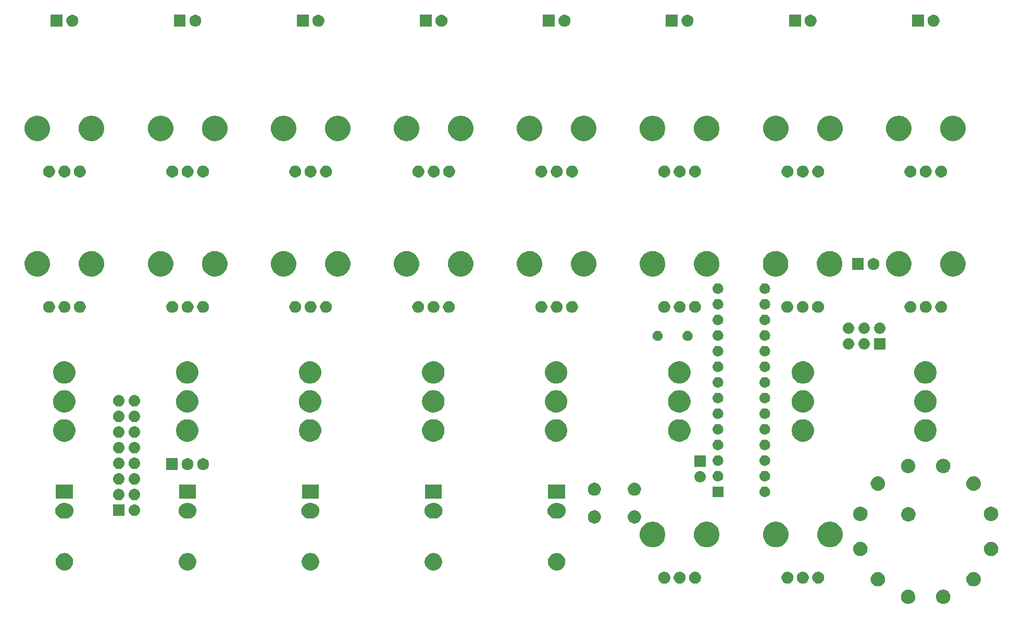
<source format=gbr>
G04 #@! TF.GenerationSoftware,KiCad,Pcbnew,5.0.2+dfsg1-1~bpo9+1*
G04 #@! TF.CreationDate,2019-09-09T21:30:10+02:00*
G04 #@! TF.ProjectId,diymetro,6469796d-6574-4726-9f2e-6b696361645f,rev?*
G04 #@! TF.SameCoordinates,Original*
G04 #@! TF.FileFunction,Soldermask,Top*
G04 #@! TF.FilePolarity,Negative*
%FSLAX46Y46*%
G04 Gerber Fmt 4.6, Leading zero omitted, Abs format (unit mm)*
G04 Created by KiCad (PCBNEW 5.0.2+dfsg1-1~bpo9+1) date Mon 09 Sep 2019 09:30:10 PM CEST*
%MOMM*%
%LPD*%
G01*
G04 APERTURE LIST*
%ADD10C,0.100000*%
G04 APERTURE END LIST*
D10*
G36*
X223818146Y-134684656D02*
X223904165Y-134693128D01*
X224051321Y-134737767D01*
X224124900Y-134760087D01*
X224233636Y-134818208D01*
X224328329Y-134868823D01*
X224328331Y-134868824D01*
X224328330Y-134868824D01*
X224506637Y-135015156D01*
X224652969Y-135193463D01*
X224761706Y-135396893D01*
X224761706Y-135396894D01*
X224828665Y-135617628D01*
X224851274Y-135847184D01*
X224828665Y-136076740D01*
X224784026Y-136223896D01*
X224761706Y-136297475D01*
X224703585Y-136406211D01*
X224652970Y-136500904D01*
X224506637Y-136679212D01*
X224328329Y-136825545D01*
X224233636Y-136876160D01*
X224124900Y-136934281D01*
X224051321Y-136956601D01*
X223904165Y-137001240D01*
X223818146Y-137009712D01*
X223732129Y-137018184D01*
X223617089Y-137018184D01*
X223531072Y-137009712D01*
X223445053Y-137001240D01*
X223297897Y-136956601D01*
X223224318Y-136934281D01*
X223115582Y-136876160D01*
X223020889Y-136825545D01*
X222842581Y-136679212D01*
X222696248Y-136500904D01*
X222645633Y-136406211D01*
X222587512Y-136297475D01*
X222565192Y-136223896D01*
X222520553Y-136076740D01*
X222497944Y-135847184D01*
X222520553Y-135617628D01*
X222587512Y-135396894D01*
X222587512Y-135396893D01*
X222696249Y-135193463D01*
X222842581Y-135015156D01*
X223020888Y-134868824D01*
X223020887Y-134868824D01*
X223020889Y-134868823D01*
X223115582Y-134818208D01*
X223224318Y-134760087D01*
X223297897Y-134737767D01*
X223445053Y-134693128D01*
X223531072Y-134684656D01*
X223617089Y-134676184D01*
X223732129Y-134676184D01*
X223818146Y-134684656D01*
X223818146Y-134684656D01*
G37*
G36*
X218124128Y-134684656D02*
X218210147Y-134693128D01*
X218357303Y-134737767D01*
X218430882Y-134760087D01*
X218539618Y-134818208D01*
X218634311Y-134868823D01*
X218634313Y-134868824D01*
X218634312Y-134868824D01*
X218812619Y-135015156D01*
X218958951Y-135193463D01*
X219067688Y-135396893D01*
X219067688Y-135396894D01*
X219134647Y-135617628D01*
X219157256Y-135847184D01*
X219134647Y-136076740D01*
X219090008Y-136223896D01*
X219067688Y-136297475D01*
X219009567Y-136406211D01*
X218958952Y-136500904D01*
X218812619Y-136679212D01*
X218634311Y-136825545D01*
X218539618Y-136876160D01*
X218430882Y-136934281D01*
X218357303Y-136956601D01*
X218210147Y-137001240D01*
X218124128Y-137009712D01*
X218038111Y-137018184D01*
X217923071Y-137018184D01*
X217837054Y-137009712D01*
X217751035Y-137001240D01*
X217603879Y-136956601D01*
X217530300Y-136934281D01*
X217421564Y-136876160D01*
X217326871Y-136825545D01*
X217148563Y-136679212D01*
X217002230Y-136500904D01*
X216951615Y-136406211D01*
X216893494Y-136297475D01*
X216871174Y-136223896D01*
X216826535Y-136076740D01*
X216803926Y-135847184D01*
X216826535Y-135617628D01*
X216893494Y-135396894D01*
X216893494Y-135396893D01*
X217002231Y-135193463D01*
X217148563Y-135015156D01*
X217326870Y-134868824D01*
X217326869Y-134868824D01*
X217326871Y-134868823D01*
X217421564Y-134818208D01*
X217530300Y-134760087D01*
X217603879Y-134737767D01*
X217751035Y-134693128D01*
X217837054Y-134684656D01*
X217923071Y-134676184D01*
X218038111Y-134676184D01*
X218124128Y-134684656D01*
X218124128Y-134684656D01*
G37*
G36*
X213192963Y-131837646D02*
X213278982Y-131846118D01*
X213390382Y-131879911D01*
X213499717Y-131913077D01*
X213608453Y-131971198D01*
X213703146Y-132021813D01*
X213881454Y-132168146D01*
X213973627Y-132280459D01*
X214027786Y-132346453D01*
X214136523Y-132549883D01*
X214136523Y-132549884D01*
X214203482Y-132770618D01*
X214226091Y-133000174D01*
X214203482Y-133229730D01*
X214164154Y-133359376D01*
X214136523Y-133450465D01*
X214078402Y-133559201D01*
X214027787Y-133653894D01*
X213881454Y-133832202D01*
X213703146Y-133978535D01*
X213608453Y-134029150D01*
X213499717Y-134087271D01*
X213426138Y-134109591D01*
X213278982Y-134154230D01*
X213192963Y-134162702D01*
X213106946Y-134171174D01*
X212991906Y-134171174D01*
X212905889Y-134162702D01*
X212819870Y-134154230D01*
X212672714Y-134109591D01*
X212599135Y-134087271D01*
X212490399Y-134029150D01*
X212395706Y-133978535D01*
X212217398Y-133832202D01*
X212071065Y-133653894D01*
X212020450Y-133559201D01*
X211962329Y-133450465D01*
X211934698Y-133359376D01*
X211895370Y-133229730D01*
X211872761Y-133000174D01*
X211895370Y-132770618D01*
X211962329Y-132549884D01*
X211962329Y-132549883D01*
X212071066Y-132346453D01*
X212125226Y-132280459D01*
X212217398Y-132168146D01*
X212395706Y-132021813D01*
X212490399Y-131971198D01*
X212599135Y-131913077D01*
X212708470Y-131879911D01*
X212819870Y-131846118D01*
X212905889Y-131837646D01*
X212991906Y-131829174D01*
X213106946Y-131829174D01*
X213192963Y-131837646D01*
X213192963Y-131837646D01*
G37*
G36*
X228749311Y-131837646D02*
X228835330Y-131846118D01*
X228946730Y-131879911D01*
X229056065Y-131913077D01*
X229164801Y-131971198D01*
X229259494Y-132021813D01*
X229437802Y-132168146D01*
X229529975Y-132280459D01*
X229584134Y-132346453D01*
X229692871Y-132549883D01*
X229692871Y-132549884D01*
X229759830Y-132770618D01*
X229782439Y-133000174D01*
X229759830Y-133229730D01*
X229720502Y-133359376D01*
X229692871Y-133450465D01*
X229634750Y-133559201D01*
X229584135Y-133653894D01*
X229437802Y-133832202D01*
X229259494Y-133978535D01*
X229164801Y-134029150D01*
X229056065Y-134087271D01*
X228982486Y-134109591D01*
X228835330Y-134154230D01*
X228749311Y-134162702D01*
X228663294Y-134171174D01*
X228548254Y-134171174D01*
X228462237Y-134162702D01*
X228376218Y-134154230D01*
X228229062Y-134109591D01*
X228155483Y-134087271D01*
X228046747Y-134029150D01*
X227952054Y-133978535D01*
X227773746Y-133832202D01*
X227627413Y-133653894D01*
X227576798Y-133559201D01*
X227518677Y-133450465D01*
X227491046Y-133359376D01*
X227451718Y-133229730D01*
X227429109Y-133000174D01*
X227451718Y-132770618D01*
X227518677Y-132549884D01*
X227518677Y-132549883D01*
X227627414Y-132346453D01*
X227681574Y-132280459D01*
X227773746Y-132168146D01*
X227952054Y-132021813D01*
X228046747Y-131971198D01*
X228155483Y-131913077D01*
X228264818Y-131879911D01*
X228376218Y-131846118D01*
X228462237Y-131837646D01*
X228548254Y-131829174D01*
X228663294Y-131829174D01*
X228749311Y-131837646D01*
X228749311Y-131837646D01*
G37*
G36*
X198635630Y-131806715D02*
X198812338Y-131879909D01*
X198971380Y-131986178D01*
X199106622Y-132121420D01*
X199106624Y-132121423D01*
X199106625Y-132121424D01*
X199212889Y-132280459D01*
X199212891Y-132280462D01*
X199286085Y-132457170D01*
X199323400Y-132644764D01*
X199323400Y-132836036D01*
X199286085Y-133023630D01*
X199212891Y-133200338D01*
X199106622Y-133359380D01*
X198971380Y-133494622D01*
X198812338Y-133600891D01*
X198635630Y-133674085D01*
X198448036Y-133711400D01*
X198256764Y-133711400D01*
X198069170Y-133674085D01*
X197892462Y-133600891D01*
X197733420Y-133494622D01*
X197598178Y-133359380D01*
X197491909Y-133200338D01*
X197418715Y-133023630D01*
X197381400Y-132836036D01*
X197381400Y-132644764D01*
X197418715Y-132457170D01*
X197491909Y-132280462D01*
X197491911Y-132280459D01*
X197598175Y-132121424D01*
X197598176Y-132121423D01*
X197598178Y-132121420D01*
X197733420Y-131986178D01*
X197892462Y-131879909D01*
X198069170Y-131806715D01*
X198256764Y-131769400D01*
X198448036Y-131769400D01*
X198635630Y-131806715D01*
X198635630Y-131806715D01*
G37*
G36*
X201135630Y-131806715D02*
X201312338Y-131879909D01*
X201471380Y-131986178D01*
X201606622Y-132121420D01*
X201606624Y-132121423D01*
X201606625Y-132121424D01*
X201712889Y-132280459D01*
X201712891Y-132280462D01*
X201786085Y-132457170D01*
X201823400Y-132644764D01*
X201823400Y-132836036D01*
X201786085Y-133023630D01*
X201712891Y-133200338D01*
X201606622Y-133359380D01*
X201471380Y-133494622D01*
X201312338Y-133600891D01*
X201135630Y-133674085D01*
X200948036Y-133711400D01*
X200756764Y-133711400D01*
X200569170Y-133674085D01*
X200392462Y-133600891D01*
X200233420Y-133494622D01*
X200098178Y-133359380D01*
X199991909Y-133200338D01*
X199918715Y-133023630D01*
X199881400Y-132836036D01*
X199881400Y-132644764D01*
X199918715Y-132457170D01*
X199991909Y-132280462D01*
X199991911Y-132280459D01*
X200098175Y-132121424D01*
X200098176Y-132121423D01*
X200098178Y-132121420D01*
X200233420Y-131986178D01*
X200392462Y-131879909D01*
X200569170Y-131806715D01*
X200756764Y-131769400D01*
X200948036Y-131769400D01*
X201135630Y-131806715D01*
X201135630Y-131806715D01*
G37*
G36*
X203635630Y-131806715D02*
X203812338Y-131879909D01*
X203971380Y-131986178D01*
X204106622Y-132121420D01*
X204106624Y-132121423D01*
X204106625Y-132121424D01*
X204212889Y-132280459D01*
X204212891Y-132280462D01*
X204286085Y-132457170D01*
X204323400Y-132644764D01*
X204323400Y-132836036D01*
X204286085Y-133023630D01*
X204212891Y-133200338D01*
X204106622Y-133359380D01*
X203971380Y-133494622D01*
X203812338Y-133600891D01*
X203635630Y-133674085D01*
X203448036Y-133711400D01*
X203256764Y-133711400D01*
X203069170Y-133674085D01*
X202892462Y-133600891D01*
X202733420Y-133494622D01*
X202598178Y-133359380D01*
X202491909Y-133200338D01*
X202418715Y-133023630D01*
X202381400Y-132836036D01*
X202381400Y-132644764D01*
X202418715Y-132457170D01*
X202491909Y-132280462D01*
X202491911Y-132280459D01*
X202598175Y-132121424D01*
X202598176Y-132121423D01*
X202598178Y-132121420D01*
X202733420Y-131986178D01*
X202892462Y-131879909D01*
X203069170Y-131806715D01*
X203256764Y-131769400D01*
X203448036Y-131769400D01*
X203635630Y-131806715D01*
X203635630Y-131806715D01*
G37*
G36*
X178620430Y-131806715D02*
X178797138Y-131879909D01*
X178956180Y-131986178D01*
X179091422Y-132121420D01*
X179091424Y-132121423D01*
X179091425Y-132121424D01*
X179197689Y-132280459D01*
X179197691Y-132280462D01*
X179270885Y-132457170D01*
X179308200Y-132644764D01*
X179308200Y-132836036D01*
X179270885Y-133023630D01*
X179197691Y-133200338D01*
X179091422Y-133359380D01*
X178956180Y-133494622D01*
X178797138Y-133600891D01*
X178620430Y-133674085D01*
X178432836Y-133711400D01*
X178241564Y-133711400D01*
X178053970Y-133674085D01*
X177877262Y-133600891D01*
X177718220Y-133494622D01*
X177582978Y-133359380D01*
X177476709Y-133200338D01*
X177403515Y-133023630D01*
X177366200Y-132836036D01*
X177366200Y-132644764D01*
X177403515Y-132457170D01*
X177476709Y-132280462D01*
X177476711Y-132280459D01*
X177582975Y-132121424D01*
X177582976Y-132121423D01*
X177582978Y-132121420D01*
X177718220Y-131986178D01*
X177877262Y-131879909D01*
X178053970Y-131806715D01*
X178241564Y-131769400D01*
X178432836Y-131769400D01*
X178620430Y-131806715D01*
X178620430Y-131806715D01*
G37*
G36*
X183620430Y-131806715D02*
X183797138Y-131879909D01*
X183956180Y-131986178D01*
X184091422Y-132121420D01*
X184091424Y-132121423D01*
X184091425Y-132121424D01*
X184197689Y-132280459D01*
X184197691Y-132280462D01*
X184270885Y-132457170D01*
X184308200Y-132644764D01*
X184308200Y-132836036D01*
X184270885Y-133023630D01*
X184197691Y-133200338D01*
X184091422Y-133359380D01*
X183956180Y-133494622D01*
X183797138Y-133600891D01*
X183620430Y-133674085D01*
X183432836Y-133711400D01*
X183241564Y-133711400D01*
X183053970Y-133674085D01*
X182877262Y-133600891D01*
X182718220Y-133494622D01*
X182582978Y-133359380D01*
X182476709Y-133200338D01*
X182403515Y-133023630D01*
X182366200Y-132836036D01*
X182366200Y-132644764D01*
X182403515Y-132457170D01*
X182476709Y-132280462D01*
X182476711Y-132280459D01*
X182582975Y-132121424D01*
X182582976Y-132121423D01*
X182582978Y-132121420D01*
X182718220Y-131986178D01*
X182877262Y-131879909D01*
X183053970Y-131806715D01*
X183241564Y-131769400D01*
X183432836Y-131769400D01*
X183620430Y-131806715D01*
X183620430Y-131806715D01*
G37*
G36*
X181120430Y-131806715D02*
X181297138Y-131879909D01*
X181456180Y-131986178D01*
X181591422Y-132121420D01*
X181591424Y-132121423D01*
X181591425Y-132121424D01*
X181697689Y-132280459D01*
X181697691Y-132280462D01*
X181770885Y-132457170D01*
X181808200Y-132644764D01*
X181808200Y-132836036D01*
X181770885Y-133023630D01*
X181697691Y-133200338D01*
X181591422Y-133359380D01*
X181456180Y-133494622D01*
X181297138Y-133600891D01*
X181120430Y-133674085D01*
X180932836Y-133711400D01*
X180741564Y-133711400D01*
X180553970Y-133674085D01*
X180377262Y-133600891D01*
X180218220Y-133494622D01*
X180082978Y-133359380D01*
X179976709Y-133200338D01*
X179903515Y-133023630D01*
X179866200Y-132836036D01*
X179866200Y-132644764D01*
X179903515Y-132457170D01*
X179976709Y-132280462D01*
X179976711Y-132280459D01*
X180082975Y-132121424D01*
X180082976Y-132121423D01*
X180082978Y-132121420D01*
X180218220Y-131986178D01*
X180377262Y-131879909D01*
X180553970Y-131806715D01*
X180741564Y-131769400D01*
X180932836Y-131769400D01*
X181120430Y-131806715D01*
X181120430Y-131806715D01*
G37*
G36*
X121033868Y-128767603D02*
X121216891Y-128804008D01*
X121475496Y-128911126D01*
X121708235Y-129066637D01*
X121906163Y-129264565D01*
X122061674Y-129497304D01*
X122168792Y-129755909D01*
X122223400Y-130030444D01*
X122223400Y-130310356D01*
X122168792Y-130584891D01*
X122061674Y-130843496D01*
X121906163Y-131076235D01*
X121708235Y-131274163D01*
X121475496Y-131429674D01*
X121216891Y-131536792D01*
X121033868Y-131573197D01*
X120942358Y-131591400D01*
X120662442Y-131591400D01*
X120570932Y-131573197D01*
X120387909Y-131536792D01*
X120129304Y-131429674D01*
X119896565Y-131274163D01*
X119698637Y-131076235D01*
X119543126Y-130843496D01*
X119436008Y-130584891D01*
X119381400Y-130310356D01*
X119381400Y-130030444D01*
X119436008Y-129755909D01*
X119543126Y-129497304D01*
X119698637Y-129264565D01*
X119896565Y-129066637D01*
X120129304Y-128911126D01*
X120387909Y-128804008D01*
X120570932Y-128767603D01*
X120662442Y-128749400D01*
X120942358Y-128749400D01*
X121033868Y-128767603D01*
X121033868Y-128767603D01*
G37*
G36*
X141049068Y-128767603D02*
X141232091Y-128804008D01*
X141490696Y-128911126D01*
X141723435Y-129066637D01*
X141921363Y-129264565D01*
X142076874Y-129497304D01*
X142183992Y-129755909D01*
X142238600Y-130030444D01*
X142238600Y-130310356D01*
X142183992Y-130584891D01*
X142076874Y-130843496D01*
X141921363Y-131076235D01*
X141723435Y-131274163D01*
X141490696Y-131429674D01*
X141232091Y-131536792D01*
X141049068Y-131573197D01*
X140957558Y-131591400D01*
X140677642Y-131591400D01*
X140586132Y-131573197D01*
X140403109Y-131536792D01*
X140144504Y-131429674D01*
X139911765Y-131274163D01*
X139713837Y-131076235D01*
X139558326Y-130843496D01*
X139451208Y-130584891D01*
X139396600Y-130310356D01*
X139396600Y-130030444D01*
X139451208Y-129755909D01*
X139558326Y-129497304D01*
X139713837Y-129264565D01*
X139911765Y-129066637D01*
X140144504Y-128911126D01*
X140403109Y-128804008D01*
X140586132Y-128767603D01*
X140677642Y-128749400D01*
X140957558Y-128749400D01*
X141049068Y-128767603D01*
X141049068Y-128767603D01*
G37*
G36*
X161064268Y-128767603D02*
X161247291Y-128804008D01*
X161505896Y-128911126D01*
X161738635Y-129066637D01*
X161936563Y-129264565D01*
X162092074Y-129497304D01*
X162199192Y-129755909D01*
X162253800Y-130030444D01*
X162253800Y-130310356D01*
X162199192Y-130584891D01*
X162092074Y-130843496D01*
X161936563Y-131076235D01*
X161738635Y-131274163D01*
X161505896Y-131429674D01*
X161247291Y-131536792D01*
X161064268Y-131573197D01*
X160972758Y-131591400D01*
X160692842Y-131591400D01*
X160601332Y-131573197D01*
X160418309Y-131536792D01*
X160159704Y-131429674D01*
X159926965Y-131274163D01*
X159729037Y-131076235D01*
X159573526Y-130843496D01*
X159466408Y-130584891D01*
X159411800Y-130310356D01*
X159411800Y-130030444D01*
X159466408Y-129755909D01*
X159573526Y-129497304D01*
X159729037Y-129264565D01*
X159926965Y-129066637D01*
X160159704Y-128911126D01*
X160418309Y-128804008D01*
X160601332Y-128767603D01*
X160692842Y-128749400D01*
X160972758Y-128749400D01*
X161064268Y-128767603D01*
X161064268Y-128767603D01*
G37*
G36*
X101069468Y-128767603D02*
X101252491Y-128804008D01*
X101511096Y-128911126D01*
X101743835Y-129066637D01*
X101941763Y-129264565D01*
X102097274Y-129497304D01*
X102204392Y-129755909D01*
X102259000Y-130030444D01*
X102259000Y-130310356D01*
X102204392Y-130584891D01*
X102097274Y-130843496D01*
X101941763Y-131076235D01*
X101743835Y-131274163D01*
X101511096Y-131429674D01*
X101252491Y-131536792D01*
X101069468Y-131573197D01*
X100977958Y-131591400D01*
X100698042Y-131591400D01*
X100606532Y-131573197D01*
X100423509Y-131536792D01*
X100164904Y-131429674D01*
X99932165Y-131274163D01*
X99734237Y-131076235D01*
X99578726Y-130843496D01*
X99471608Y-130584891D01*
X99417000Y-130310356D01*
X99417000Y-130030444D01*
X99471608Y-129755909D01*
X99578726Y-129497304D01*
X99734237Y-129264565D01*
X99932165Y-129066637D01*
X100164904Y-128911126D01*
X100423509Y-128804008D01*
X100606532Y-128767603D01*
X100698042Y-128749400D01*
X100977958Y-128749400D01*
X101069468Y-128767603D01*
X101069468Y-128767603D01*
G37*
G36*
X81054268Y-128767603D02*
X81237291Y-128804008D01*
X81495896Y-128911126D01*
X81728635Y-129066637D01*
X81926563Y-129264565D01*
X82082074Y-129497304D01*
X82189192Y-129755909D01*
X82243800Y-130030444D01*
X82243800Y-130310356D01*
X82189192Y-130584891D01*
X82082074Y-130843496D01*
X81926563Y-131076235D01*
X81728635Y-131274163D01*
X81495896Y-131429674D01*
X81237291Y-131536792D01*
X81054268Y-131573197D01*
X80962758Y-131591400D01*
X80682842Y-131591400D01*
X80591332Y-131573197D01*
X80408309Y-131536792D01*
X80149704Y-131429674D01*
X79916965Y-131274163D01*
X79719037Y-131076235D01*
X79563526Y-130843496D01*
X79456408Y-130584891D01*
X79401800Y-130310356D01*
X79401800Y-130030444D01*
X79456408Y-129755909D01*
X79563526Y-129497304D01*
X79719037Y-129264565D01*
X79916965Y-129066637D01*
X80149704Y-128911126D01*
X80408309Y-128804008D01*
X80591332Y-128767603D01*
X80682842Y-128749400D01*
X80962758Y-128749400D01*
X81054268Y-128767603D01*
X81054268Y-128767603D01*
G37*
G36*
X231596321Y-126906481D02*
X231682340Y-126914953D01*
X231829496Y-126959592D01*
X231903075Y-126981912D01*
X232011811Y-127040033D01*
X232106504Y-127090648D01*
X232106506Y-127090649D01*
X232106505Y-127090649D01*
X232284812Y-127236981D01*
X232431144Y-127415288D01*
X232539881Y-127618718D01*
X232539881Y-127618719D01*
X232606840Y-127839453D01*
X232629449Y-128069009D01*
X232606840Y-128298565D01*
X232562201Y-128445721D01*
X232539881Y-128519300D01*
X232481760Y-128628036D01*
X232431145Y-128722729D01*
X232284812Y-128901037D01*
X232106504Y-129047370D01*
X232070458Y-129066637D01*
X231903075Y-129156106D01*
X231829496Y-129178426D01*
X231682340Y-129223065D01*
X231596321Y-129231537D01*
X231510304Y-129240009D01*
X231395264Y-129240009D01*
X231309247Y-129231537D01*
X231223228Y-129223065D01*
X231076072Y-129178426D01*
X231002493Y-129156106D01*
X230835110Y-129066637D01*
X230799064Y-129047370D01*
X230620756Y-128901037D01*
X230474423Y-128722729D01*
X230423808Y-128628036D01*
X230365687Y-128519300D01*
X230343367Y-128445721D01*
X230298728Y-128298565D01*
X230276119Y-128069009D01*
X230298728Y-127839453D01*
X230365687Y-127618719D01*
X230365687Y-127618718D01*
X230474424Y-127415288D01*
X230620756Y-127236981D01*
X230799063Y-127090649D01*
X230799062Y-127090649D01*
X230799064Y-127090648D01*
X230893757Y-127040033D01*
X231002493Y-126981912D01*
X231076072Y-126959592D01*
X231223228Y-126914953D01*
X231309247Y-126906481D01*
X231395264Y-126898009D01*
X231510304Y-126898009D01*
X231596321Y-126906481D01*
X231596321Y-126906481D01*
G37*
G36*
X210345953Y-126906481D02*
X210431972Y-126914953D01*
X210579128Y-126959592D01*
X210652707Y-126981912D01*
X210761443Y-127040033D01*
X210856136Y-127090648D01*
X210856138Y-127090649D01*
X210856137Y-127090649D01*
X211034444Y-127236981D01*
X211180776Y-127415288D01*
X211289513Y-127618718D01*
X211289513Y-127618719D01*
X211356472Y-127839453D01*
X211379081Y-128069009D01*
X211356472Y-128298565D01*
X211311833Y-128445721D01*
X211289513Y-128519300D01*
X211231392Y-128628036D01*
X211180777Y-128722729D01*
X211034444Y-128901037D01*
X210856136Y-129047370D01*
X210820090Y-129066637D01*
X210652707Y-129156106D01*
X210579128Y-129178426D01*
X210431972Y-129223065D01*
X210345953Y-129231537D01*
X210259936Y-129240009D01*
X210144896Y-129240009D01*
X210058879Y-129231537D01*
X209972860Y-129223065D01*
X209825704Y-129178426D01*
X209752125Y-129156106D01*
X209584742Y-129066637D01*
X209548696Y-129047370D01*
X209370388Y-128901037D01*
X209224055Y-128722729D01*
X209173440Y-128628036D01*
X209115319Y-128519300D01*
X209092999Y-128445721D01*
X209048360Y-128298565D01*
X209025751Y-128069009D01*
X209048360Y-127839453D01*
X209115319Y-127618719D01*
X209115319Y-127618718D01*
X209224056Y-127415288D01*
X209370388Y-127236981D01*
X209548695Y-127090649D01*
X209548694Y-127090649D01*
X209548696Y-127090648D01*
X209643389Y-127040033D01*
X209752125Y-126981912D01*
X209825704Y-126959592D01*
X209972860Y-126914953D01*
X210058879Y-126906481D01*
X210144896Y-126898009D01*
X210259936Y-126898009D01*
X210345953Y-126906481D01*
X210345953Y-126906481D01*
G37*
G36*
X185641232Y-123709193D02*
X185841289Y-123748987D01*
X186218187Y-123905103D01*
X186556241Y-124130984D01*
X186557389Y-124131751D01*
X186845849Y-124420211D01*
X186845851Y-124420214D01*
X187072497Y-124759413D01*
X187228613Y-125136311D01*
X187308200Y-125536424D01*
X187308200Y-125944376D01*
X187228613Y-126344489D01*
X187072497Y-126721387D01*
X186898419Y-126981912D01*
X186845849Y-127060589D01*
X186557389Y-127349049D01*
X186557386Y-127349051D01*
X186218187Y-127575697D01*
X185841289Y-127731813D01*
X185641232Y-127771607D01*
X185441177Y-127811400D01*
X185033223Y-127811400D01*
X184833168Y-127771607D01*
X184633111Y-127731813D01*
X184256213Y-127575697D01*
X183917014Y-127349051D01*
X183917011Y-127349049D01*
X183628551Y-127060589D01*
X183575981Y-126981912D01*
X183401903Y-126721387D01*
X183245787Y-126344489D01*
X183166200Y-125944376D01*
X183166200Y-125536424D01*
X183245787Y-125136311D01*
X183401903Y-124759413D01*
X183628549Y-124420214D01*
X183628551Y-124420211D01*
X183917011Y-124131751D01*
X183918159Y-124130984D01*
X184256213Y-123905103D01*
X184633111Y-123748987D01*
X184833168Y-123709193D01*
X185033223Y-123669400D01*
X185441177Y-123669400D01*
X185641232Y-123709193D01*
X185641232Y-123709193D01*
G37*
G36*
X196856432Y-123709193D02*
X197056489Y-123748987D01*
X197433387Y-123905103D01*
X197771441Y-124130984D01*
X197772589Y-124131751D01*
X198061049Y-124420211D01*
X198061051Y-124420214D01*
X198287697Y-124759413D01*
X198443813Y-125136311D01*
X198523400Y-125536424D01*
X198523400Y-125944376D01*
X198443813Y-126344489D01*
X198287697Y-126721387D01*
X198113619Y-126981912D01*
X198061049Y-127060589D01*
X197772589Y-127349049D01*
X197772586Y-127349051D01*
X197433387Y-127575697D01*
X197056489Y-127731813D01*
X196856432Y-127771607D01*
X196656377Y-127811400D01*
X196248423Y-127811400D01*
X196048368Y-127771607D01*
X195848311Y-127731813D01*
X195471413Y-127575697D01*
X195132214Y-127349051D01*
X195132211Y-127349049D01*
X194843751Y-127060589D01*
X194791181Y-126981912D01*
X194617103Y-126721387D01*
X194460987Y-126344489D01*
X194381400Y-125944376D01*
X194381400Y-125536424D01*
X194460987Y-125136311D01*
X194617103Y-124759413D01*
X194843749Y-124420214D01*
X194843751Y-124420211D01*
X195132211Y-124131751D01*
X195133359Y-124130984D01*
X195471413Y-123905103D01*
X195848311Y-123748987D01*
X196048368Y-123709193D01*
X196248423Y-123669400D01*
X196656377Y-123669400D01*
X196856432Y-123709193D01*
X196856432Y-123709193D01*
G37*
G36*
X205656432Y-123709193D02*
X205856489Y-123748987D01*
X206233387Y-123905103D01*
X206571441Y-124130984D01*
X206572589Y-124131751D01*
X206861049Y-124420211D01*
X206861051Y-124420214D01*
X207087697Y-124759413D01*
X207243813Y-125136311D01*
X207323400Y-125536424D01*
X207323400Y-125944376D01*
X207243813Y-126344489D01*
X207087697Y-126721387D01*
X206913619Y-126981912D01*
X206861049Y-127060589D01*
X206572589Y-127349049D01*
X206572586Y-127349051D01*
X206233387Y-127575697D01*
X205856489Y-127731813D01*
X205656432Y-127771607D01*
X205456377Y-127811400D01*
X205048423Y-127811400D01*
X204848368Y-127771607D01*
X204648311Y-127731813D01*
X204271413Y-127575697D01*
X203932214Y-127349051D01*
X203932211Y-127349049D01*
X203643751Y-127060589D01*
X203591181Y-126981912D01*
X203417103Y-126721387D01*
X203260987Y-126344489D01*
X203181400Y-125944376D01*
X203181400Y-125536424D01*
X203260987Y-125136311D01*
X203417103Y-124759413D01*
X203643749Y-124420214D01*
X203643751Y-124420211D01*
X203932211Y-124131751D01*
X203933359Y-124130984D01*
X204271413Y-123905103D01*
X204648311Y-123748987D01*
X204848368Y-123709193D01*
X205048423Y-123669400D01*
X205456377Y-123669400D01*
X205656432Y-123709193D01*
X205656432Y-123709193D01*
G37*
G36*
X176841232Y-123709193D02*
X177041289Y-123748987D01*
X177418187Y-123905103D01*
X177756241Y-124130984D01*
X177757389Y-124131751D01*
X178045849Y-124420211D01*
X178045851Y-124420214D01*
X178272497Y-124759413D01*
X178428613Y-125136311D01*
X178508200Y-125536424D01*
X178508200Y-125944376D01*
X178428613Y-126344489D01*
X178272497Y-126721387D01*
X178098419Y-126981912D01*
X178045849Y-127060589D01*
X177757389Y-127349049D01*
X177757386Y-127349051D01*
X177418187Y-127575697D01*
X177041289Y-127731813D01*
X176841232Y-127771607D01*
X176641177Y-127811400D01*
X176233223Y-127811400D01*
X176033168Y-127771607D01*
X175833111Y-127731813D01*
X175456213Y-127575697D01*
X175117014Y-127349051D01*
X175117011Y-127349049D01*
X174828551Y-127060589D01*
X174775981Y-126981912D01*
X174601903Y-126721387D01*
X174445787Y-126344489D01*
X174366200Y-125944376D01*
X174366200Y-125536424D01*
X174445787Y-125136311D01*
X174601903Y-124759413D01*
X174828549Y-124420214D01*
X174828551Y-124420211D01*
X175117011Y-124131751D01*
X175118159Y-124130984D01*
X175456213Y-123905103D01*
X175833111Y-123748987D01*
X176033168Y-123709193D01*
X176233223Y-123669400D01*
X176641177Y-123669400D01*
X176841232Y-123709193D01*
X176841232Y-123709193D01*
G37*
G36*
X167294399Y-121834158D02*
X167489308Y-121914891D01*
X167664726Y-122032102D01*
X167813898Y-122181274D01*
X167931109Y-122356692D01*
X168011842Y-122551601D01*
X168053000Y-122758515D01*
X168053000Y-122969485D01*
X168011842Y-123176399D01*
X167931109Y-123371308D01*
X167813898Y-123546726D01*
X167664726Y-123695898D01*
X167489308Y-123813109D01*
X167294399Y-123893842D01*
X167087485Y-123935000D01*
X166876515Y-123935000D01*
X166669601Y-123893842D01*
X166474692Y-123813109D01*
X166299274Y-123695898D01*
X166150102Y-123546726D01*
X166032891Y-123371308D01*
X165952158Y-123176399D01*
X165911000Y-122969485D01*
X165911000Y-122758515D01*
X165952158Y-122551601D01*
X166032891Y-122356692D01*
X166150102Y-122181274D01*
X166299274Y-122032102D01*
X166474692Y-121914891D01*
X166669601Y-121834158D01*
X166876515Y-121793000D01*
X167087485Y-121793000D01*
X167294399Y-121834158D01*
X167294399Y-121834158D01*
G37*
G36*
X173794399Y-121834158D02*
X173989308Y-121914891D01*
X174164726Y-122032102D01*
X174313898Y-122181274D01*
X174431109Y-122356692D01*
X174511842Y-122551601D01*
X174553000Y-122758515D01*
X174553000Y-122969485D01*
X174511842Y-123176399D01*
X174431109Y-123371308D01*
X174313898Y-123546726D01*
X174164726Y-123695898D01*
X173989308Y-123813109D01*
X173794399Y-123893842D01*
X173587485Y-123935000D01*
X173376515Y-123935000D01*
X173169601Y-123893842D01*
X172974692Y-123813109D01*
X172799274Y-123695898D01*
X172650102Y-123546726D01*
X172532891Y-123371308D01*
X172452158Y-123176399D01*
X172411000Y-122969485D01*
X172411000Y-122758515D01*
X172452158Y-122551601D01*
X172532891Y-122356692D01*
X172650102Y-122181274D01*
X172799274Y-122032102D01*
X172974692Y-121914891D01*
X173169601Y-121834158D01*
X173376515Y-121793000D01*
X173587485Y-121793000D01*
X173794399Y-121834158D01*
X173794399Y-121834158D01*
G37*
G36*
X218340738Y-121331573D02*
X218340740Y-121331574D01*
X218340741Y-121331574D01*
X218553850Y-121419846D01*
X218738107Y-121542963D01*
X218745645Y-121548000D01*
X218908746Y-121711101D01*
X218908748Y-121711104D01*
X219036900Y-121902896D01*
X219090418Y-122032102D01*
X219125173Y-122116008D01*
X219170173Y-122342238D01*
X219170173Y-122572908D01*
X219133810Y-122755718D01*
X219125172Y-122799141D01*
X219036900Y-123012250D01*
X218909326Y-123203177D01*
X218908746Y-123204045D01*
X218745645Y-123367146D01*
X218745642Y-123367148D01*
X218553850Y-123495300D01*
X218340741Y-123583572D01*
X218340740Y-123583572D01*
X218340738Y-123583573D01*
X218114508Y-123628573D01*
X217883838Y-123628573D01*
X217657608Y-123583573D01*
X217657606Y-123583572D01*
X217657605Y-123583572D01*
X217444496Y-123495300D01*
X217252704Y-123367148D01*
X217252701Y-123367146D01*
X217089600Y-123204045D01*
X217089020Y-123203177D01*
X216961446Y-123012250D01*
X216873174Y-122799141D01*
X216864537Y-122755718D01*
X216828173Y-122572908D01*
X216828173Y-122342238D01*
X216873173Y-122116008D01*
X216907928Y-122032102D01*
X216961446Y-121902896D01*
X217089598Y-121711104D01*
X217089600Y-121711101D01*
X217252701Y-121548000D01*
X217260239Y-121542963D01*
X217444496Y-121419846D01*
X217657605Y-121331574D01*
X217657606Y-121331574D01*
X217657608Y-121331573D01*
X217883838Y-121286573D01*
X218114508Y-121286573D01*
X218340738Y-121331573D01*
X218340738Y-121331573D01*
G37*
G36*
X231596321Y-121212463D02*
X231682340Y-121220935D01*
X231829496Y-121265574D01*
X231903075Y-121287894D01*
X231984793Y-121331574D01*
X232106504Y-121396630D01*
X232106506Y-121396631D01*
X232106505Y-121396631D01*
X232284812Y-121542963D01*
X232431144Y-121721270D01*
X232539881Y-121924700D01*
X232539881Y-121924701D01*
X232606840Y-122145435D01*
X232629449Y-122374991D01*
X232606840Y-122604547D01*
X232573614Y-122714077D01*
X232539881Y-122825282D01*
X232493838Y-122911422D01*
X232431145Y-123028711D01*
X232284812Y-123207019D01*
X232106504Y-123353352D01*
X232011811Y-123403967D01*
X231903075Y-123462088D01*
X231829496Y-123484408D01*
X231682340Y-123529047D01*
X231596321Y-123537519D01*
X231510304Y-123545991D01*
X231395264Y-123545991D01*
X231309247Y-123537519D01*
X231223228Y-123529047D01*
X231076072Y-123484408D01*
X231002493Y-123462088D01*
X230893757Y-123403967D01*
X230799064Y-123353352D01*
X230620756Y-123207019D01*
X230474423Y-123028711D01*
X230411730Y-122911422D01*
X230365687Y-122825282D01*
X230331954Y-122714077D01*
X230298728Y-122604547D01*
X230276119Y-122374991D01*
X230298728Y-122145435D01*
X230365687Y-121924701D01*
X230365687Y-121924700D01*
X230474424Y-121721270D01*
X230620756Y-121542963D01*
X230799063Y-121396631D01*
X230799062Y-121396631D01*
X230799064Y-121396630D01*
X230920775Y-121331574D01*
X231002493Y-121287894D01*
X231076072Y-121265574D01*
X231223228Y-121220935D01*
X231309247Y-121212463D01*
X231395264Y-121203991D01*
X231510304Y-121203991D01*
X231596321Y-121212463D01*
X231596321Y-121212463D01*
G37*
G36*
X210345953Y-121212463D02*
X210431972Y-121220935D01*
X210579128Y-121265574D01*
X210652707Y-121287894D01*
X210734425Y-121331574D01*
X210856136Y-121396630D01*
X210856138Y-121396631D01*
X210856137Y-121396631D01*
X211034444Y-121542963D01*
X211180776Y-121721270D01*
X211289513Y-121924700D01*
X211289513Y-121924701D01*
X211356472Y-122145435D01*
X211379081Y-122374991D01*
X211356472Y-122604547D01*
X211323246Y-122714077D01*
X211289513Y-122825282D01*
X211243470Y-122911422D01*
X211180777Y-123028711D01*
X211034444Y-123207019D01*
X210856136Y-123353352D01*
X210761443Y-123403967D01*
X210652707Y-123462088D01*
X210579128Y-123484408D01*
X210431972Y-123529047D01*
X210345953Y-123537519D01*
X210259936Y-123545991D01*
X210144896Y-123545991D01*
X210058879Y-123537519D01*
X209972860Y-123529047D01*
X209825704Y-123484408D01*
X209752125Y-123462088D01*
X209643389Y-123403967D01*
X209548696Y-123353352D01*
X209370388Y-123207019D01*
X209224055Y-123028711D01*
X209161362Y-122911422D01*
X209115319Y-122825282D01*
X209081586Y-122714077D01*
X209048360Y-122604547D01*
X209025751Y-122374991D01*
X209048360Y-122145435D01*
X209115319Y-121924701D01*
X209115319Y-121924700D01*
X209224056Y-121721270D01*
X209370388Y-121542963D01*
X209548695Y-121396631D01*
X209548694Y-121396631D01*
X209548696Y-121396630D01*
X209670407Y-121331574D01*
X209752125Y-121287894D01*
X209825704Y-121265574D01*
X209972860Y-121220935D01*
X210058879Y-121212463D01*
X210144896Y-121203991D01*
X210259936Y-121203991D01*
X210345953Y-121212463D01*
X210345953Y-121212463D01*
G37*
G36*
X121149622Y-120630410D02*
X121271659Y-120642429D01*
X121506530Y-120713677D01*
X121506532Y-120713678D01*
X121722992Y-120829378D01*
X121912718Y-120985082D01*
X122068422Y-121174808D01*
X122152214Y-121331573D01*
X122184123Y-121391270D01*
X122255371Y-121626141D01*
X122279428Y-121870400D01*
X122255371Y-122114659D01*
X122186335Y-122342238D01*
X122184122Y-122349532D01*
X122068422Y-122565992D01*
X121912718Y-122755718D01*
X121722992Y-122911422D01*
X121506532Y-123027122D01*
X121506530Y-123027123D01*
X121271659Y-123098371D01*
X121149622Y-123110390D01*
X121088606Y-123116400D01*
X120516194Y-123116400D01*
X120455178Y-123110390D01*
X120333141Y-123098371D01*
X120098270Y-123027123D01*
X120098268Y-123027122D01*
X119881808Y-122911422D01*
X119692082Y-122755718D01*
X119536378Y-122565992D01*
X119420678Y-122349532D01*
X119418465Y-122342238D01*
X119349429Y-122114659D01*
X119325372Y-121870400D01*
X119349429Y-121626141D01*
X119420677Y-121391270D01*
X119452586Y-121331573D01*
X119536378Y-121174808D01*
X119692082Y-120985082D01*
X119881808Y-120829378D01*
X120098268Y-120713678D01*
X120098270Y-120713677D01*
X120333141Y-120642429D01*
X120455178Y-120630410D01*
X120516194Y-120624400D01*
X121088606Y-120624400D01*
X121149622Y-120630410D01*
X121149622Y-120630410D01*
G37*
G36*
X101185222Y-120630410D02*
X101307259Y-120642429D01*
X101542130Y-120713677D01*
X101542132Y-120713678D01*
X101758592Y-120829378D01*
X101948318Y-120985082D01*
X102104022Y-121174808D01*
X102187814Y-121331573D01*
X102219723Y-121391270D01*
X102290971Y-121626141D01*
X102315028Y-121870400D01*
X102290971Y-122114659D01*
X102221935Y-122342238D01*
X102219722Y-122349532D01*
X102104022Y-122565992D01*
X101948318Y-122755718D01*
X101758592Y-122911422D01*
X101542132Y-123027122D01*
X101542130Y-123027123D01*
X101307259Y-123098371D01*
X101185222Y-123110390D01*
X101124206Y-123116400D01*
X100551794Y-123116400D01*
X100490778Y-123110390D01*
X100368741Y-123098371D01*
X100133870Y-123027123D01*
X100133868Y-123027122D01*
X99917408Y-122911422D01*
X99727682Y-122755718D01*
X99571978Y-122565992D01*
X99456278Y-122349532D01*
X99454065Y-122342238D01*
X99385029Y-122114659D01*
X99360972Y-121870400D01*
X99385029Y-121626141D01*
X99456277Y-121391270D01*
X99488186Y-121331573D01*
X99571978Y-121174808D01*
X99727682Y-120985082D01*
X99917408Y-120829378D01*
X100133868Y-120713678D01*
X100133870Y-120713677D01*
X100368741Y-120642429D01*
X100490778Y-120630410D01*
X100551794Y-120624400D01*
X101124206Y-120624400D01*
X101185222Y-120630410D01*
X101185222Y-120630410D01*
G37*
G36*
X161180022Y-120630410D02*
X161302059Y-120642429D01*
X161536930Y-120713677D01*
X161536932Y-120713678D01*
X161753392Y-120829378D01*
X161943118Y-120985082D01*
X162098822Y-121174808D01*
X162182614Y-121331573D01*
X162214523Y-121391270D01*
X162285771Y-121626141D01*
X162309828Y-121870400D01*
X162285771Y-122114659D01*
X162216735Y-122342238D01*
X162214522Y-122349532D01*
X162098822Y-122565992D01*
X161943118Y-122755718D01*
X161753392Y-122911422D01*
X161536932Y-123027122D01*
X161536930Y-123027123D01*
X161302059Y-123098371D01*
X161180022Y-123110390D01*
X161119006Y-123116400D01*
X160546594Y-123116400D01*
X160485578Y-123110390D01*
X160363541Y-123098371D01*
X160128670Y-123027123D01*
X160128668Y-123027122D01*
X159912208Y-122911422D01*
X159722482Y-122755718D01*
X159566778Y-122565992D01*
X159451078Y-122349532D01*
X159448865Y-122342238D01*
X159379829Y-122114659D01*
X159355772Y-121870400D01*
X159379829Y-121626141D01*
X159451077Y-121391270D01*
X159482986Y-121331573D01*
X159566778Y-121174808D01*
X159722482Y-120985082D01*
X159912208Y-120829378D01*
X160128668Y-120713678D01*
X160128670Y-120713677D01*
X160363541Y-120642429D01*
X160485578Y-120630410D01*
X160546594Y-120624400D01*
X161119006Y-120624400D01*
X161180022Y-120630410D01*
X161180022Y-120630410D01*
G37*
G36*
X141164822Y-120630410D02*
X141286859Y-120642429D01*
X141521730Y-120713677D01*
X141521732Y-120713678D01*
X141738192Y-120829378D01*
X141927918Y-120985082D01*
X142083622Y-121174808D01*
X142167414Y-121331573D01*
X142199323Y-121391270D01*
X142270571Y-121626141D01*
X142294628Y-121870400D01*
X142270571Y-122114659D01*
X142201535Y-122342238D01*
X142199322Y-122349532D01*
X142083622Y-122565992D01*
X141927918Y-122755718D01*
X141738192Y-122911422D01*
X141521732Y-123027122D01*
X141521730Y-123027123D01*
X141286859Y-123098371D01*
X141164822Y-123110390D01*
X141103806Y-123116400D01*
X140531394Y-123116400D01*
X140470378Y-123110390D01*
X140348341Y-123098371D01*
X140113470Y-123027123D01*
X140113468Y-123027122D01*
X139897008Y-122911422D01*
X139707282Y-122755718D01*
X139551578Y-122565992D01*
X139435878Y-122349532D01*
X139433665Y-122342238D01*
X139364629Y-122114659D01*
X139340572Y-121870400D01*
X139364629Y-121626141D01*
X139435877Y-121391270D01*
X139467786Y-121331573D01*
X139551578Y-121174808D01*
X139707282Y-120985082D01*
X139897008Y-120829378D01*
X140113468Y-120713678D01*
X140113470Y-120713677D01*
X140348341Y-120642429D01*
X140470378Y-120630410D01*
X140531394Y-120624400D01*
X141103806Y-120624400D01*
X141164822Y-120630410D01*
X141164822Y-120630410D01*
G37*
G36*
X81170022Y-120630410D02*
X81292059Y-120642429D01*
X81526930Y-120713677D01*
X81526932Y-120713678D01*
X81743392Y-120829378D01*
X81933118Y-120985082D01*
X82088822Y-121174808D01*
X82172614Y-121331573D01*
X82204523Y-121391270D01*
X82275771Y-121626141D01*
X82299828Y-121870400D01*
X82275771Y-122114659D01*
X82206735Y-122342238D01*
X82204522Y-122349532D01*
X82088822Y-122565992D01*
X81933118Y-122755718D01*
X81743392Y-122911422D01*
X81526932Y-123027122D01*
X81526930Y-123027123D01*
X81292059Y-123098371D01*
X81170022Y-123110390D01*
X81109006Y-123116400D01*
X80536594Y-123116400D01*
X80475578Y-123110390D01*
X80353541Y-123098371D01*
X80118670Y-123027123D01*
X80118668Y-123027122D01*
X79902208Y-122911422D01*
X79712482Y-122755718D01*
X79556778Y-122565992D01*
X79441078Y-122349532D01*
X79438865Y-122342238D01*
X79369829Y-122114659D01*
X79345772Y-121870400D01*
X79369829Y-121626141D01*
X79441077Y-121391270D01*
X79472986Y-121331573D01*
X79556778Y-121174808D01*
X79712482Y-120985082D01*
X79902208Y-120829378D01*
X80118668Y-120713678D01*
X80118670Y-120713677D01*
X80353541Y-120642429D01*
X80475578Y-120630410D01*
X80536594Y-120624400D01*
X81109006Y-120624400D01*
X81170022Y-120630410D01*
X81170022Y-120630410D01*
G37*
G36*
X92385214Y-120871923D02*
X92561386Y-120925364D01*
X92723748Y-121012149D01*
X92866060Y-121128940D01*
X92982851Y-121271252D01*
X93069636Y-121433614D01*
X93123077Y-121609786D01*
X93141122Y-121793000D01*
X93123077Y-121976214D01*
X93069636Y-122152386D01*
X92982851Y-122314748D01*
X92866060Y-122457060D01*
X92723748Y-122573851D01*
X92561386Y-122660636D01*
X92385214Y-122714077D01*
X92247913Y-122727600D01*
X92156087Y-122727600D01*
X92018786Y-122714077D01*
X91842614Y-122660636D01*
X91680252Y-122573851D01*
X91537940Y-122457060D01*
X91421149Y-122314748D01*
X91334364Y-122152386D01*
X91280923Y-121976214D01*
X91262878Y-121793000D01*
X91280923Y-121609786D01*
X91334364Y-121433614D01*
X91421149Y-121271252D01*
X91537940Y-121128940D01*
X91680252Y-121012149D01*
X91842614Y-120925364D01*
X92018786Y-120871923D01*
X92156087Y-120858400D01*
X92247913Y-120858400D01*
X92385214Y-120871923D01*
X92385214Y-120871923D01*
G37*
G36*
X90596600Y-122727600D02*
X88727400Y-122727600D01*
X88727400Y-120858400D01*
X90596600Y-120858400D01*
X90596600Y-122727600D01*
X90596600Y-122727600D01*
G37*
G36*
X92385214Y-118331923D02*
X92561386Y-118385364D01*
X92723748Y-118472149D01*
X92866060Y-118588940D01*
X92982851Y-118731252D01*
X93069636Y-118893614D01*
X93123077Y-119069786D01*
X93141122Y-119253000D01*
X93123077Y-119436214D01*
X93069636Y-119612386D01*
X92982851Y-119774748D01*
X92866060Y-119917060D01*
X92723748Y-120033851D01*
X92561386Y-120120636D01*
X92385214Y-120174077D01*
X92247913Y-120187600D01*
X92156087Y-120187600D01*
X92018786Y-120174077D01*
X91842614Y-120120636D01*
X91680252Y-120033851D01*
X91537940Y-119917060D01*
X91421149Y-119774748D01*
X91334364Y-119612386D01*
X91280923Y-119436214D01*
X91262878Y-119253000D01*
X91280923Y-119069786D01*
X91334364Y-118893614D01*
X91421149Y-118731252D01*
X91537940Y-118588940D01*
X91680252Y-118472149D01*
X91842614Y-118385364D01*
X92018786Y-118331923D01*
X92156087Y-118318400D01*
X92247913Y-118318400D01*
X92385214Y-118331923D01*
X92385214Y-118331923D01*
G37*
G36*
X89845214Y-118331923D02*
X90021386Y-118385364D01*
X90183748Y-118472149D01*
X90326060Y-118588940D01*
X90442851Y-118731252D01*
X90529636Y-118893614D01*
X90583077Y-119069786D01*
X90601122Y-119253000D01*
X90583077Y-119436214D01*
X90529636Y-119612386D01*
X90442851Y-119774748D01*
X90326060Y-119917060D01*
X90183748Y-120033851D01*
X90021386Y-120120636D01*
X89845214Y-120174077D01*
X89707913Y-120187600D01*
X89616087Y-120187600D01*
X89478786Y-120174077D01*
X89302614Y-120120636D01*
X89140252Y-120033851D01*
X88997940Y-119917060D01*
X88881149Y-119774748D01*
X88794364Y-119612386D01*
X88740923Y-119436214D01*
X88722878Y-119253000D01*
X88740923Y-119069786D01*
X88794364Y-118893614D01*
X88881149Y-118731252D01*
X88997940Y-118588940D01*
X89140252Y-118472149D01*
X89302614Y-118385364D01*
X89478786Y-118331923D01*
X89616087Y-118318400D01*
X89707913Y-118318400D01*
X89845214Y-118331923D01*
X89845214Y-118331923D01*
G37*
G36*
X82193800Y-119916400D02*
X79451800Y-119916400D01*
X79451800Y-117624400D01*
X82193800Y-117624400D01*
X82193800Y-119916400D01*
X82193800Y-119916400D01*
G37*
G36*
X142188600Y-119916400D02*
X139446600Y-119916400D01*
X139446600Y-117624400D01*
X142188600Y-117624400D01*
X142188600Y-119916400D01*
X142188600Y-119916400D01*
G37*
G36*
X162203800Y-119916400D02*
X159461800Y-119916400D01*
X159461800Y-117624400D01*
X162203800Y-117624400D01*
X162203800Y-119916400D01*
X162203800Y-119916400D01*
G37*
G36*
X102209000Y-119916400D02*
X99467000Y-119916400D01*
X99467000Y-117624400D01*
X102209000Y-117624400D01*
X102209000Y-119916400D01*
X102209000Y-119916400D01*
G37*
G36*
X122173400Y-119916400D02*
X119431400Y-119916400D01*
X119431400Y-117624400D01*
X122173400Y-117624400D01*
X122173400Y-119916400D01*
X122173400Y-119916400D01*
G37*
G36*
X187916600Y-119666800D02*
X186174600Y-119666800D01*
X186174600Y-117924800D01*
X187916600Y-117924800D01*
X187916600Y-119666800D01*
X187916600Y-119666800D01*
G37*
G36*
X194836347Y-117937402D02*
X195000530Y-117987207D01*
X195151843Y-118068085D01*
X195284470Y-118176930D01*
X195393315Y-118309557D01*
X195474193Y-118460870D01*
X195523998Y-118625053D01*
X195540814Y-118795800D01*
X195523998Y-118966547D01*
X195474193Y-119130730D01*
X195393315Y-119282043D01*
X195284470Y-119414670D01*
X195151843Y-119523515D01*
X195000530Y-119604393D01*
X194836347Y-119654198D01*
X194708389Y-119666800D01*
X194622811Y-119666800D01*
X194494853Y-119654198D01*
X194330670Y-119604393D01*
X194179357Y-119523515D01*
X194046730Y-119414670D01*
X193937885Y-119282043D01*
X193857007Y-119130730D01*
X193807202Y-118966547D01*
X193790386Y-118795800D01*
X193807202Y-118625053D01*
X193857007Y-118460870D01*
X193937885Y-118309557D01*
X194046730Y-118176930D01*
X194179357Y-118068085D01*
X194330670Y-117987207D01*
X194494853Y-117937402D01*
X194622811Y-117924800D01*
X194708389Y-117924800D01*
X194836347Y-117937402D01*
X194836347Y-117937402D01*
G37*
G36*
X173794399Y-117334158D02*
X173989308Y-117414891D01*
X174164726Y-117532102D01*
X174313898Y-117681274D01*
X174431109Y-117856692D01*
X174511842Y-118051601D01*
X174553000Y-118258515D01*
X174553000Y-118469485D01*
X174511842Y-118676399D01*
X174431109Y-118871308D01*
X174313898Y-119046726D01*
X174164726Y-119195898D01*
X173989308Y-119313109D01*
X173794399Y-119393842D01*
X173587485Y-119435000D01*
X173376515Y-119435000D01*
X173169601Y-119393842D01*
X172974692Y-119313109D01*
X172799274Y-119195898D01*
X172650102Y-119046726D01*
X172532891Y-118871308D01*
X172452158Y-118676399D01*
X172411000Y-118469485D01*
X172411000Y-118258515D01*
X172452158Y-118051601D01*
X172532891Y-117856692D01*
X172650102Y-117681274D01*
X172799274Y-117532102D01*
X172974692Y-117414891D01*
X173169601Y-117334158D01*
X173376515Y-117293000D01*
X173587485Y-117293000D01*
X173794399Y-117334158D01*
X173794399Y-117334158D01*
G37*
G36*
X167294399Y-117334158D02*
X167489308Y-117414891D01*
X167664726Y-117532102D01*
X167813898Y-117681274D01*
X167931109Y-117856692D01*
X168011842Y-118051601D01*
X168053000Y-118258515D01*
X168053000Y-118469485D01*
X168011842Y-118676399D01*
X167931109Y-118871308D01*
X167813898Y-119046726D01*
X167664726Y-119195898D01*
X167489308Y-119313109D01*
X167294399Y-119393842D01*
X167087485Y-119435000D01*
X166876515Y-119435000D01*
X166669601Y-119393842D01*
X166474692Y-119313109D01*
X166299274Y-119195898D01*
X166150102Y-119046726D01*
X166032891Y-118871308D01*
X165952158Y-118676399D01*
X165911000Y-118469485D01*
X165911000Y-118258515D01*
X165952158Y-118051601D01*
X166032891Y-117856692D01*
X166150102Y-117681274D01*
X166299274Y-117532102D01*
X166474692Y-117414891D01*
X166669601Y-117334158D01*
X166876515Y-117293000D01*
X167087485Y-117293000D01*
X167294399Y-117334158D01*
X167294399Y-117334158D01*
G37*
G36*
X228749311Y-116281298D02*
X228835330Y-116289770D01*
X228982486Y-116334409D01*
X229056065Y-116356729D01*
X229164801Y-116414850D01*
X229259494Y-116465465D01*
X229412130Y-116590730D01*
X229437802Y-116611798D01*
X229584134Y-116790105D01*
X229692871Y-116993535D01*
X229692871Y-116993536D01*
X229759830Y-117214270D01*
X229782439Y-117443826D01*
X229759830Y-117673382D01*
X229757435Y-117681277D01*
X229692871Y-117894117D01*
X229676470Y-117924800D01*
X229584135Y-118097546D01*
X229437802Y-118275854D01*
X229259494Y-118422187D01*
X229187123Y-118460870D01*
X229056065Y-118530923D01*
X228982486Y-118553243D01*
X228835330Y-118597882D01*
X228749311Y-118606354D01*
X228663294Y-118614826D01*
X228548254Y-118614826D01*
X228462237Y-118606354D01*
X228376218Y-118597882D01*
X228229062Y-118553243D01*
X228155483Y-118530923D01*
X228024425Y-118460870D01*
X227952054Y-118422187D01*
X227773746Y-118275854D01*
X227627413Y-118097546D01*
X227535078Y-117924800D01*
X227518677Y-117894117D01*
X227454113Y-117681277D01*
X227451718Y-117673382D01*
X227429109Y-117443826D01*
X227451718Y-117214270D01*
X227518677Y-116993536D01*
X227518677Y-116993535D01*
X227627414Y-116790105D01*
X227773746Y-116611798D01*
X227799418Y-116590730D01*
X227952054Y-116465465D01*
X228046747Y-116414850D01*
X228155483Y-116356729D01*
X228229062Y-116334409D01*
X228376218Y-116289770D01*
X228462237Y-116281298D01*
X228548254Y-116272826D01*
X228663294Y-116272826D01*
X228749311Y-116281298D01*
X228749311Y-116281298D01*
G37*
G36*
X213192963Y-116281298D02*
X213278982Y-116289770D01*
X213426138Y-116334409D01*
X213499717Y-116356729D01*
X213608453Y-116414850D01*
X213703146Y-116465465D01*
X213855782Y-116590730D01*
X213881454Y-116611798D01*
X214027786Y-116790105D01*
X214136523Y-116993535D01*
X214136523Y-116993536D01*
X214203482Y-117214270D01*
X214226091Y-117443826D01*
X214203482Y-117673382D01*
X214201087Y-117681277D01*
X214136523Y-117894117D01*
X214120122Y-117924800D01*
X214027787Y-118097546D01*
X213881454Y-118275854D01*
X213703146Y-118422187D01*
X213630775Y-118460870D01*
X213499717Y-118530923D01*
X213426138Y-118553243D01*
X213278982Y-118597882D01*
X213192963Y-118606354D01*
X213106946Y-118614826D01*
X212991906Y-118614826D01*
X212905889Y-118606354D01*
X212819870Y-118597882D01*
X212672714Y-118553243D01*
X212599135Y-118530923D01*
X212468077Y-118460870D01*
X212395706Y-118422187D01*
X212217398Y-118275854D01*
X212071065Y-118097546D01*
X211978730Y-117924800D01*
X211962329Y-117894117D01*
X211897765Y-117681277D01*
X211895370Y-117673382D01*
X211872761Y-117443826D01*
X211895370Y-117214270D01*
X211962329Y-116993536D01*
X211962329Y-116993535D01*
X212071066Y-116790105D01*
X212217398Y-116611798D01*
X212243070Y-116590730D01*
X212395706Y-116465465D01*
X212490399Y-116414850D01*
X212599135Y-116356729D01*
X212672714Y-116334409D01*
X212819870Y-116289770D01*
X212905889Y-116281298D01*
X212991906Y-116272826D01*
X213106946Y-116272826D01*
X213192963Y-116281298D01*
X213192963Y-116281298D01*
G37*
G36*
X92385214Y-115791923D02*
X92561386Y-115845364D01*
X92723748Y-115932149D01*
X92866060Y-116048940D01*
X92982851Y-116191252D01*
X93069636Y-116353614D01*
X93123077Y-116529786D01*
X93141122Y-116713000D01*
X93123077Y-116896214D01*
X93069636Y-117072386D01*
X92982851Y-117234748D01*
X92866060Y-117377060D01*
X92723748Y-117493851D01*
X92561386Y-117580636D01*
X92385214Y-117634077D01*
X92247913Y-117647600D01*
X92156087Y-117647600D01*
X92018786Y-117634077D01*
X91842614Y-117580636D01*
X91680252Y-117493851D01*
X91537940Y-117377060D01*
X91421149Y-117234748D01*
X91334364Y-117072386D01*
X91280923Y-116896214D01*
X91262878Y-116713000D01*
X91280923Y-116529786D01*
X91334364Y-116353614D01*
X91421149Y-116191252D01*
X91537940Y-116048940D01*
X91680252Y-115932149D01*
X91842614Y-115845364D01*
X92018786Y-115791923D01*
X92156087Y-115778400D01*
X92247913Y-115778400D01*
X92385214Y-115791923D01*
X92385214Y-115791923D01*
G37*
G36*
X89845214Y-115791923D02*
X90021386Y-115845364D01*
X90183748Y-115932149D01*
X90326060Y-116048940D01*
X90442851Y-116191252D01*
X90529636Y-116353614D01*
X90583077Y-116529786D01*
X90601122Y-116713000D01*
X90583077Y-116896214D01*
X90529636Y-117072386D01*
X90442851Y-117234748D01*
X90326060Y-117377060D01*
X90183748Y-117493851D01*
X90021386Y-117580636D01*
X89845214Y-117634077D01*
X89707913Y-117647600D01*
X89616087Y-117647600D01*
X89478786Y-117634077D01*
X89302614Y-117580636D01*
X89140252Y-117493851D01*
X88997940Y-117377060D01*
X88881149Y-117234748D01*
X88794364Y-117072386D01*
X88740923Y-116896214D01*
X88722878Y-116713000D01*
X88740923Y-116529786D01*
X88794364Y-116353614D01*
X88881149Y-116191252D01*
X88997940Y-116048940D01*
X89140252Y-115932149D01*
X89302614Y-115845364D01*
X89478786Y-115791923D01*
X89616087Y-115778400D01*
X89707913Y-115778400D01*
X89845214Y-115791923D01*
X89845214Y-115791923D01*
G37*
G36*
X184240345Y-115415442D02*
X184330548Y-115424326D01*
X184405979Y-115447208D01*
X184504158Y-115476990D01*
X184589679Y-115522702D01*
X184664156Y-115562511D01*
X184804396Y-115677604D01*
X184919489Y-115817844D01*
X184959298Y-115892321D01*
X185005010Y-115977842D01*
X185005010Y-115977843D01*
X185057674Y-116151452D01*
X185075456Y-116332000D01*
X185057674Y-116512548D01*
X185027567Y-116611798D01*
X185005010Y-116686158D01*
X184959298Y-116771679D01*
X184919489Y-116846156D01*
X184804396Y-116986396D01*
X184664156Y-117101489D01*
X184616802Y-117126800D01*
X184504158Y-117187010D01*
X184446287Y-117204565D01*
X184330548Y-117239674D01*
X184240345Y-117248558D01*
X184195245Y-117253000D01*
X184104755Y-117253000D01*
X184059655Y-117248558D01*
X183969452Y-117239674D01*
X183853713Y-117204565D01*
X183795842Y-117187010D01*
X183683198Y-117126800D01*
X183635844Y-117101489D01*
X183495604Y-116986396D01*
X183380511Y-116846156D01*
X183340702Y-116771679D01*
X183294990Y-116686158D01*
X183272433Y-116611798D01*
X183242326Y-116512548D01*
X183224544Y-116332000D01*
X183242326Y-116151452D01*
X183294990Y-115977843D01*
X183294990Y-115977842D01*
X183340702Y-115892321D01*
X183380511Y-115817844D01*
X183495604Y-115677604D01*
X183635844Y-115562511D01*
X183710321Y-115522702D01*
X183795842Y-115476990D01*
X183894021Y-115447208D01*
X183969452Y-115424326D01*
X184059655Y-115415442D01*
X184104755Y-115411000D01*
X184195245Y-115411000D01*
X184240345Y-115415442D01*
X184240345Y-115415442D01*
G37*
G36*
X187216347Y-115397402D02*
X187380530Y-115447207D01*
X187531843Y-115528085D01*
X187664470Y-115636930D01*
X187773315Y-115769557D01*
X187854193Y-115920870D01*
X187903998Y-116085053D01*
X187920814Y-116255800D01*
X187903998Y-116426547D01*
X187854193Y-116590730D01*
X187773315Y-116742043D01*
X187664470Y-116874670D01*
X187531843Y-116983515D01*
X187380530Y-117064393D01*
X187216347Y-117114198D01*
X187088389Y-117126800D01*
X187002811Y-117126800D01*
X186874853Y-117114198D01*
X186710670Y-117064393D01*
X186559357Y-116983515D01*
X186426730Y-116874670D01*
X186317885Y-116742043D01*
X186237007Y-116590730D01*
X186187202Y-116426547D01*
X186170386Y-116255800D01*
X186187202Y-116085053D01*
X186237007Y-115920870D01*
X186317885Y-115769557D01*
X186426730Y-115636930D01*
X186559357Y-115528085D01*
X186710670Y-115447207D01*
X186874853Y-115397402D01*
X187002811Y-115384800D01*
X187088389Y-115384800D01*
X187216347Y-115397402D01*
X187216347Y-115397402D01*
G37*
G36*
X194836347Y-115397402D02*
X195000530Y-115447207D01*
X195151843Y-115528085D01*
X195284470Y-115636930D01*
X195393315Y-115769557D01*
X195474193Y-115920870D01*
X195523998Y-116085053D01*
X195540814Y-116255800D01*
X195523998Y-116426547D01*
X195474193Y-116590730D01*
X195393315Y-116742043D01*
X195284470Y-116874670D01*
X195151843Y-116983515D01*
X195000530Y-117064393D01*
X194836347Y-117114198D01*
X194708389Y-117126800D01*
X194622811Y-117126800D01*
X194494853Y-117114198D01*
X194330670Y-117064393D01*
X194179357Y-116983515D01*
X194046730Y-116874670D01*
X193937885Y-116742043D01*
X193857007Y-116590730D01*
X193807202Y-116426547D01*
X193790386Y-116255800D01*
X193807202Y-116085053D01*
X193857007Y-115920870D01*
X193937885Y-115769557D01*
X194046730Y-115636930D01*
X194179357Y-115528085D01*
X194330670Y-115447207D01*
X194494853Y-115397402D01*
X194622811Y-115384800D01*
X194708389Y-115384800D01*
X194836347Y-115397402D01*
X194836347Y-115397402D01*
G37*
G36*
X218124128Y-113434288D02*
X218210147Y-113442760D01*
X218357303Y-113487399D01*
X218430882Y-113509719D01*
X218539618Y-113567840D01*
X218634311Y-113618455D01*
X218812619Y-113764788D01*
X218958952Y-113943096D01*
X218998332Y-114016770D01*
X219067688Y-114146525D01*
X219067688Y-114146526D01*
X219134647Y-114367260D01*
X219157256Y-114596816D01*
X219134647Y-114826372D01*
X219095977Y-114953850D01*
X219067688Y-115047107D01*
X219035353Y-115107600D01*
X218958952Y-115250536D01*
X218812619Y-115428844D01*
X218634311Y-115575177D01*
X218539618Y-115625792D01*
X218430882Y-115683913D01*
X218357303Y-115706233D01*
X218210147Y-115750872D01*
X218124128Y-115759344D01*
X218038111Y-115767816D01*
X217923071Y-115767816D01*
X217837054Y-115759344D01*
X217751035Y-115750872D01*
X217603879Y-115706233D01*
X217530300Y-115683913D01*
X217421564Y-115625792D01*
X217326871Y-115575177D01*
X217148563Y-115428844D01*
X217002230Y-115250536D01*
X216925829Y-115107600D01*
X216893494Y-115047107D01*
X216865205Y-114953850D01*
X216826535Y-114826372D01*
X216803926Y-114596816D01*
X216826535Y-114367260D01*
X216893494Y-114146526D01*
X216893494Y-114146525D01*
X216962850Y-114016770D01*
X217002230Y-113943096D01*
X217148563Y-113764788D01*
X217326871Y-113618455D01*
X217421564Y-113567840D01*
X217530300Y-113509719D01*
X217603879Y-113487399D01*
X217751035Y-113442760D01*
X217837054Y-113434288D01*
X217923071Y-113425816D01*
X218038111Y-113425816D01*
X218124128Y-113434288D01*
X218124128Y-113434288D01*
G37*
G36*
X223818146Y-113434288D02*
X223904165Y-113442760D01*
X224051321Y-113487399D01*
X224124900Y-113509719D01*
X224233636Y-113567840D01*
X224328329Y-113618455D01*
X224506637Y-113764788D01*
X224652970Y-113943096D01*
X224692350Y-114016770D01*
X224761706Y-114146525D01*
X224761706Y-114146526D01*
X224828665Y-114367260D01*
X224851274Y-114596816D01*
X224828665Y-114826372D01*
X224789995Y-114953850D01*
X224761706Y-115047107D01*
X224729371Y-115107600D01*
X224652970Y-115250536D01*
X224506637Y-115428844D01*
X224328329Y-115575177D01*
X224233636Y-115625792D01*
X224124900Y-115683913D01*
X224051321Y-115706233D01*
X223904165Y-115750872D01*
X223818146Y-115759344D01*
X223732129Y-115767816D01*
X223617089Y-115767816D01*
X223531072Y-115759344D01*
X223445053Y-115750872D01*
X223297897Y-115706233D01*
X223224318Y-115683913D01*
X223115582Y-115625792D01*
X223020889Y-115575177D01*
X222842581Y-115428844D01*
X222696248Y-115250536D01*
X222619847Y-115107600D01*
X222587512Y-115047107D01*
X222559223Y-114953850D01*
X222520553Y-114826372D01*
X222497944Y-114596816D01*
X222520553Y-114367260D01*
X222587512Y-114146526D01*
X222587512Y-114146525D01*
X222656868Y-114016770D01*
X222696248Y-113943096D01*
X222842581Y-113764788D01*
X223020889Y-113618455D01*
X223115582Y-113567840D01*
X223224318Y-113509719D01*
X223297897Y-113487399D01*
X223445053Y-113442760D01*
X223531072Y-113434288D01*
X223617089Y-113425816D01*
X223732129Y-113425816D01*
X223818146Y-113434288D01*
X223818146Y-113434288D01*
G37*
G36*
X101121230Y-113366315D02*
X101297938Y-113439509D01*
X101297941Y-113439511D01*
X101455897Y-113545054D01*
X101456980Y-113545778D01*
X101592222Y-113681020D01*
X101592224Y-113681023D01*
X101592225Y-113681024D01*
X101648194Y-113764788D01*
X101698491Y-113840062D01*
X101771685Y-114016770D01*
X101809000Y-114204364D01*
X101809000Y-114395636D01*
X101771685Y-114583230D01*
X101698491Y-114759938D01*
X101698489Y-114759941D01*
X101646960Y-114837060D01*
X101592222Y-114918980D01*
X101456980Y-115054222D01*
X101297938Y-115160491D01*
X101121230Y-115233685D01*
X100933636Y-115271000D01*
X100742364Y-115271000D01*
X100554770Y-115233685D01*
X100378062Y-115160491D01*
X100219020Y-115054222D01*
X100083778Y-114918980D01*
X100029041Y-114837060D01*
X99977511Y-114759941D01*
X99977509Y-114759938D01*
X99904315Y-114583230D01*
X99867000Y-114395636D01*
X99867000Y-114204364D01*
X99904315Y-114016770D01*
X99977509Y-113840062D01*
X100027806Y-113764788D01*
X100083775Y-113681024D01*
X100083776Y-113681023D01*
X100083778Y-113681020D01*
X100219020Y-113545778D01*
X100220104Y-113545054D01*
X100378059Y-113439511D01*
X100378062Y-113439509D01*
X100554770Y-113366315D01*
X100742364Y-113329000D01*
X100933636Y-113329000D01*
X101121230Y-113366315D01*
X101121230Y-113366315D01*
G37*
G36*
X99269000Y-115271000D02*
X97327000Y-115271000D01*
X97327000Y-113329000D01*
X99269000Y-113329000D01*
X99269000Y-115271000D01*
X99269000Y-115271000D01*
G37*
G36*
X103661230Y-113366315D02*
X103837938Y-113439509D01*
X103837941Y-113439511D01*
X103995897Y-113545054D01*
X103996980Y-113545778D01*
X104132222Y-113681020D01*
X104132224Y-113681023D01*
X104132225Y-113681024D01*
X104188194Y-113764788D01*
X104238491Y-113840062D01*
X104311685Y-114016770D01*
X104349000Y-114204364D01*
X104349000Y-114395636D01*
X104311685Y-114583230D01*
X104238491Y-114759938D01*
X104238489Y-114759941D01*
X104186960Y-114837060D01*
X104132222Y-114918980D01*
X103996980Y-115054222D01*
X103837938Y-115160491D01*
X103661230Y-115233685D01*
X103473636Y-115271000D01*
X103282364Y-115271000D01*
X103094770Y-115233685D01*
X102918062Y-115160491D01*
X102759020Y-115054222D01*
X102623778Y-114918980D01*
X102569041Y-114837060D01*
X102517511Y-114759941D01*
X102517509Y-114759938D01*
X102444315Y-114583230D01*
X102407000Y-114395636D01*
X102407000Y-114204364D01*
X102444315Y-114016770D01*
X102517509Y-113840062D01*
X102567806Y-113764788D01*
X102623775Y-113681024D01*
X102623776Y-113681023D01*
X102623778Y-113681020D01*
X102759020Y-113545778D01*
X102760104Y-113545054D01*
X102918059Y-113439511D01*
X102918062Y-113439509D01*
X103094770Y-113366315D01*
X103282364Y-113329000D01*
X103473636Y-113329000D01*
X103661230Y-113366315D01*
X103661230Y-113366315D01*
G37*
G36*
X92385214Y-113251923D02*
X92561386Y-113305364D01*
X92723748Y-113392149D01*
X92866060Y-113508940D01*
X92982851Y-113651252D01*
X93069636Y-113813614D01*
X93123077Y-113989786D01*
X93141122Y-114173000D01*
X93123077Y-114356214D01*
X93069636Y-114532386D01*
X92982851Y-114694748D01*
X92866060Y-114837060D01*
X92723748Y-114953851D01*
X92561386Y-115040636D01*
X92385214Y-115094077D01*
X92247913Y-115107600D01*
X92156087Y-115107600D01*
X92018786Y-115094077D01*
X91842614Y-115040636D01*
X91680252Y-114953851D01*
X91537940Y-114837060D01*
X91421149Y-114694748D01*
X91334364Y-114532386D01*
X91280923Y-114356214D01*
X91262878Y-114173000D01*
X91280923Y-113989786D01*
X91334364Y-113813614D01*
X91421149Y-113651252D01*
X91537940Y-113508940D01*
X91680252Y-113392149D01*
X91842614Y-113305364D01*
X92018786Y-113251923D01*
X92156087Y-113238400D01*
X92247913Y-113238400D01*
X92385214Y-113251923D01*
X92385214Y-113251923D01*
G37*
G36*
X89845214Y-113251923D02*
X90021386Y-113305364D01*
X90183748Y-113392149D01*
X90326060Y-113508940D01*
X90442851Y-113651252D01*
X90529636Y-113813614D01*
X90583077Y-113989786D01*
X90601122Y-114173000D01*
X90583077Y-114356214D01*
X90529636Y-114532386D01*
X90442851Y-114694748D01*
X90326060Y-114837060D01*
X90183748Y-114953851D01*
X90021386Y-115040636D01*
X89845214Y-115094077D01*
X89707913Y-115107600D01*
X89616087Y-115107600D01*
X89478786Y-115094077D01*
X89302614Y-115040636D01*
X89140252Y-114953851D01*
X88997940Y-114837060D01*
X88881149Y-114694748D01*
X88794364Y-114532386D01*
X88740923Y-114356214D01*
X88722878Y-114173000D01*
X88740923Y-113989786D01*
X88794364Y-113813614D01*
X88881149Y-113651252D01*
X88997940Y-113508940D01*
X89140252Y-113392149D01*
X89302614Y-113305364D01*
X89478786Y-113251923D01*
X89616087Y-113238400D01*
X89707913Y-113238400D01*
X89845214Y-113251923D01*
X89845214Y-113251923D01*
G37*
G36*
X185071000Y-114713000D02*
X183229000Y-114713000D01*
X183229000Y-112871000D01*
X185071000Y-112871000D01*
X185071000Y-114713000D01*
X185071000Y-114713000D01*
G37*
G36*
X194836347Y-112857402D02*
X195000530Y-112907207D01*
X195151843Y-112988085D01*
X195284470Y-113096930D01*
X195393315Y-113229557D01*
X195474193Y-113380870D01*
X195523998Y-113545053D01*
X195540814Y-113715800D01*
X195523998Y-113886547D01*
X195474193Y-114050730D01*
X195393315Y-114202043D01*
X195284470Y-114334670D01*
X195151843Y-114443515D01*
X195000530Y-114524393D01*
X194836347Y-114574198D01*
X194708389Y-114586800D01*
X194622811Y-114586800D01*
X194494853Y-114574198D01*
X194330670Y-114524393D01*
X194179357Y-114443515D01*
X194046730Y-114334670D01*
X193937885Y-114202043D01*
X193857007Y-114050730D01*
X193807202Y-113886547D01*
X193790386Y-113715800D01*
X193807202Y-113545053D01*
X193857007Y-113380870D01*
X193937885Y-113229557D01*
X194046730Y-113096930D01*
X194179357Y-112988085D01*
X194330670Y-112907207D01*
X194494853Y-112857402D01*
X194622811Y-112844800D01*
X194708389Y-112844800D01*
X194836347Y-112857402D01*
X194836347Y-112857402D01*
G37*
G36*
X187216347Y-112857402D02*
X187380530Y-112907207D01*
X187531843Y-112988085D01*
X187664470Y-113096930D01*
X187773315Y-113229557D01*
X187854193Y-113380870D01*
X187903998Y-113545053D01*
X187920814Y-113715800D01*
X187903998Y-113886547D01*
X187854193Y-114050730D01*
X187773315Y-114202043D01*
X187664470Y-114334670D01*
X187531843Y-114443515D01*
X187380530Y-114524393D01*
X187216347Y-114574198D01*
X187088389Y-114586800D01*
X187002811Y-114586800D01*
X186874853Y-114574198D01*
X186710670Y-114524393D01*
X186559357Y-114443515D01*
X186426730Y-114334670D01*
X186317885Y-114202043D01*
X186237007Y-114050730D01*
X186187202Y-113886547D01*
X186170386Y-113715800D01*
X186187202Y-113545053D01*
X186237007Y-113380870D01*
X186317885Y-113229557D01*
X186426730Y-113096930D01*
X186559357Y-112988085D01*
X186710670Y-112907207D01*
X186874853Y-112857402D01*
X187002811Y-112844800D01*
X187088389Y-112844800D01*
X187216347Y-112857402D01*
X187216347Y-112857402D01*
G37*
G36*
X89845214Y-110711923D02*
X90021386Y-110765364D01*
X90183748Y-110852149D01*
X90326060Y-110968940D01*
X90442851Y-111111252D01*
X90529636Y-111273614D01*
X90583077Y-111449786D01*
X90601122Y-111633000D01*
X90583077Y-111816214D01*
X90529636Y-111992386D01*
X90442851Y-112154748D01*
X90326060Y-112297060D01*
X90183748Y-112413851D01*
X90021386Y-112500636D01*
X89845214Y-112554077D01*
X89707913Y-112567600D01*
X89616087Y-112567600D01*
X89478786Y-112554077D01*
X89302614Y-112500636D01*
X89140252Y-112413851D01*
X88997940Y-112297060D01*
X88881149Y-112154748D01*
X88794364Y-111992386D01*
X88740923Y-111816214D01*
X88722878Y-111633000D01*
X88740923Y-111449786D01*
X88794364Y-111273614D01*
X88881149Y-111111252D01*
X88997940Y-110968940D01*
X89140252Y-110852149D01*
X89302614Y-110765364D01*
X89478786Y-110711923D01*
X89616087Y-110698400D01*
X89707913Y-110698400D01*
X89845214Y-110711923D01*
X89845214Y-110711923D01*
G37*
G36*
X92385214Y-110711923D02*
X92561386Y-110765364D01*
X92723748Y-110852149D01*
X92866060Y-110968940D01*
X92982851Y-111111252D01*
X93069636Y-111273614D01*
X93123077Y-111449786D01*
X93141122Y-111633000D01*
X93123077Y-111816214D01*
X93069636Y-111992386D01*
X92982851Y-112154748D01*
X92866060Y-112297060D01*
X92723748Y-112413851D01*
X92561386Y-112500636D01*
X92385214Y-112554077D01*
X92247913Y-112567600D01*
X92156087Y-112567600D01*
X92018786Y-112554077D01*
X91842614Y-112500636D01*
X91680252Y-112413851D01*
X91537940Y-112297060D01*
X91421149Y-112154748D01*
X91334364Y-111992386D01*
X91280923Y-111816214D01*
X91262878Y-111633000D01*
X91280923Y-111449786D01*
X91334364Y-111273614D01*
X91421149Y-111111252D01*
X91537940Y-110968940D01*
X91680252Y-110852149D01*
X91842614Y-110765364D01*
X92018786Y-110711923D01*
X92156087Y-110698400D01*
X92247913Y-110698400D01*
X92385214Y-110711923D01*
X92385214Y-110711923D01*
G37*
G36*
X187216347Y-110317402D02*
X187380530Y-110367207D01*
X187531843Y-110448085D01*
X187664470Y-110556930D01*
X187773315Y-110689557D01*
X187854193Y-110840870D01*
X187903998Y-111005053D01*
X187920814Y-111175800D01*
X187903998Y-111346547D01*
X187854193Y-111510730D01*
X187773315Y-111662043D01*
X187664470Y-111794670D01*
X187531843Y-111903515D01*
X187380530Y-111984393D01*
X187216347Y-112034198D01*
X187088389Y-112046800D01*
X187002811Y-112046800D01*
X186874853Y-112034198D01*
X186710670Y-111984393D01*
X186559357Y-111903515D01*
X186426730Y-111794670D01*
X186317885Y-111662043D01*
X186237007Y-111510730D01*
X186187202Y-111346547D01*
X186170386Y-111175800D01*
X186187202Y-111005053D01*
X186237007Y-110840870D01*
X186317885Y-110689557D01*
X186426730Y-110556930D01*
X186559357Y-110448085D01*
X186710670Y-110367207D01*
X186874853Y-110317402D01*
X187002811Y-110304800D01*
X187088389Y-110304800D01*
X187216347Y-110317402D01*
X187216347Y-110317402D01*
G37*
G36*
X194836347Y-110317402D02*
X195000530Y-110367207D01*
X195151843Y-110448085D01*
X195284470Y-110556930D01*
X195393315Y-110689557D01*
X195474193Y-110840870D01*
X195523998Y-111005053D01*
X195540814Y-111175800D01*
X195523998Y-111346547D01*
X195474193Y-111510730D01*
X195393315Y-111662043D01*
X195284470Y-111794670D01*
X195151843Y-111903515D01*
X195000530Y-111984393D01*
X194836347Y-112034198D01*
X194708389Y-112046800D01*
X194622811Y-112046800D01*
X194494853Y-112034198D01*
X194330670Y-111984393D01*
X194179357Y-111903515D01*
X194046730Y-111794670D01*
X193937885Y-111662043D01*
X193857007Y-111510730D01*
X193807202Y-111346547D01*
X193790386Y-111175800D01*
X193807202Y-111005053D01*
X193857007Y-110840870D01*
X193937885Y-110689557D01*
X194046730Y-110556930D01*
X194179357Y-110448085D01*
X194330670Y-110367207D01*
X194494853Y-110317402D01*
X194622811Y-110304800D01*
X194708389Y-110304800D01*
X194836347Y-110317402D01*
X194836347Y-110317402D01*
G37*
G36*
X221307966Y-107076980D02*
X221445236Y-107133839D01*
X221639366Y-107214250D01*
X221937623Y-107413539D01*
X222191261Y-107667177D01*
X222390550Y-107965434D01*
X222411880Y-108016930D01*
X222527820Y-108296834D01*
X222597800Y-108648647D01*
X222597800Y-109007353D01*
X222527820Y-109359166D01*
X222492518Y-109444392D01*
X222390550Y-109690566D01*
X222191261Y-109988823D01*
X221937623Y-110242461D01*
X221639366Y-110441750D01*
X221445236Y-110522161D01*
X221307966Y-110579020D01*
X220956154Y-110649000D01*
X220597446Y-110649000D01*
X220245634Y-110579020D01*
X220108364Y-110522161D01*
X219914234Y-110441750D01*
X219615977Y-110242461D01*
X219362339Y-109988823D01*
X219163050Y-109690566D01*
X219061082Y-109444392D01*
X219025780Y-109359166D01*
X218955800Y-109007353D01*
X218955800Y-108648647D01*
X219025780Y-108296834D01*
X219141720Y-108016930D01*
X219163050Y-107965434D01*
X219362339Y-107667177D01*
X219615977Y-107413539D01*
X219914234Y-107214250D01*
X220108364Y-107133839D01*
X220245634Y-107076980D01*
X220597446Y-107007000D01*
X220956154Y-107007000D01*
X221307966Y-107076980D01*
X221307966Y-107076980D01*
G37*
G36*
X161287766Y-107076980D02*
X161425036Y-107133839D01*
X161619166Y-107214250D01*
X161917423Y-107413539D01*
X162171061Y-107667177D01*
X162370350Y-107965434D01*
X162391680Y-108016930D01*
X162507620Y-108296834D01*
X162577600Y-108648647D01*
X162577600Y-109007353D01*
X162507620Y-109359166D01*
X162472318Y-109444392D01*
X162370350Y-109690566D01*
X162171061Y-109988823D01*
X161917423Y-110242461D01*
X161619166Y-110441750D01*
X161425036Y-110522161D01*
X161287766Y-110579020D01*
X160935954Y-110649000D01*
X160577246Y-110649000D01*
X160225434Y-110579020D01*
X160088164Y-110522161D01*
X159894034Y-110441750D01*
X159595777Y-110242461D01*
X159342139Y-109988823D01*
X159142850Y-109690566D01*
X159040882Y-109444392D01*
X159005580Y-109359166D01*
X158935600Y-109007353D01*
X158935600Y-108648647D01*
X159005580Y-108296834D01*
X159121520Y-108016930D01*
X159142850Y-107965434D01*
X159342139Y-107667177D01*
X159595777Y-107413539D01*
X159894034Y-107214250D01*
X160088164Y-107133839D01*
X160225434Y-107076980D01*
X160577246Y-107007000D01*
X160935954Y-107007000D01*
X161287766Y-107076980D01*
X161287766Y-107076980D01*
G37*
G36*
X141323366Y-107076980D02*
X141460636Y-107133839D01*
X141654766Y-107214250D01*
X141953023Y-107413539D01*
X142206661Y-107667177D01*
X142405950Y-107965434D01*
X142427280Y-108016930D01*
X142543220Y-108296834D01*
X142613200Y-108648647D01*
X142613200Y-109007353D01*
X142543220Y-109359166D01*
X142507918Y-109444392D01*
X142405950Y-109690566D01*
X142206661Y-109988823D01*
X141953023Y-110242461D01*
X141654766Y-110441750D01*
X141460636Y-110522161D01*
X141323366Y-110579020D01*
X140971554Y-110649000D01*
X140612846Y-110649000D01*
X140261034Y-110579020D01*
X140123764Y-110522161D01*
X139929634Y-110441750D01*
X139631377Y-110242461D01*
X139377739Y-109988823D01*
X139178450Y-109690566D01*
X139076482Y-109444392D01*
X139041180Y-109359166D01*
X138971200Y-109007353D01*
X138971200Y-108648647D01*
X139041180Y-108296834D01*
X139157120Y-108016930D01*
X139178450Y-107965434D01*
X139377739Y-107667177D01*
X139631377Y-107413539D01*
X139929634Y-107214250D01*
X140123764Y-107133839D01*
X140261034Y-107076980D01*
X140612846Y-107007000D01*
X140971554Y-107007000D01*
X141323366Y-107076980D01*
X141323366Y-107076980D01*
G37*
G36*
X121282766Y-107076980D02*
X121420036Y-107133839D01*
X121614166Y-107214250D01*
X121912423Y-107413539D01*
X122166061Y-107667177D01*
X122365350Y-107965434D01*
X122386680Y-108016930D01*
X122502620Y-108296834D01*
X122572600Y-108648647D01*
X122572600Y-109007353D01*
X122502620Y-109359166D01*
X122467318Y-109444392D01*
X122365350Y-109690566D01*
X122166061Y-109988823D01*
X121912423Y-110242461D01*
X121614166Y-110441750D01*
X121420036Y-110522161D01*
X121282766Y-110579020D01*
X120930954Y-110649000D01*
X120572246Y-110649000D01*
X120220434Y-110579020D01*
X120083164Y-110522161D01*
X119889034Y-110441750D01*
X119590777Y-110242461D01*
X119337139Y-109988823D01*
X119137850Y-109690566D01*
X119035882Y-109444392D01*
X119000580Y-109359166D01*
X118930600Y-109007353D01*
X118930600Y-108648647D01*
X119000580Y-108296834D01*
X119116520Y-108016930D01*
X119137850Y-107965434D01*
X119337139Y-107667177D01*
X119590777Y-107413539D01*
X119889034Y-107214250D01*
X120083164Y-107133839D01*
X120220434Y-107076980D01*
X120572246Y-107007000D01*
X120930954Y-107007000D01*
X121282766Y-107076980D01*
X121282766Y-107076980D01*
G37*
G36*
X101318366Y-107076980D02*
X101455636Y-107133839D01*
X101649766Y-107214250D01*
X101948023Y-107413539D01*
X102201661Y-107667177D01*
X102400950Y-107965434D01*
X102422280Y-108016930D01*
X102538220Y-108296834D01*
X102608200Y-108648647D01*
X102608200Y-109007353D01*
X102538220Y-109359166D01*
X102502918Y-109444392D01*
X102400950Y-109690566D01*
X102201661Y-109988823D01*
X101948023Y-110242461D01*
X101649766Y-110441750D01*
X101455636Y-110522161D01*
X101318366Y-110579020D01*
X100966554Y-110649000D01*
X100607846Y-110649000D01*
X100256034Y-110579020D01*
X100118764Y-110522161D01*
X99924634Y-110441750D01*
X99626377Y-110242461D01*
X99372739Y-109988823D01*
X99173450Y-109690566D01*
X99071482Y-109444392D01*
X99036180Y-109359166D01*
X98966200Y-109007353D01*
X98966200Y-108648647D01*
X99036180Y-108296834D01*
X99152120Y-108016930D01*
X99173450Y-107965434D01*
X99372739Y-107667177D01*
X99626377Y-107413539D01*
X99924634Y-107214250D01*
X100118764Y-107133839D01*
X100256034Y-107076980D01*
X100607846Y-107007000D01*
X100966554Y-107007000D01*
X101318366Y-107076980D01*
X101318366Y-107076980D01*
G37*
G36*
X181302966Y-107076980D02*
X181440236Y-107133839D01*
X181634366Y-107214250D01*
X181932623Y-107413539D01*
X182186261Y-107667177D01*
X182385550Y-107965434D01*
X182406880Y-108016930D01*
X182522820Y-108296834D01*
X182592800Y-108648647D01*
X182592800Y-109007353D01*
X182522820Y-109359166D01*
X182487518Y-109444392D01*
X182385550Y-109690566D01*
X182186261Y-109988823D01*
X181932623Y-110242461D01*
X181634366Y-110441750D01*
X181440236Y-110522161D01*
X181302966Y-110579020D01*
X180951154Y-110649000D01*
X180592446Y-110649000D01*
X180240634Y-110579020D01*
X180103364Y-110522161D01*
X179909234Y-110441750D01*
X179610977Y-110242461D01*
X179357339Y-109988823D01*
X179158050Y-109690566D01*
X179056082Y-109444392D01*
X179020780Y-109359166D01*
X178950800Y-109007353D01*
X178950800Y-108648647D01*
X179020780Y-108296834D01*
X179136720Y-108016930D01*
X179158050Y-107965434D01*
X179357339Y-107667177D01*
X179610977Y-107413539D01*
X179909234Y-107214250D01*
X180103364Y-107133839D01*
X180240634Y-107076980D01*
X180592446Y-107007000D01*
X180951154Y-107007000D01*
X181302966Y-107076980D01*
X181302966Y-107076980D01*
G37*
G36*
X201394366Y-107076980D02*
X201531636Y-107133839D01*
X201725766Y-107214250D01*
X202024023Y-107413539D01*
X202277661Y-107667177D01*
X202476950Y-107965434D01*
X202498280Y-108016930D01*
X202614220Y-108296834D01*
X202684200Y-108648647D01*
X202684200Y-109007353D01*
X202614220Y-109359166D01*
X202578918Y-109444392D01*
X202476950Y-109690566D01*
X202277661Y-109988823D01*
X202024023Y-110242461D01*
X201725766Y-110441750D01*
X201531636Y-110522161D01*
X201394366Y-110579020D01*
X201042554Y-110649000D01*
X200683846Y-110649000D01*
X200332034Y-110579020D01*
X200194764Y-110522161D01*
X200000634Y-110441750D01*
X199702377Y-110242461D01*
X199448739Y-109988823D01*
X199249450Y-109690566D01*
X199147482Y-109444392D01*
X199112180Y-109359166D01*
X199042200Y-109007353D01*
X199042200Y-108648647D01*
X199112180Y-108296834D01*
X199228120Y-108016930D01*
X199249450Y-107965434D01*
X199448739Y-107667177D01*
X199702377Y-107413539D01*
X200000634Y-107214250D01*
X200194764Y-107133839D01*
X200332034Y-107076980D01*
X200683846Y-107007000D01*
X201042554Y-107007000D01*
X201394366Y-107076980D01*
X201394366Y-107076980D01*
G37*
G36*
X81328566Y-107076980D02*
X81465836Y-107133839D01*
X81659966Y-107214250D01*
X81958223Y-107413539D01*
X82211861Y-107667177D01*
X82411150Y-107965434D01*
X82432480Y-108016930D01*
X82548420Y-108296834D01*
X82618400Y-108648647D01*
X82618400Y-109007353D01*
X82548420Y-109359166D01*
X82513118Y-109444392D01*
X82411150Y-109690566D01*
X82211861Y-109988823D01*
X81958223Y-110242461D01*
X81659966Y-110441750D01*
X81465836Y-110522161D01*
X81328566Y-110579020D01*
X80976754Y-110649000D01*
X80618046Y-110649000D01*
X80266234Y-110579020D01*
X80128964Y-110522161D01*
X79934834Y-110441750D01*
X79636577Y-110242461D01*
X79382939Y-109988823D01*
X79183650Y-109690566D01*
X79081682Y-109444392D01*
X79046380Y-109359166D01*
X78976400Y-109007353D01*
X78976400Y-108648647D01*
X79046380Y-108296834D01*
X79162320Y-108016930D01*
X79183650Y-107965434D01*
X79382939Y-107667177D01*
X79636577Y-107413539D01*
X79934834Y-107214250D01*
X80128964Y-107133839D01*
X80266234Y-107076980D01*
X80618046Y-107007000D01*
X80976754Y-107007000D01*
X81328566Y-107076980D01*
X81328566Y-107076980D01*
G37*
G36*
X92385214Y-108171923D02*
X92561386Y-108225364D01*
X92723748Y-108312149D01*
X92866060Y-108428940D01*
X92982851Y-108571252D01*
X93069636Y-108733614D01*
X93123077Y-108909786D01*
X93141122Y-109093000D01*
X93123077Y-109276214D01*
X93069636Y-109452386D01*
X92982851Y-109614748D01*
X92866060Y-109757060D01*
X92723748Y-109873851D01*
X92561386Y-109960636D01*
X92385214Y-110014077D01*
X92247913Y-110027600D01*
X92156087Y-110027600D01*
X92018786Y-110014077D01*
X91842614Y-109960636D01*
X91680252Y-109873851D01*
X91537940Y-109757060D01*
X91421149Y-109614748D01*
X91334364Y-109452386D01*
X91280923Y-109276214D01*
X91262878Y-109093000D01*
X91280923Y-108909786D01*
X91334364Y-108733614D01*
X91421149Y-108571252D01*
X91537940Y-108428940D01*
X91680252Y-108312149D01*
X91842614Y-108225364D01*
X92018786Y-108171923D01*
X92156087Y-108158400D01*
X92247913Y-108158400D01*
X92385214Y-108171923D01*
X92385214Y-108171923D01*
G37*
G36*
X89845214Y-108171923D02*
X90021386Y-108225364D01*
X90183748Y-108312149D01*
X90326060Y-108428940D01*
X90442851Y-108571252D01*
X90529636Y-108733614D01*
X90583077Y-108909786D01*
X90601122Y-109093000D01*
X90583077Y-109276214D01*
X90529636Y-109452386D01*
X90442851Y-109614748D01*
X90326060Y-109757060D01*
X90183748Y-109873851D01*
X90021386Y-109960636D01*
X89845214Y-110014077D01*
X89707913Y-110027600D01*
X89616087Y-110027600D01*
X89478786Y-110014077D01*
X89302614Y-109960636D01*
X89140252Y-109873851D01*
X88997940Y-109757060D01*
X88881149Y-109614748D01*
X88794364Y-109452386D01*
X88740923Y-109276214D01*
X88722878Y-109093000D01*
X88740923Y-108909786D01*
X88794364Y-108733614D01*
X88881149Y-108571252D01*
X88997940Y-108428940D01*
X89140252Y-108312149D01*
X89302614Y-108225364D01*
X89478786Y-108171923D01*
X89616087Y-108158400D01*
X89707913Y-108158400D01*
X89845214Y-108171923D01*
X89845214Y-108171923D01*
G37*
G36*
X187216347Y-107777402D02*
X187380530Y-107827207D01*
X187531843Y-107908085D01*
X187664470Y-108016930D01*
X187773315Y-108149557D01*
X187854193Y-108300870D01*
X187903998Y-108465053D01*
X187920814Y-108635800D01*
X187903998Y-108806547D01*
X187854193Y-108970730D01*
X187773315Y-109122043D01*
X187664470Y-109254670D01*
X187531843Y-109363515D01*
X187380530Y-109444393D01*
X187216347Y-109494198D01*
X187088389Y-109506800D01*
X187002811Y-109506800D01*
X186874853Y-109494198D01*
X186710670Y-109444393D01*
X186559357Y-109363515D01*
X186426730Y-109254670D01*
X186317885Y-109122043D01*
X186237007Y-108970730D01*
X186187202Y-108806547D01*
X186170386Y-108635800D01*
X186187202Y-108465053D01*
X186237007Y-108300870D01*
X186317885Y-108149557D01*
X186426730Y-108016930D01*
X186559357Y-107908085D01*
X186710670Y-107827207D01*
X186874853Y-107777402D01*
X187002811Y-107764800D01*
X187088389Y-107764800D01*
X187216347Y-107777402D01*
X187216347Y-107777402D01*
G37*
G36*
X194836347Y-107777402D02*
X195000530Y-107827207D01*
X195151843Y-107908085D01*
X195284470Y-108016930D01*
X195393315Y-108149557D01*
X195474193Y-108300870D01*
X195523998Y-108465053D01*
X195540814Y-108635800D01*
X195523998Y-108806547D01*
X195474193Y-108970730D01*
X195393315Y-109122043D01*
X195284470Y-109254670D01*
X195151843Y-109363515D01*
X195000530Y-109444393D01*
X194836347Y-109494198D01*
X194708389Y-109506800D01*
X194622811Y-109506800D01*
X194494853Y-109494198D01*
X194330670Y-109444393D01*
X194179357Y-109363515D01*
X194046730Y-109254670D01*
X193937885Y-109122043D01*
X193857007Y-108970730D01*
X193807202Y-108806547D01*
X193790386Y-108635800D01*
X193807202Y-108465053D01*
X193857007Y-108300870D01*
X193937885Y-108149557D01*
X194046730Y-108016930D01*
X194179357Y-107908085D01*
X194330670Y-107827207D01*
X194494853Y-107777402D01*
X194622811Y-107764800D01*
X194708389Y-107764800D01*
X194836347Y-107777402D01*
X194836347Y-107777402D01*
G37*
G36*
X92385214Y-105631923D02*
X92561386Y-105685364D01*
X92723748Y-105772149D01*
X92866060Y-105888940D01*
X92982851Y-106031252D01*
X93069636Y-106193614D01*
X93123077Y-106369786D01*
X93141122Y-106553000D01*
X93123077Y-106736214D01*
X93069636Y-106912386D01*
X92982851Y-107074748D01*
X92866060Y-107217060D01*
X92723748Y-107333851D01*
X92561386Y-107420636D01*
X92385214Y-107474077D01*
X92247913Y-107487600D01*
X92156087Y-107487600D01*
X92018786Y-107474077D01*
X91842614Y-107420636D01*
X91680252Y-107333851D01*
X91537940Y-107217060D01*
X91421149Y-107074748D01*
X91334364Y-106912386D01*
X91280923Y-106736214D01*
X91262878Y-106553000D01*
X91280923Y-106369786D01*
X91334364Y-106193614D01*
X91421149Y-106031252D01*
X91537940Y-105888940D01*
X91680252Y-105772149D01*
X91842614Y-105685364D01*
X92018786Y-105631923D01*
X92156087Y-105618400D01*
X92247913Y-105618400D01*
X92385214Y-105631923D01*
X92385214Y-105631923D01*
G37*
G36*
X89845214Y-105631923D02*
X90021386Y-105685364D01*
X90183748Y-105772149D01*
X90326060Y-105888940D01*
X90442851Y-106031252D01*
X90529636Y-106193614D01*
X90583077Y-106369786D01*
X90601122Y-106553000D01*
X90583077Y-106736214D01*
X90529636Y-106912386D01*
X90442851Y-107074748D01*
X90326060Y-107217060D01*
X90183748Y-107333851D01*
X90021386Y-107420636D01*
X89845214Y-107474077D01*
X89707913Y-107487600D01*
X89616087Y-107487600D01*
X89478786Y-107474077D01*
X89302614Y-107420636D01*
X89140252Y-107333851D01*
X88997940Y-107217060D01*
X88881149Y-107074748D01*
X88794364Y-106912386D01*
X88740923Y-106736214D01*
X88722878Y-106553000D01*
X88740923Y-106369786D01*
X88794364Y-106193614D01*
X88881149Y-106031252D01*
X88997940Y-105888940D01*
X89140252Y-105772149D01*
X89302614Y-105685364D01*
X89478786Y-105631923D01*
X89616087Y-105618400D01*
X89707913Y-105618400D01*
X89845214Y-105631923D01*
X89845214Y-105631923D01*
G37*
G36*
X194836347Y-105237402D02*
X195000530Y-105287207D01*
X195151843Y-105368085D01*
X195284470Y-105476930D01*
X195393315Y-105609557D01*
X195474193Y-105760870D01*
X195523998Y-105925053D01*
X195540814Y-106095800D01*
X195523998Y-106266547D01*
X195474193Y-106430730D01*
X195393315Y-106582043D01*
X195284470Y-106714670D01*
X195151843Y-106823515D01*
X195000530Y-106904393D01*
X194836347Y-106954198D01*
X194708389Y-106966800D01*
X194622811Y-106966800D01*
X194494853Y-106954198D01*
X194330670Y-106904393D01*
X194179357Y-106823515D01*
X194046730Y-106714670D01*
X193937885Y-106582043D01*
X193857007Y-106430730D01*
X193807202Y-106266547D01*
X193790386Y-106095800D01*
X193807202Y-105925053D01*
X193857007Y-105760870D01*
X193937885Y-105609557D01*
X194046730Y-105476930D01*
X194179357Y-105368085D01*
X194330670Y-105287207D01*
X194494853Y-105237402D01*
X194622811Y-105224800D01*
X194708389Y-105224800D01*
X194836347Y-105237402D01*
X194836347Y-105237402D01*
G37*
G36*
X187216347Y-105237402D02*
X187380530Y-105287207D01*
X187531843Y-105368085D01*
X187664470Y-105476930D01*
X187773315Y-105609557D01*
X187854193Y-105760870D01*
X187903998Y-105925053D01*
X187920814Y-106095800D01*
X187903998Y-106266547D01*
X187854193Y-106430730D01*
X187773315Y-106582043D01*
X187664470Y-106714670D01*
X187531843Y-106823515D01*
X187380530Y-106904393D01*
X187216347Y-106954198D01*
X187088389Y-106966800D01*
X187002811Y-106966800D01*
X186874853Y-106954198D01*
X186710670Y-106904393D01*
X186559357Y-106823515D01*
X186426730Y-106714670D01*
X186317885Y-106582043D01*
X186237007Y-106430730D01*
X186187202Y-106266547D01*
X186170386Y-106095800D01*
X186187202Y-105925053D01*
X186237007Y-105760870D01*
X186317885Y-105609557D01*
X186426730Y-105476930D01*
X186559357Y-105368085D01*
X186710670Y-105287207D01*
X186874853Y-105237402D01*
X187002811Y-105224800D01*
X187088389Y-105224800D01*
X187216347Y-105237402D01*
X187216347Y-105237402D01*
G37*
G36*
X81152659Y-102321990D02*
X81328566Y-102356980D01*
X81465836Y-102413839D01*
X81659966Y-102494250D01*
X81958223Y-102693539D01*
X82211861Y-102947177D01*
X82411150Y-103245434D01*
X82468982Y-103385053D01*
X82548420Y-103576834D01*
X82578200Y-103726546D01*
X82618400Y-103928646D01*
X82618400Y-104287354D01*
X82593169Y-104414197D01*
X82548420Y-104639166D01*
X82491561Y-104776436D01*
X82411150Y-104970566D01*
X82211861Y-105268823D01*
X81958223Y-105522461D01*
X81659966Y-105721750D01*
X81465836Y-105802161D01*
X81328566Y-105859020D01*
X81178148Y-105888940D01*
X80976754Y-105929000D01*
X80618046Y-105929000D01*
X80416652Y-105888940D01*
X80266234Y-105859020D01*
X80128964Y-105802161D01*
X79934834Y-105721750D01*
X79636577Y-105522461D01*
X79382939Y-105268823D01*
X79183650Y-104970566D01*
X79103239Y-104776436D01*
X79046380Y-104639166D01*
X79001631Y-104414197D01*
X78976400Y-104287354D01*
X78976400Y-103928646D01*
X79016600Y-103726546D01*
X79046380Y-103576834D01*
X79125818Y-103385053D01*
X79183650Y-103245434D01*
X79382939Y-102947177D01*
X79636577Y-102693539D01*
X79934834Y-102494250D01*
X80128964Y-102413839D01*
X80266234Y-102356980D01*
X80442141Y-102321990D01*
X80618046Y-102287000D01*
X80976754Y-102287000D01*
X81152659Y-102321990D01*
X81152659Y-102321990D01*
G37*
G36*
X201218459Y-102321990D02*
X201394366Y-102356980D01*
X201531636Y-102413839D01*
X201725766Y-102494250D01*
X202024023Y-102693539D01*
X202277661Y-102947177D01*
X202476950Y-103245434D01*
X202534782Y-103385053D01*
X202614220Y-103576834D01*
X202644000Y-103726546D01*
X202684200Y-103928646D01*
X202684200Y-104287354D01*
X202658969Y-104414197D01*
X202614220Y-104639166D01*
X202557361Y-104776436D01*
X202476950Y-104970566D01*
X202277661Y-105268823D01*
X202024023Y-105522461D01*
X201725766Y-105721750D01*
X201531636Y-105802161D01*
X201394366Y-105859020D01*
X201243948Y-105888940D01*
X201042554Y-105929000D01*
X200683846Y-105929000D01*
X200482452Y-105888940D01*
X200332034Y-105859020D01*
X200194764Y-105802161D01*
X200000634Y-105721750D01*
X199702377Y-105522461D01*
X199448739Y-105268823D01*
X199249450Y-104970566D01*
X199169039Y-104776436D01*
X199112180Y-104639166D01*
X199067431Y-104414197D01*
X199042200Y-104287354D01*
X199042200Y-103928646D01*
X199082400Y-103726546D01*
X199112180Y-103576834D01*
X199191618Y-103385053D01*
X199249450Y-103245434D01*
X199448739Y-102947177D01*
X199702377Y-102693539D01*
X200000634Y-102494250D01*
X200194764Y-102413839D01*
X200332034Y-102356980D01*
X200507941Y-102321990D01*
X200683846Y-102287000D01*
X201042554Y-102287000D01*
X201218459Y-102321990D01*
X201218459Y-102321990D01*
G37*
G36*
X181127059Y-102321990D02*
X181302966Y-102356980D01*
X181440236Y-102413839D01*
X181634366Y-102494250D01*
X181932623Y-102693539D01*
X182186261Y-102947177D01*
X182385550Y-103245434D01*
X182443382Y-103385053D01*
X182522820Y-103576834D01*
X182552600Y-103726546D01*
X182592800Y-103928646D01*
X182592800Y-104287354D01*
X182567569Y-104414197D01*
X182522820Y-104639166D01*
X182465961Y-104776436D01*
X182385550Y-104970566D01*
X182186261Y-105268823D01*
X181932623Y-105522461D01*
X181634366Y-105721750D01*
X181440236Y-105802161D01*
X181302966Y-105859020D01*
X181152548Y-105888940D01*
X180951154Y-105929000D01*
X180592446Y-105929000D01*
X180391052Y-105888940D01*
X180240634Y-105859020D01*
X180103364Y-105802161D01*
X179909234Y-105721750D01*
X179610977Y-105522461D01*
X179357339Y-105268823D01*
X179158050Y-104970566D01*
X179077639Y-104776436D01*
X179020780Y-104639166D01*
X178976031Y-104414197D01*
X178950800Y-104287354D01*
X178950800Y-103928646D01*
X178991000Y-103726546D01*
X179020780Y-103576834D01*
X179100218Y-103385053D01*
X179158050Y-103245434D01*
X179357339Y-102947177D01*
X179610977Y-102693539D01*
X179909234Y-102494250D01*
X180103364Y-102413839D01*
X180240634Y-102356980D01*
X180416541Y-102321990D01*
X180592446Y-102287000D01*
X180951154Y-102287000D01*
X181127059Y-102321990D01*
X181127059Y-102321990D01*
G37*
G36*
X121106859Y-102321990D02*
X121282766Y-102356980D01*
X121420036Y-102413839D01*
X121614166Y-102494250D01*
X121912423Y-102693539D01*
X122166061Y-102947177D01*
X122365350Y-103245434D01*
X122423182Y-103385053D01*
X122502620Y-103576834D01*
X122532400Y-103726546D01*
X122572600Y-103928646D01*
X122572600Y-104287354D01*
X122547369Y-104414197D01*
X122502620Y-104639166D01*
X122445761Y-104776436D01*
X122365350Y-104970566D01*
X122166061Y-105268823D01*
X121912423Y-105522461D01*
X121614166Y-105721750D01*
X121420036Y-105802161D01*
X121282766Y-105859020D01*
X121132348Y-105888940D01*
X120930954Y-105929000D01*
X120572246Y-105929000D01*
X120370852Y-105888940D01*
X120220434Y-105859020D01*
X120083164Y-105802161D01*
X119889034Y-105721750D01*
X119590777Y-105522461D01*
X119337139Y-105268823D01*
X119137850Y-104970566D01*
X119057439Y-104776436D01*
X119000580Y-104639166D01*
X118955831Y-104414197D01*
X118930600Y-104287354D01*
X118930600Y-103928646D01*
X118970800Y-103726546D01*
X119000580Y-103576834D01*
X119080018Y-103385053D01*
X119137850Y-103245434D01*
X119337139Y-102947177D01*
X119590777Y-102693539D01*
X119889034Y-102494250D01*
X120083164Y-102413839D01*
X120220434Y-102356980D01*
X120396341Y-102321990D01*
X120572246Y-102287000D01*
X120930954Y-102287000D01*
X121106859Y-102321990D01*
X121106859Y-102321990D01*
G37*
G36*
X141147459Y-102321990D02*
X141323366Y-102356980D01*
X141460636Y-102413839D01*
X141654766Y-102494250D01*
X141953023Y-102693539D01*
X142206661Y-102947177D01*
X142405950Y-103245434D01*
X142463782Y-103385053D01*
X142543220Y-103576834D01*
X142573000Y-103726546D01*
X142613200Y-103928646D01*
X142613200Y-104287354D01*
X142587969Y-104414197D01*
X142543220Y-104639166D01*
X142486361Y-104776436D01*
X142405950Y-104970566D01*
X142206661Y-105268823D01*
X141953023Y-105522461D01*
X141654766Y-105721750D01*
X141460636Y-105802161D01*
X141323366Y-105859020D01*
X141172948Y-105888940D01*
X140971554Y-105929000D01*
X140612846Y-105929000D01*
X140411452Y-105888940D01*
X140261034Y-105859020D01*
X140123764Y-105802161D01*
X139929634Y-105721750D01*
X139631377Y-105522461D01*
X139377739Y-105268823D01*
X139178450Y-104970566D01*
X139098039Y-104776436D01*
X139041180Y-104639166D01*
X138996431Y-104414197D01*
X138971200Y-104287354D01*
X138971200Y-103928646D01*
X139011400Y-103726546D01*
X139041180Y-103576834D01*
X139120618Y-103385053D01*
X139178450Y-103245434D01*
X139377739Y-102947177D01*
X139631377Y-102693539D01*
X139929634Y-102494250D01*
X140123764Y-102413839D01*
X140261034Y-102356980D01*
X140436941Y-102321990D01*
X140612846Y-102287000D01*
X140971554Y-102287000D01*
X141147459Y-102321990D01*
X141147459Y-102321990D01*
G37*
G36*
X161111859Y-102321990D02*
X161287766Y-102356980D01*
X161425036Y-102413839D01*
X161619166Y-102494250D01*
X161917423Y-102693539D01*
X162171061Y-102947177D01*
X162370350Y-103245434D01*
X162428182Y-103385053D01*
X162507620Y-103576834D01*
X162537400Y-103726546D01*
X162577600Y-103928646D01*
X162577600Y-104287354D01*
X162552369Y-104414197D01*
X162507620Y-104639166D01*
X162450761Y-104776436D01*
X162370350Y-104970566D01*
X162171061Y-105268823D01*
X161917423Y-105522461D01*
X161619166Y-105721750D01*
X161425036Y-105802161D01*
X161287766Y-105859020D01*
X161137348Y-105888940D01*
X160935954Y-105929000D01*
X160577246Y-105929000D01*
X160375852Y-105888940D01*
X160225434Y-105859020D01*
X160088164Y-105802161D01*
X159894034Y-105721750D01*
X159595777Y-105522461D01*
X159342139Y-105268823D01*
X159142850Y-104970566D01*
X159062439Y-104776436D01*
X159005580Y-104639166D01*
X158960831Y-104414197D01*
X158935600Y-104287354D01*
X158935600Y-103928646D01*
X158975800Y-103726546D01*
X159005580Y-103576834D01*
X159085018Y-103385053D01*
X159142850Y-103245434D01*
X159342139Y-102947177D01*
X159595777Y-102693539D01*
X159894034Y-102494250D01*
X160088164Y-102413839D01*
X160225434Y-102356980D01*
X160401341Y-102321990D01*
X160577246Y-102287000D01*
X160935954Y-102287000D01*
X161111859Y-102321990D01*
X161111859Y-102321990D01*
G37*
G36*
X221132059Y-102321990D02*
X221307966Y-102356980D01*
X221445236Y-102413839D01*
X221639366Y-102494250D01*
X221937623Y-102693539D01*
X222191261Y-102947177D01*
X222390550Y-103245434D01*
X222448382Y-103385053D01*
X222527820Y-103576834D01*
X222557600Y-103726546D01*
X222597800Y-103928646D01*
X222597800Y-104287354D01*
X222572569Y-104414197D01*
X222527820Y-104639166D01*
X222470961Y-104776436D01*
X222390550Y-104970566D01*
X222191261Y-105268823D01*
X221937623Y-105522461D01*
X221639366Y-105721750D01*
X221445236Y-105802161D01*
X221307966Y-105859020D01*
X221157548Y-105888940D01*
X220956154Y-105929000D01*
X220597446Y-105929000D01*
X220396052Y-105888940D01*
X220245634Y-105859020D01*
X220108364Y-105802161D01*
X219914234Y-105721750D01*
X219615977Y-105522461D01*
X219362339Y-105268823D01*
X219163050Y-104970566D01*
X219082639Y-104776436D01*
X219025780Y-104639166D01*
X218981031Y-104414197D01*
X218955800Y-104287354D01*
X218955800Y-103928646D01*
X218996000Y-103726546D01*
X219025780Y-103576834D01*
X219105218Y-103385053D01*
X219163050Y-103245434D01*
X219362339Y-102947177D01*
X219615977Y-102693539D01*
X219914234Y-102494250D01*
X220108364Y-102413839D01*
X220245634Y-102356980D01*
X220421541Y-102321990D01*
X220597446Y-102287000D01*
X220956154Y-102287000D01*
X221132059Y-102321990D01*
X221132059Y-102321990D01*
G37*
G36*
X101142459Y-102321990D02*
X101318366Y-102356980D01*
X101455636Y-102413839D01*
X101649766Y-102494250D01*
X101948023Y-102693539D01*
X102201661Y-102947177D01*
X102400950Y-103245434D01*
X102458782Y-103385053D01*
X102538220Y-103576834D01*
X102568000Y-103726546D01*
X102608200Y-103928646D01*
X102608200Y-104287354D01*
X102582969Y-104414197D01*
X102538220Y-104639166D01*
X102481361Y-104776436D01*
X102400950Y-104970566D01*
X102201661Y-105268823D01*
X101948023Y-105522461D01*
X101649766Y-105721750D01*
X101455636Y-105802161D01*
X101318366Y-105859020D01*
X101167948Y-105888940D01*
X100966554Y-105929000D01*
X100607846Y-105929000D01*
X100406452Y-105888940D01*
X100256034Y-105859020D01*
X100118764Y-105802161D01*
X99924634Y-105721750D01*
X99626377Y-105522461D01*
X99372739Y-105268823D01*
X99173450Y-104970566D01*
X99093039Y-104776436D01*
X99036180Y-104639166D01*
X98991431Y-104414197D01*
X98966200Y-104287354D01*
X98966200Y-103928646D01*
X99006400Y-103726546D01*
X99036180Y-103576834D01*
X99115618Y-103385053D01*
X99173450Y-103245434D01*
X99372739Y-102947177D01*
X99626377Y-102693539D01*
X99924634Y-102494250D01*
X100118764Y-102413839D01*
X100256034Y-102356980D01*
X100431941Y-102321990D01*
X100607846Y-102287000D01*
X100966554Y-102287000D01*
X101142459Y-102321990D01*
X101142459Y-102321990D01*
G37*
G36*
X92385214Y-103091923D02*
X92561386Y-103145364D01*
X92723748Y-103232149D01*
X92866060Y-103348940D01*
X92982851Y-103491252D01*
X93069636Y-103653614D01*
X93123077Y-103829786D01*
X93141122Y-104013000D01*
X93123077Y-104196214D01*
X93069636Y-104372386D01*
X92982851Y-104534748D01*
X92866060Y-104677060D01*
X92723748Y-104793851D01*
X92561386Y-104880636D01*
X92385214Y-104934077D01*
X92247913Y-104947600D01*
X92156087Y-104947600D01*
X92018786Y-104934077D01*
X91842614Y-104880636D01*
X91680252Y-104793851D01*
X91537940Y-104677060D01*
X91421149Y-104534748D01*
X91334364Y-104372386D01*
X91280923Y-104196214D01*
X91262878Y-104013000D01*
X91280923Y-103829786D01*
X91334364Y-103653614D01*
X91421149Y-103491252D01*
X91537940Y-103348940D01*
X91680252Y-103232149D01*
X91842614Y-103145364D01*
X92018786Y-103091923D01*
X92156087Y-103078400D01*
X92247913Y-103078400D01*
X92385214Y-103091923D01*
X92385214Y-103091923D01*
G37*
G36*
X89845214Y-103091923D02*
X90021386Y-103145364D01*
X90183748Y-103232149D01*
X90326060Y-103348940D01*
X90442851Y-103491252D01*
X90529636Y-103653614D01*
X90583077Y-103829786D01*
X90601122Y-104013000D01*
X90583077Y-104196214D01*
X90529636Y-104372386D01*
X90442851Y-104534748D01*
X90326060Y-104677060D01*
X90183748Y-104793851D01*
X90021386Y-104880636D01*
X89845214Y-104934077D01*
X89707913Y-104947600D01*
X89616087Y-104947600D01*
X89478786Y-104934077D01*
X89302614Y-104880636D01*
X89140252Y-104793851D01*
X88997940Y-104677060D01*
X88881149Y-104534748D01*
X88794364Y-104372386D01*
X88740923Y-104196214D01*
X88722878Y-104013000D01*
X88740923Y-103829786D01*
X88794364Y-103653614D01*
X88881149Y-103491252D01*
X88997940Y-103348940D01*
X89140252Y-103232149D01*
X89302614Y-103145364D01*
X89478786Y-103091923D01*
X89616087Y-103078400D01*
X89707913Y-103078400D01*
X89845214Y-103091923D01*
X89845214Y-103091923D01*
G37*
G36*
X194836347Y-102697402D02*
X195000530Y-102747207D01*
X195151843Y-102828085D01*
X195284470Y-102936930D01*
X195393315Y-103069557D01*
X195474193Y-103220870D01*
X195523998Y-103385053D01*
X195540814Y-103555800D01*
X195523998Y-103726547D01*
X195474193Y-103890730D01*
X195393315Y-104042043D01*
X195284470Y-104174670D01*
X195151843Y-104283515D01*
X195000530Y-104364393D01*
X194836347Y-104414198D01*
X194708389Y-104426800D01*
X194622811Y-104426800D01*
X194494853Y-104414198D01*
X194330670Y-104364393D01*
X194179357Y-104283515D01*
X194046730Y-104174670D01*
X193937885Y-104042043D01*
X193857007Y-103890730D01*
X193807202Y-103726547D01*
X193790386Y-103555800D01*
X193807202Y-103385053D01*
X193857007Y-103220870D01*
X193937885Y-103069557D01*
X194046730Y-102936930D01*
X194179357Y-102828085D01*
X194330670Y-102747207D01*
X194494853Y-102697402D01*
X194622811Y-102684800D01*
X194708389Y-102684800D01*
X194836347Y-102697402D01*
X194836347Y-102697402D01*
G37*
G36*
X187216347Y-102697402D02*
X187380530Y-102747207D01*
X187531843Y-102828085D01*
X187664470Y-102936930D01*
X187773315Y-103069557D01*
X187854193Y-103220870D01*
X187903998Y-103385053D01*
X187920814Y-103555800D01*
X187903998Y-103726547D01*
X187854193Y-103890730D01*
X187773315Y-104042043D01*
X187664470Y-104174670D01*
X187531843Y-104283515D01*
X187380530Y-104364393D01*
X187216347Y-104414198D01*
X187088389Y-104426800D01*
X187002811Y-104426800D01*
X186874853Y-104414198D01*
X186710670Y-104364393D01*
X186559357Y-104283515D01*
X186426730Y-104174670D01*
X186317885Y-104042043D01*
X186237007Y-103890730D01*
X186187202Y-103726547D01*
X186170386Y-103555800D01*
X186187202Y-103385053D01*
X186237007Y-103220870D01*
X186317885Y-103069557D01*
X186426730Y-102936930D01*
X186559357Y-102828085D01*
X186710670Y-102747207D01*
X186874853Y-102697402D01*
X187002811Y-102684800D01*
X187088389Y-102684800D01*
X187216347Y-102697402D01*
X187216347Y-102697402D01*
G37*
G36*
X187216347Y-100157402D02*
X187380530Y-100207207D01*
X187531843Y-100288085D01*
X187664470Y-100396930D01*
X187773315Y-100529557D01*
X187854193Y-100680870D01*
X187903998Y-100845053D01*
X187920814Y-101015800D01*
X187903998Y-101186547D01*
X187854193Y-101350730D01*
X187773315Y-101502043D01*
X187664470Y-101634670D01*
X187531843Y-101743515D01*
X187380530Y-101824393D01*
X187216347Y-101874198D01*
X187088389Y-101886800D01*
X187002811Y-101886800D01*
X186874853Y-101874198D01*
X186710670Y-101824393D01*
X186559357Y-101743515D01*
X186426730Y-101634670D01*
X186317885Y-101502043D01*
X186237007Y-101350730D01*
X186187202Y-101186547D01*
X186170386Y-101015800D01*
X186187202Y-100845053D01*
X186237007Y-100680870D01*
X186317885Y-100529557D01*
X186426730Y-100396930D01*
X186559357Y-100288085D01*
X186710670Y-100207207D01*
X186874853Y-100157402D01*
X187002811Y-100144800D01*
X187088389Y-100144800D01*
X187216347Y-100157402D01*
X187216347Y-100157402D01*
G37*
G36*
X194836347Y-100157402D02*
X195000530Y-100207207D01*
X195151843Y-100288085D01*
X195284470Y-100396930D01*
X195393315Y-100529557D01*
X195474193Y-100680870D01*
X195523998Y-100845053D01*
X195540814Y-101015800D01*
X195523998Y-101186547D01*
X195474193Y-101350730D01*
X195393315Y-101502043D01*
X195284470Y-101634670D01*
X195151843Y-101743515D01*
X195000530Y-101824393D01*
X194836347Y-101874198D01*
X194708389Y-101886800D01*
X194622811Y-101886800D01*
X194494853Y-101874198D01*
X194330670Y-101824393D01*
X194179357Y-101743515D01*
X194046730Y-101634670D01*
X193937885Y-101502043D01*
X193857007Y-101350730D01*
X193807202Y-101186547D01*
X193790386Y-101015800D01*
X193807202Y-100845053D01*
X193857007Y-100680870D01*
X193937885Y-100529557D01*
X194046730Y-100396930D01*
X194179357Y-100288085D01*
X194330670Y-100207207D01*
X194494853Y-100157402D01*
X194622811Y-100144800D01*
X194708389Y-100144800D01*
X194836347Y-100157402D01*
X194836347Y-100157402D01*
G37*
G36*
X181127059Y-97601990D02*
X181302966Y-97636980D01*
X181440236Y-97693839D01*
X181634366Y-97774250D01*
X181932623Y-97973539D01*
X182186261Y-98227177D01*
X182385550Y-98525434D01*
X182522820Y-98856835D01*
X182592800Y-99208646D01*
X182592800Y-99567354D01*
X182522820Y-99919165D01*
X182385550Y-100250566D01*
X182186261Y-100548823D01*
X181932623Y-100802461D01*
X181634366Y-101001750D01*
X181440236Y-101082161D01*
X181302966Y-101139020D01*
X181127059Y-101174010D01*
X180951154Y-101209000D01*
X180592446Y-101209000D01*
X180416541Y-101174010D01*
X180240634Y-101139020D01*
X180103364Y-101082161D01*
X179909234Y-101001750D01*
X179610977Y-100802461D01*
X179357339Y-100548823D01*
X179158050Y-100250566D01*
X179020780Y-99919165D01*
X178950800Y-99567354D01*
X178950800Y-99208646D01*
X179020780Y-98856835D01*
X179158050Y-98525434D01*
X179357339Y-98227177D01*
X179610977Y-97973539D01*
X179909234Y-97774250D01*
X180103364Y-97693839D01*
X180240634Y-97636980D01*
X180416541Y-97601990D01*
X180592446Y-97567000D01*
X180951154Y-97567000D01*
X181127059Y-97601990D01*
X181127059Y-97601990D01*
G37*
G36*
X161111859Y-97601990D02*
X161287766Y-97636980D01*
X161425036Y-97693839D01*
X161619166Y-97774250D01*
X161917423Y-97973539D01*
X162171061Y-98227177D01*
X162370350Y-98525434D01*
X162507620Y-98856835D01*
X162577600Y-99208646D01*
X162577600Y-99567354D01*
X162507620Y-99919165D01*
X162370350Y-100250566D01*
X162171061Y-100548823D01*
X161917423Y-100802461D01*
X161619166Y-101001750D01*
X161425036Y-101082161D01*
X161287766Y-101139020D01*
X161111859Y-101174010D01*
X160935954Y-101209000D01*
X160577246Y-101209000D01*
X160401341Y-101174010D01*
X160225434Y-101139020D01*
X160088164Y-101082161D01*
X159894034Y-101001750D01*
X159595777Y-100802461D01*
X159342139Y-100548823D01*
X159142850Y-100250566D01*
X159005580Y-99919165D01*
X158935600Y-99567354D01*
X158935600Y-99208646D01*
X159005580Y-98856835D01*
X159142850Y-98525434D01*
X159342139Y-98227177D01*
X159595777Y-97973539D01*
X159894034Y-97774250D01*
X160088164Y-97693839D01*
X160225434Y-97636980D01*
X160401341Y-97601990D01*
X160577246Y-97567000D01*
X160935954Y-97567000D01*
X161111859Y-97601990D01*
X161111859Y-97601990D01*
G37*
G36*
X221132059Y-97601990D02*
X221307966Y-97636980D01*
X221445236Y-97693839D01*
X221639366Y-97774250D01*
X221937623Y-97973539D01*
X222191261Y-98227177D01*
X222390550Y-98525434D01*
X222527820Y-98856835D01*
X222597800Y-99208646D01*
X222597800Y-99567354D01*
X222527820Y-99919165D01*
X222390550Y-100250566D01*
X222191261Y-100548823D01*
X221937623Y-100802461D01*
X221639366Y-101001750D01*
X221445236Y-101082161D01*
X221307966Y-101139020D01*
X221132059Y-101174010D01*
X220956154Y-101209000D01*
X220597446Y-101209000D01*
X220421541Y-101174010D01*
X220245634Y-101139020D01*
X220108364Y-101082161D01*
X219914234Y-101001750D01*
X219615977Y-100802461D01*
X219362339Y-100548823D01*
X219163050Y-100250566D01*
X219025780Y-99919165D01*
X218955800Y-99567354D01*
X218955800Y-99208646D01*
X219025780Y-98856835D01*
X219163050Y-98525434D01*
X219362339Y-98227177D01*
X219615977Y-97973539D01*
X219914234Y-97774250D01*
X220108364Y-97693839D01*
X220245634Y-97636980D01*
X220421541Y-97601990D01*
X220597446Y-97567000D01*
X220956154Y-97567000D01*
X221132059Y-97601990D01*
X221132059Y-97601990D01*
G37*
G36*
X141147459Y-97601990D02*
X141323366Y-97636980D01*
X141460636Y-97693839D01*
X141654766Y-97774250D01*
X141953023Y-97973539D01*
X142206661Y-98227177D01*
X142405950Y-98525434D01*
X142543220Y-98856835D01*
X142613200Y-99208646D01*
X142613200Y-99567354D01*
X142543220Y-99919165D01*
X142405950Y-100250566D01*
X142206661Y-100548823D01*
X141953023Y-100802461D01*
X141654766Y-101001750D01*
X141460636Y-101082161D01*
X141323366Y-101139020D01*
X141147459Y-101174010D01*
X140971554Y-101209000D01*
X140612846Y-101209000D01*
X140436941Y-101174010D01*
X140261034Y-101139020D01*
X140123764Y-101082161D01*
X139929634Y-101001750D01*
X139631377Y-100802461D01*
X139377739Y-100548823D01*
X139178450Y-100250566D01*
X139041180Y-99919165D01*
X138971200Y-99567354D01*
X138971200Y-99208646D01*
X139041180Y-98856835D01*
X139178450Y-98525434D01*
X139377739Y-98227177D01*
X139631377Y-97973539D01*
X139929634Y-97774250D01*
X140123764Y-97693839D01*
X140261034Y-97636980D01*
X140436941Y-97601990D01*
X140612846Y-97567000D01*
X140971554Y-97567000D01*
X141147459Y-97601990D01*
X141147459Y-97601990D01*
G37*
G36*
X121106859Y-97601990D02*
X121282766Y-97636980D01*
X121420036Y-97693839D01*
X121614166Y-97774250D01*
X121912423Y-97973539D01*
X122166061Y-98227177D01*
X122365350Y-98525434D01*
X122502620Y-98856835D01*
X122572600Y-99208646D01*
X122572600Y-99567354D01*
X122502620Y-99919165D01*
X122365350Y-100250566D01*
X122166061Y-100548823D01*
X121912423Y-100802461D01*
X121614166Y-101001750D01*
X121420036Y-101082161D01*
X121282766Y-101139020D01*
X121106859Y-101174010D01*
X120930954Y-101209000D01*
X120572246Y-101209000D01*
X120396341Y-101174010D01*
X120220434Y-101139020D01*
X120083164Y-101082161D01*
X119889034Y-101001750D01*
X119590777Y-100802461D01*
X119337139Y-100548823D01*
X119137850Y-100250566D01*
X119000580Y-99919165D01*
X118930600Y-99567354D01*
X118930600Y-99208646D01*
X119000580Y-98856835D01*
X119137850Y-98525434D01*
X119337139Y-98227177D01*
X119590777Y-97973539D01*
X119889034Y-97774250D01*
X120083164Y-97693839D01*
X120220434Y-97636980D01*
X120396341Y-97601990D01*
X120572246Y-97567000D01*
X120930954Y-97567000D01*
X121106859Y-97601990D01*
X121106859Y-97601990D01*
G37*
G36*
X81152659Y-97601990D02*
X81328566Y-97636980D01*
X81465836Y-97693839D01*
X81659966Y-97774250D01*
X81958223Y-97973539D01*
X82211861Y-98227177D01*
X82411150Y-98525434D01*
X82548420Y-98856835D01*
X82618400Y-99208646D01*
X82618400Y-99567354D01*
X82548420Y-99919165D01*
X82411150Y-100250566D01*
X82211861Y-100548823D01*
X81958223Y-100802461D01*
X81659966Y-101001750D01*
X81465836Y-101082161D01*
X81328566Y-101139020D01*
X81152659Y-101174010D01*
X80976754Y-101209000D01*
X80618046Y-101209000D01*
X80442141Y-101174010D01*
X80266234Y-101139020D01*
X80128964Y-101082161D01*
X79934834Y-101001750D01*
X79636577Y-100802461D01*
X79382939Y-100548823D01*
X79183650Y-100250566D01*
X79046380Y-99919165D01*
X78976400Y-99567354D01*
X78976400Y-99208646D01*
X79046380Y-98856835D01*
X79183650Y-98525434D01*
X79382939Y-98227177D01*
X79636577Y-97973539D01*
X79934834Y-97774250D01*
X80128964Y-97693839D01*
X80266234Y-97636980D01*
X80442141Y-97601990D01*
X80618046Y-97567000D01*
X80976754Y-97567000D01*
X81152659Y-97601990D01*
X81152659Y-97601990D01*
G37*
G36*
X101142459Y-97601990D02*
X101318366Y-97636980D01*
X101455636Y-97693839D01*
X101649766Y-97774250D01*
X101948023Y-97973539D01*
X102201661Y-98227177D01*
X102400950Y-98525434D01*
X102538220Y-98856835D01*
X102608200Y-99208646D01*
X102608200Y-99567354D01*
X102538220Y-99919165D01*
X102400950Y-100250566D01*
X102201661Y-100548823D01*
X101948023Y-100802461D01*
X101649766Y-101001750D01*
X101455636Y-101082161D01*
X101318366Y-101139020D01*
X101142459Y-101174010D01*
X100966554Y-101209000D01*
X100607846Y-101209000D01*
X100431941Y-101174010D01*
X100256034Y-101139020D01*
X100118764Y-101082161D01*
X99924634Y-101001750D01*
X99626377Y-100802461D01*
X99372739Y-100548823D01*
X99173450Y-100250566D01*
X99036180Y-99919165D01*
X98966200Y-99567354D01*
X98966200Y-99208646D01*
X99036180Y-98856835D01*
X99173450Y-98525434D01*
X99372739Y-98227177D01*
X99626377Y-97973539D01*
X99924634Y-97774250D01*
X100118764Y-97693839D01*
X100256034Y-97636980D01*
X100431941Y-97601990D01*
X100607846Y-97567000D01*
X100966554Y-97567000D01*
X101142459Y-97601990D01*
X101142459Y-97601990D01*
G37*
G36*
X201218459Y-97601990D02*
X201394366Y-97636980D01*
X201531636Y-97693839D01*
X201725766Y-97774250D01*
X202024023Y-97973539D01*
X202277661Y-98227177D01*
X202476950Y-98525434D01*
X202614220Y-98856835D01*
X202684200Y-99208646D01*
X202684200Y-99567354D01*
X202614220Y-99919165D01*
X202476950Y-100250566D01*
X202277661Y-100548823D01*
X202024023Y-100802461D01*
X201725766Y-101001750D01*
X201531636Y-101082161D01*
X201394366Y-101139020D01*
X201218459Y-101174010D01*
X201042554Y-101209000D01*
X200683846Y-101209000D01*
X200507941Y-101174010D01*
X200332034Y-101139020D01*
X200194764Y-101082161D01*
X200000634Y-101001750D01*
X199702377Y-100802461D01*
X199448739Y-100548823D01*
X199249450Y-100250566D01*
X199112180Y-99919165D01*
X199042200Y-99567354D01*
X199042200Y-99208646D01*
X199112180Y-98856835D01*
X199249450Y-98525434D01*
X199448739Y-98227177D01*
X199702377Y-97973539D01*
X200000634Y-97774250D01*
X200194764Y-97693839D01*
X200332034Y-97636980D01*
X200507941Y-97601990D01*
X200683846Y-97567000D01*
X201042554Y-97567000D01*
X201218459Y-97601990D01*
X201218459Y-97601990D01*
G37*
G36*
X187216347Y-97617402D02*
X187380530Y-97667207D01*
X187531843Y-97748085D01*
X187664470Y-97856930D01*
X187773315Y-97989557D01*
X187854193Y-98140870D01*
X187903998Y-98305053D01*
X187920814Y-98475800D01*
X187903998Y-98646547D01*
X187854193Y-98810730D01*
X187773315Y-98962043D01*
X187664470Y-99094670D01*
X187531843Y-99203515D01*
X187380530Y-99284393D01*
X187216347Y-99334198D01*
X187088389Y-99346800D01*
X187002811Y-99346800D01*
X186874853Y-99334198D01*
X186710670Y-99284393D01*
X186559357Y-99203515D01*
X186426730Y-99094670D01*
X186317885Y-98962043D01*
X186237007Y-98810730D01*
X186187202Y-98646547D01*
X186170386Y-98475800D01*
X186187202Y-98305053D01*
X186237007Y-98140870D01*
X186317885Y-97989557D01*
X186426730Y-97856930D01*
X186559357Y-97748085D01*
X186710670Y-97667207D01*
X186874853Y-97617402D01*
X187002811Y-97604800D01*
X187088389Y-97604800D01*
X187216347Y-97617402D01*
X187216347Y-97617402D01*
G37*
G36*
X194836347Y-97617402D02*
X195000530Y-97667207D01*
X195151843Y-97748085D01*
X195284470Y-97856930D01*
X195393315Y-97989557D01*
X195474193Y-98140870D01*
X195523998Y-98305053D01*
X195540814Y-98475800D01*
X195523998Y-98646547D01*
X195474193Y-98810730D01*
X195393315Y-98962043D01*
X195284470Y-99094670D01*
X195151843Y-99203515D01*
X195000530Y-99284393D01*
X194836347Y-99334198D01*
X194708389Y-99346800D01*
X194622811Y-99346800D01*
X194494853Y-99334198D01*
X194330670Y-99284393D01*
X194179357Y-99203515D01*
X194046730Y-99094670D01*
X193937885Y-98962043D01*
X193857007Y-98810730D01*
X193807202Y-98646547D01*
X193790386Y-98475800D01*
X193807202Y-98305053D01*
X193857007Y-98140870D01*
X193937885Y-97989557D01*
X194046730Y-97856930D01*
X194179357Y-97748085D01*
X194330670Y-97667207D01*
X194494853Y-97617402D01*
X194622811Y-97604800D01*
X194708389Y-97604800D01*
X194836347Y-97617402D01*
X194836347Y-97617402D01*
G37*
G36*
X187216347Y-95077402D02*
X187380530Y-95127207D01*
X187531843Y-95208085D01*
X187664470Y-95316930D01*
X187773315Y-95449557D01*
X187854193Y-95600870D01*
X187903998Y-95765053D01*
X187920814Y-95935800D01*
X187903998Y-96106547D01*
X187854193Y-96270730D01*
X187773315Y-96422043D01*
X187664470Y-96554670D01*
X187531843Y-96663515D01*
X187380530Y-96744393D01*
X187216347Y-96794198D01*
X187088389Y-96806800D01*
X187002811Y-96806800D01*
X186874853Y-96794198D01*
X186710670Y-96744393D01*
X186559357Y-96663515D01*
X186426730Y-96554670D01*
X186317885Y-96422043D01*
X186237007Y-96270730D01*
X186187202Y-96106547D01*
X186170386Y-95935800D01*
X186187202Y-95765053D01*
X186237007Y-95600870D01*
X186317885Y-95449557D01*
X186426730Y-95316930D01*
X186559357Y-95208085D01*
X186710670Y-95127207D01*
X186874853Y-95077402D01*
X187002811Y-95064800D01*
X187088389Y-95064800D01*
X187216347Y-95077402D01*
X187216347Y-95077402D01*
G37*
G36*
X194836347Y-95077402D02*
X195000530Y-95127207D01*
X195151843Y-95208085D01*
X195284470Y-95316930D01*
X195393315Y-95449557D01*
X195474193Y-95600870D01*
X195523998Y-95765053D01*
X195540814Y-95935800D01*
X195523998Y-96106547D01*
X195474193Y-96270730D01*
X195393315Y-96422043D01*
X195284470Y-96554670D01*
X195151843Y-96663515D01*
X195000530Y-96744393D01*
X194836347Y-96794198D01*
X194708389Y-96806800D01*
X194622811Y-96806800D01*
X194494853Y-96794198D01*
X194330670Y-96744393D01*
X194179357Y-96663515D01*
X194046730Y-96554670D01*
X193937885Y-96422043D01*
X193857007Y-96270730D01*
X193807202Y-96106547D01*
X193790386Y-95935800D01*
X193807202Y-95765053D01*
X193857007Y-95600870D01*
X193937885Y-95449557D01*
X194046730Y-95316930D01*
X194179357Y-95208085D01*
X194330670Y-95127207D01*
X194494853Y-95077402D01*
X194622811Y-95064800D01*
X194708389Y-95064800D01*
X194836347Y-95077402D01*
X194836347Y-95077402D01*
G37*
G36*
X214281000Y-95663000D02*
X212439000Y-95663000D01*
X212439000Y-93821000D01*
X214281000Y-93821000D01*
X214281000Y-95663000D01*
X214281000Y-95663000D01*
G37*
G36*
X210910345Y-93825442D02*
X211000548Y-93834326D01*
X211088114Y-93860889D01*
X211174158Y-93886990D01*
X211259679Y-93932702D01*
X211334156Y-93972511D01*
X211474396Y-94087604D01*
X211589489Y-94227844D01*
X211629298Y-94302321D01*
X211675010Y-94387842D01*
X211675010Y-94387843D01*
X211727674Y-94561452D01*
X211745456Y-94742000D01*
X211727674Y-94922548D01*
X211692565Y-95038287D01*
X211675010Y-95096158D01*
X211658413Y-95127208D01*
X211589489Y-95256156D01*
X211474396Y-95396396D01*
X211334156Y-95511489D01*
X211259679Y-95551298D01*
X211174158Y-95597010D01*
X211116287Y-95614565D01*
X211000548Y-95649674D01*
X210910345Y-95658558D01*
X210865245Y-95663000D01*
X210774755Y-95663000D01*
X210729655Y-95658558D01*
X210639452Y-95649674D01*
X210523713Y-95614565D01*
X210465842Y-95597010D01*
X210380321Y-95551298D01*
X210305844Y-95511489D01*
X210165604Y-95396396D01*
X210050511Y-95256156D01*
X209981587Y-95127208D01*
X209964990Y-95096158D01*
X209947435Y-95038287D01*
X209912326Y-94922548D01*
X209894544Y-94742000D01*
X209912326Y-94561452D01*
X209964990Y-94387843D01*
X209964990Y-94387842D01*
X210010702Y-94302321D01*
X210050511Y-94227844D01*
X210165604Y-94087604D01*
X210305844Y-93972511D01*
X210380321Y-93932702D01*
X210465842Y-93886990D01*
X210551886Y-93860889D01*
X210639452Y-93834326D01*
X210729655Y-93825442D01*
X210774755Y-93821000D01*
X210865245Y-93821000D01*
X210910345Y-93825442D01*
X210910345Y-93825442D01*
G37*
G36*
X208370345Y-93825442D02*
X208460548Y-93834326D01*
X208548114Y-93860889D01*
X208634158Y-93886990D01*
X208719679Y-93932702D01*
X208794156Y-93972511D01*
X208934396Y-94087604D01*
X209049489Y-94227844D01*
X209089298Y-94302321D01*
X209135010Y-94387842D01*
X209135010Y-94387843D01*
X209187674Y-94561452D01*
X209205456Y-94742000D01*
X209187674Y-94922548D01*
X209152565Y-95038287D01*
X209135010Y-95096158D01*
X209118413Y-95127208D01*
X209049489Y-95256156D01*
X208934396Y-95396396D01*
X208794156Y-95511489D01*
X208719679Y-95551298D01*
X208634158Y-95597010D01*
X208576287Y-95614565D01*
X208460548Y-95649674D01*
X208370345Y-95658558D01*
X208325245Y-95663000D01*
X208234755Y-95663000D01*
X208189655Y-95658558D01*
X208099452Y-95649674D01*
X207983713Y-95614565D01*
X207925842Y-95597010D01*
X207840321Y-95551298D01*
X207765844Y-95511489D01*
X207625604Y-95396396D01*
X207510511Y-95256156D01*
X207441587Y-95127208D01*
X207424990Y-95096158D01*
X207407435Y-95038287D01*
X207372326Y-94922548D01*
X207354544Y-94742000D01*
X207372326Y-94561452D01*
X207424990Y-94387843D01*
X207424990Y-94387842D01*
X207470702Y-94302321D01*
X207510511Y-94227844D01*
X207625604Y-94087604D01*
X207765844Y-93972511D01*
X207840321Y-93932702D01*
X207925842Y-93886990D01*
X208011886Y-93860889D01*
X208099452Y-93834326D01*
X208189655Y-93825442D01*
X208234755Y-93821000D01*
X208325245Y-93821000D01*
X208370345Y-93825442D01*
X208370345Y-93825442D01*
G37*
G36*
X182357477Y-92682551D02*
X182506889Y-92744439D01*
X182641360Y-92834290D01*
X182755710Y-92948640D01*
X182845561Y-93083111D01*
X182907449Y-93232523D01*
X182939000Y-93391139D01*
X182939000Y-93552861D01*
X182907449Y-93711477D01*
X182845561Y-93860889D01*
X182755710Y-93995360D01*
X182641360Y-94109710D01*
X182506889Y-94199561D01*
X182357477Y-94261449D01*
X182198861Y-94293000D01*
X182037139Y-94293000D01*
X181878523Y-94261449D01*
X181729111Y-94199561D01*
X181594640Y-94109710D01*
X181480290Y-93995360D01*
X181390439Y-93860889D01*
X181328551Y-93711477D01*
X181297000Y-93552861D01*
X181297000Y-93391139D01*
X181328551Y-93232523D01*
X181390439Y-93083111D01*
X181480290Y-92948640D01*
X181594640Y-92834290D01*
X181729111Y-92744439D01*
X181878523Y-92682551D01*
X182037139Y-92651000D01*
X182198861Y-92651000D01*
X182357477Y-92682551D01*
X182357477Y-92682551D01*
G37*
G36*
X177477477Y-92682551D02*
X177626889Y-92744439D01*
X177761360Y-92834290D01*
X177875710Y-92948640D01*
X177965561Y-93083111D01*
X178027449Y-93232523D01*
X178059000Y-93391139D01*
X178059000Y-93552861D01*
X178027449Y-93711477D01*
X177965561Y-93860889D01*
X177875710Y-93995360D01*
X177761360Y-94109710D01*
X177626889Y-94199561D01*
X177477477Y-94261449D01*
X177318861Y-94293000D01*
X177157139Y-94293000D01*
X176998523Y-94261449D01*
X176849111Y-94199561D01*
X176714640Y-94109710D01*
X176600290Y-93995360D01*
X176510439Y-93860889D01*
X176448551Y-93711477D01*
X176417000Y-93552861D01*
X176417000Y-93391139D01*
X176448551Y-93232523D01*
X176510439Y-93083111D01*
X176600290Y-92948640D01*
X176714640Y-92834290D01*
X176849111Y-92744439D01*
X176998523Y-92682551D01*
X177157139Y-92651000D01*
X177318861Y-92651000D01*
X177477477Y-92682551D01*
X177477477Y-92682551D01*
G37*
G36*
X187216347Y-92537402D02*
X187380530Y-92587207D01*
X187531843Y-92668085D01*
X187664470Y-92776930D01*
X187773315Y-92909557D01*
X187854193Y-93060870D01*
X187903998Y-93225053D01*
X187920814Y-93395800D01*
X187903998Y-93566547D01*
X187854193Y-93730730D01*
X187773315Y-93882043D01*
X187664470Y-94014670D01*
X187531843Y-94123515D01*
X187380530Y-94204393D01*
X187216347Y-94254198D01*
X187088389Y-94266800D01*
X187002811Y-94266800D01*
X186874853Y-94254198D01*
X186710670Y-94204393D01*
X186559357Y-94123515D01*
X186426730Y-94014670D01*
X186317885Y-93882043D01*
X186237007Y-93730730D01*
X186187202Y-93566547D01*
X186170386Y-93395800D01*
X186187202Y-93225053D01*
X186237007Y-93060870D01*
X186317885Y-92909557D01*
X186426730Y-92776930D01*
X186559357Y-92668085D01*
X186710670Y-92587207D01*
X186874853Y-92537402D01*
X187002811Y-92524800D01*
X187088389Y-92524800D01*
X187216347Y-92537402D01*
X187216347Y-92537402D01*
G37*
G36*
X194836347Y-92537402D02*
X195000530Y-92587207D01*
X195151843Y-92668085D01*
X195284470Y-92776930D01*
X195393315Y-92909557D01*
X195474193Y-93060870D01*
X195523998Y-93225053D01*
X195540814Y-93395800D01*
X195523998Y-93566547D01*
X195474193Y-93730730D01*
X195393315Y-93882043D01*
X195284470Y-94014670D01*
X195151843Y-94123515D01*
X195000530Y-94204393D01*
X194836347Y-94254198D01*
X194708389Y-94266800D01*
X194622811Y-94266800D01*
X194494853Y-94254198D01*
X194330670Y-94204393D01*
X194179357Y-94123515D01*
X194046730Y-94014670D01*
X193937885Y-93882043D01*
X193857007Y-93730730D01*
X193807202Y-93566547D01*
X193790386Y-93395800D01*
X193807202Y-93225053D01*
X193857007Y-93060870D01*
X193937885Y-92909557D01*
X194046730Y-92776930D01*
X194179357Y-92668085D01*
X194330670Y-92587207D01*
X194494853Y-92537402D01*
X194622811Y-92524800D01*
X194708389Y-92524800D01*
X194836347Y-92537402D01*
X194836347Y-92537402D01*
G37*
G36*
X208370345Y-91285442D02*
X208460548Y-91294326D01*
X208576287Y-91329435D01*
X208634158Y-91346990D01*
X208719679Y-91392702D01*
X208794156Y-91432511D01*
X208794158Y-91432512D01*
X208794157Y-91432512D01*
X208934396Y-91547604D01*
X209049488Y-91687843D01*
X209135010Y-91847842D01*
X209135010Y-91847843D01*
X209187674Y-92021452D01*
X209205456Y-92202000D01*
X209187674Y-92382548D01*
X209152565Y-92498287D01*
X209135010Y-92556158D01*
X209118413Y-92587208D01*
X209049489Y-92716156D01*
X208934396Y-92856396D01*
X208794156Y-92971489D01*
X208719679Y-93011298D01*
X208634158Y-93057010D01*
X208576287Y-93074565D01*
X208460548Y-93109674D01*
X208370345Y-93118558D01*
X208325245Y-93123000D01*
X208234755Y-93123000D01*
X208189655Y-93118558D01*
X208099452Y-93109674D01*
X207983713Y-93074565D01*
X207925842Y-93057010D01*
X207840321Y-93011298D01*
X207765844Y-92971489D01*
X207625604Y-92856396D01*
X207510511Y-92716156D01*
X207441587Y-92587208D01*
X207424990Y-92556158D01*
X207407435Y-92498287D01*
X207372326Y-92382548D01*
X207354544Y-92202000D01*
X207372326Y-92021452D01*
X207424990Y-91847843D01*
X207424990Y-91847842D01*
X207510512Y-91687843D01*
X207625604Y-91547604D01*
X207765843Y-91432512D01*
X207765842Y-91432512D01*
X207765844Y-91432511D01*
X207840321Y-91392702D01*
X207925842Y-91346990D01*
X207983713Y-91329435D01*
X208099452Y-91294326D01*
X208189655Y-91285442D01*
X208234755Y-91281000D01*
X208325245Y-91281000D01*
X208370345Y-91285442D01*
X208370345Y-91285442D01*
G37*
G36*
X210910345Y-91285442D02*
X211000548Y-91294326D01*
X211116287Y-91329435D01*
X211174158Y-91346990D01*
X211259679Y-91392702D01*
X211334156Y-91432511D01*
X211334158Y-91432512D01*
X211334157Y-91432512D01*
X211474396Y-91547604D01*
X211589488Y-91687843D01*
X211675010Y-91847842D01*
X211675010Y-91847843D01*
X211727674Y-92021452D01*
X211745456Y-92202000D01*
X211727674Y-92382548D01*
X211692565Y-92498287D01*
X211675010Y-92556158D01*
X211658413Y-92587208D01*
X211589489Y-92716156D01*
X211474396Y-92856396D01*
X211334156Y-92971489D01*
X211259679Y-93011298D01*
X211174158Y-93057010D01*
X211116287Y-93074565D01*
X211000548Y-93109674D01*
X210910345Y-93118558D01*
X210865245Y-93123000D01*
X210774755Y-93123000D01*
X210729655Y-93118558D01*
X210639452Y-93109674D01*
X210523713Y-93074565D01*
X210465842Y-93057010D01*
X210380321Y-93011298D01*
X210305844Y-92971489D01*
X210165604Y-92856396D01*
X210050511Y-92716156D01*
X209981587Y-92587208D01*
X209964990Y-92556158D01*
X209947435Y-92498287D01*
X209912326Y-92382548D01*
X209894544Y-92202000D01*
X209912326Y-92021452D01*
X209964990Y-91847843D01*
X209964990Y-91847842D01*
X210050512Y-91687843D01*
X210165604Y-91547604D01*
X210305843Y-91432512D01*
X210305842Y-91432512D01*
X210305844Y-91432511D01*
X210380321Y-91392702D01*
X210465842Y-91346990D01*
X210523713Y-91329435D01*
X210639452Y-91294326D01*
X210729655Y-91285442D01*
X210774755Y-91281000D01*
X210865245Y-91281000D01*
X210910345Y-91285442D01*
X210910345Y-91285442D01*
G37*
G36*
X213450345Y-91285442D02*
X213540548Y-91294326D01*
X213656287Y-91329435D01*
X213714158Y-91346990D01*
X213799679Y-91392702D01*
X213874156Y-91432511D01*
X213874158Y-91432512D01*
X213874157Y-91432512D01*
X214014396Y-91547604D01*
X214129488Y-91687843D01*
X214215010Y-91847842D01*
X214215010Y-91847843D01*
X214267674Y-92021452D01*
X214285456Y-92202000D01*
X214267674Y-92382548D01*
X214232565Y-92498287D01*
X214215010Y-92556158D01*
X214198413Y-92587208D01*
X214129489Y-92716156D01*
X214014396Y-92856396D01*
X213874156Y-92971489D01*
X213799679Y-93011298D01*
X213714158Y-93057010D01*
X213656287Y-93074565D01*
X213540548Y-93109674D01*
X213450345Y-93118558D01*
X213405245Y-93123000D01*
X213314755Y-93123000D01*
X213269655Y-93118558D01*
X213179452Y-93109674D01*
X213063713Y-93074565D01*
X213005842Y-93057010D01*
X212920321Y-93011298D01*
X212845844Y-92971489D01*
X212705604Y-92856396D01*
X212590511Y-92716156D01*
X212521587Y-92587208D01*
X212504990Y-92556158D01*
X212487435Y-92498287D01*
X212452326Y-92382548D01*
X212434544Y-92202000D01*
X212452326Y-92021452D01*
X212504990Y-91847843D01*
X212504990Y-91847842D01*
X212590512Y-91687843D01*
X212705604Y-91547604D01*
X212845843Y-91432512D01*
X212845842Y-91432512D01*
X212845844Y-91432511D01*
X212920321Y-91392702D01*
X213005842Y-91346990D01*
X213063713Y-91329435D01*
X213179452Y-91294326D01*
X213269655Y-91285442D01*
X213314755Y-91281000D01*
X213405245Y-91281000D01*
X213450345Y-91285442D01*
X213450345Y-91285442D01*
G37*
G36*
X194836347Y-89997402D02*
X195000530Y-90047207D01*
X195151843Y-90128085D01*
X195284470Y-90236930D01*
X195393315Y-90369557D01*
X195474193Y-90520870D01*
X195523998Y-90685053D01*
X195540814Y-90855800D01*
X195523998Y-91026547D01*
X195474193Y-91190730D01*
X195393315Y-91342043D01*
X195284470Y-91474670D01*
X195151843Y-91583515D01*
X195000530Y-91664393D01*
X194836347Y-91714198D01*
X194708389Y-91726800D01*
X194622811Y-91726800D01*
X194494853Y-91714198D01*
X194330670Y-91664393D01*
X194179357Y-91583515D01*
X194046730Y-91474670D01*
X193937885Y-91342043D01*
X193857007Y-91190730D01*
X193807202Y-91026547D01*
X193790386Y-90855800D01*
X193807202Y-90685053D01*
X193857007Y-90520870D01*
X193937885Y-90369557D01*
X194046730Y-90236930D01*
X194179357Y-90128085D01*
X194330670Y-90047207D01*
X194494853Y-89997402D01*
X194622811Y-89984800D01*
X194708389Y-89984800D01*
X194836347Y-89997402D01*
X194836347Y-89997402D01*
G37*
G36*
X187216347Y-89997402D02*
X187380530Y-90047207D01*
X187531843Y-90128085D01*
X187664470Y-90236930D01*
X187773315Y-90369557D01*
X187854193Y-90520870D01*
X187903998Y-90685053D01*
X187920814Y-90855800D01*
X187903998Y-91026547D01*
X187854193Y-91190730D01*
X187773315Y-91342043D01*
X187664470Y-91474670D01*
X187531843Y-91583515D01*
X187380530Y-91664393D01*
X187216347Y-91714198D01*
X187088389Y-91726800D01*
X187002811Y-91726800D01*
X186874853Y-91714198D01*
X186710670Y-91664393D01*
X186559357Y-91583515D01*
X186426730Y-91474670D01*
X186317885Y-91342043D01*
X186237007Y-91190730D01*
X186187202Y-91026547D01*
X186170386Y-90855800D01*
X186187202Y-90685053D01*
X186237007Y-90520870D01*
X186317885Y-90369557D01*
X186426730Y-90236930D01*
X186559357Y-90128085D01*
X186710670Y-90047207D01*
X186874853Y-89997402D01*
X187002811Y-89984800D01*
X187088389Y-89984800D01*
X187216347Y-89997402D01*
X187216347Y-89997402D01*
G37*
G36*
X181120430Y-87813915D02*
X181297138Y-87887109D01*
X181456180Y-87993378D01*
X181591422Y-88128620D01*
X181591424Y-88128623D01*
X181591425Y-88128624D01*
X181602403Y-88145054D01*
X181697691Y-88287662D01*
X181770885Y-88464370D01*
X181808200Y-88651964D01*
X181808200Y-88843236D01*
X181770885Y-89030830D01*
X181697691Y-89207538D01*
X181591422Y-89366580D01*
X181456180Y-89501822D01*
X181297138Y-89608091D01*
X181120430Y-89681285D01*
X180932836Y-89718600D01*
X180741564Y-89718600D01*
X180553970Y-89681285D01*
X180377262Y-89608091D01*
X180218220Y-89501822D01*
X180082978Y-89366580D01*
X179976709Y-89207538D01*
X179903515Y-89030830D01*
X179866200Y-88843236D01*
X179866200Y-88651964D01*
X179903515Y-88464370D01*
X179976709Y-88287662D01*
X180071997Y-88145054D01*
X180082975Y-88128624D01*
X180082976Y-88128623D01*
X180082978Y-88128620D01*
X180218220Y-87993378D01*
X180377262Y-87887109D01*
X180553970Y-87813915D01*
X180741564Y-87776600D01*
X180932836Y-87776600D01*
X181120430Y-87813915D01*
X181120430Y-87813915D01*
G37*
G36*
X161130630Y-87813915D02*
X161307338Y-87887109D01*
X161466380Y-87993378D01*
X161601622Y-88128620D01*
X161601624Y-88128623D01*
X161601625Y-88128624D01*
X161612603Y-88145054D01*
X161707891Y-88287662D01*
X161781085Y-88464370D01*
X161818400Y-88651964D01*
X161818400Y-88843236D01*
X161781085Y-89030830D01*
X161707891Y-89207538D01*
X161601622Y-89366580D01*
X161466380Y-89501822D01*
X161307338Y-89608091D01*
X161130630Y-89681285D01*
X160943036Y-89718600D01*
X160751764Y-89718600D01*
X160564170Y-89681285D01*
X160387462Y-89608091D01*
X160228420Y-89501822D01*
X160093178Y-89366580D01*
X159986909Y-89207538D01*
X159913715Y-89030830D01*
X159876400Y-88843236D01*
X159876400Y-88651964D01*
X159913715Y-88464370D01*
X159986909Y-88287662D01*
X160082197Y-88145054D01*
X160093175Y-88128624D01*
X160093176Y-88128623D01*
X160093178Y-88128620D01*
X160228420Y-87993378D01*
X160387462Y-87887109D01*
X160564170Y-87813915D01*
X160751764Y-87776600D01*
X160943036Y-87776600D01*
X161130630Y-87813915D01*
X161130630Y-87813915D01*
G37*
G36*
X178620430Y-87813915D02*
X178797138Y-87887109D01*
X178956180Y-87993378D01*
X179091422Y-88128620D01*
X179091424Y-88128623D01*
X179091425Y-88128624D01*
X179102403Y-88145054D01*
X179197691Y-88287662D01*
X179270885Y-88464370D01*
X179308200Y-88651964D01*
X179308200Y-88843236D01*
X179270885Y-89030830D01*
X179197691Y-89207538D01*
X179091422Y-89366580D01*
X178956180Y-89501822D01*
X178797138Y-89608091D01*
X178620430Y-89681285D01*
X178432836Y-89718600D01*
X178241564Y-89718600D01*
X178053970Y-89681285D01*
X177877262Y-89608091D01*
X177718220Y-89501822D01*
X177582978Y-89366580D01*
X177476709Y-89207538D01*
X177403515Y-89030830D01*
X177366200Y-88843236D01*
X177366200Y-88651964D01*
X177403515Y-88464370D01*
X177476709Y-88287662D01*
X177571997Y-88145054D01*
X177582975Y-88128624D01*
X177582976Y-88128623D01*
X177582978Y-88128620D01*
X177718220Y-87993378D01*
X177877262Y-87887109D01*
X178053970Y-87813915D01*
X178241564Y-87776600D01*
X178432836Y-87776600D01*
X178620430Y-87813915D01*
X178620430Y-87813915D01*
G37*
G36*
X198610230Y-87813915D02*
X198786938Y-87887109D01*
X198945980Y-87993378D01*
X199081222Y-88128620D01*
X199081224Y-88128623D01*
X199081225Y-88128624D01*
X199092203Y-88145054D01*
X199187491Y-88287662D01*
X199260685Y-88464370D01*
X199298000Y-88651964D01*
X199298000Y-88843236D01*
X199260685Y-89030830D01*
X199187491Y-89207538D01*
X199081222Y-89366580D01*
X198945980Y-89501822D01*
X198786938Y-89608091D01*
X198610230Y-89681285D01*
X198422636Y-89718600D01*
X198231364Y-89718600D01*
X198043770Y-89681285D01*
X197867062Y-89608091D01*
X197708020Y-89501822D01*
X197572778Y-89366580D01*
X197466509Y-89207538D01*
X197393315Y-89030830D01*
X197356000Y-88843236D01*
X197356000Y-88651964D01*
X197393315Y-88464370D01*
X197466509Y-88287662D01*
X197561797Y-88145054D01*
X197572775Y-88128624D01*
X197572776Y-88128623D01*
X197572778Y-88128620D01*
X197708020Y-87993378D01*
X197867062Y-87887109D01*
X198043770Y-87813915D01*
X198231364Y-87776600D01*
X198422636Y-87776600D01*
X198610230Y-87813915D01*
X198610230Y-87813915D01*
G37*
G36*
X218625430Y-87813915D02*
X218802138Y-87887109D01*
X218961180Y-87993378D01*
X219096422Y-88128620D01*
X219096424Y-88128623D01*
X219096425Y-88128624D01*
X219107403Y-88145054D01*
X219202691Y-88287662D01*
X219275885Y-88464370D01*
X219313200Y-88651964D01*
X219313200Y-88843236D01*
X219275885Y-89030830D01*
X219202691Y-89207538D01*
X219096422Y-89366580D01*
X218961180Y-89501822D01*
X218802138Y-89608091D01*
X218625430Y-89681285D01*
X218437836Y-89718600D01*
X218246564Y-89718600D01*
X218058970Y-89681285D01*
X217882262Y-89608091D01*
X217723220Y-89501822D01*
X217587978Y-89366580D01*
X217481709Y-89207538D01*
X217408515Y-89030830D01*
X217371200Y-88843236D01*
X217371200Y-88651964D01*
X217408515Y-88464370D01*
X217481709Y-88287662D01*
X217576997Y-88145054D01*
X217587975Y-88128624D01*
X217587976Y-88128623D01*
X217587978Y-88128620D01*
X217723220Y-87993378D01*
X217882262Y-87887109D01*
X218058970Y-87813915D01*
X218246564Y-87776600D01*
X218437836Y-87776600D01*
X218625430Y-87813915D01*
X218625430Y-87813915D01*
G37*
G36*
X203610230Y-87813915D02*
X203786938Y-87887109D01*
X203945980Y-87993378D01*
X204081222Y-88128620D01*
X204081224Y-88128623D01*
X204081225Y-88128624D01*
X204092203Y-88145054D01*
X204187491Y-88287662D01*
X204260685Y-88464370D01*
X204298000Y-88651964D01*
X204298000Y-88843236D01*
X204260685Y-89030830D01*
X204187491Y-89207538D01*
X204081222Y-89366580D01*
X203945980Y-89501822D01*
X203786938Y-89608091D01*
X203610230Y-89681285D01*
X203422636Y-89718600D01*
X203231364Y-89718600D01*
X203043770Y-89681285D01*
X202867062Y-89608091D01*
X202708020Y-89501822D01*
X202572778Y-89366580D01*
X202466509Y-89207538D01*
X202393315Y-89030830D01*
X202356000Y-88843236D01*
X202356000Y-88651964D01*
X202393315Y-88464370D01*
X202466509Y-88287662D01*
X202561797Y-88145054D01*
X202572775Y-88128624D01*
X202572776Y-88128623D01*
X202572778Y-88128620D01*
X202708020Y-87993378D01*
X202867062Y-87887109D01*
X203043770Y-87813915D01*
X203231364Y-87776600D01*
X203422636Y-87776600D01*
X203610230Y-87813915D01*
X203610230Y-87813915D01*
G37*
G36*
X141115430Y-87813915D02*
X141292138Y-87887109D01*
X141451180Y-87993378D01*
X141586422Y-88128620D01*
X141586424Y-88128623D01*
X141586425Y-88128624D01*
X141597403Y-88145054D01*
X141692691Y-88287662D01*
X141765885Y-88464370D01*
X141803200Y-88651964D01*
X141803200Y-88843236D01*
X141765885Y-89030830D01*
X141692691Y-89207538D01*
X141586422Y-89366580D01*
X141451180Y-89501822D01*
X141292138Y-89608091D01*
X141115430Y-89681285D01*
X140927836Y-89718600D01*
X140736564Y-89718600D01*
X140548970Y-89681285D01*
X140372262Y-89608091D01*
X140213220Y-89501822D01*
X140077978Y-89366580D01*
X139971709Y-89207538D01*
X139898515Y-89030830D01*
X139861200Y-88843236D01*
X139861200Y-88651964D01*
X139898515Y-88464370D01*
X139971709Y-88287662D01*
X140066997Y-88145054D01*
X140077975Y-88128624D01*
X140077976Y-88128623D01*
X140077978Y-88128620D01*
X140213220Y-87993378D01*
X140372262Y-87887109D01*
X140548970Y-87813915D01*
X140736564Y-87776600D01*
X140927836Y-87776600D01*
X141115430Y-87813915D01*
X141115430Y-87813915D01*
G37*
G36*
X143615430Y-87813915D02*
X143792138Y-87887109D01*
X143951180Y-87993378D01*
X144086422Y-88128620D01*
X144086424Y-88128623D01*
X144086425Y-88128624D01*
X144097403Y-88145054D01*
X144192691Y-88287662D01*
X144265885Y-88464370D01*
X144303200Y-88651964D01*
X144303200Y-88843236D01*
X144265885Y-89030830D01*
X144192691Y-89207538D01*
X144086422Y-89366580D01*
X143951180Y-89501822D01*
X143792138Y-89608091D01*
X143615430Y-89681285D01*
X143427836Y-89718600D01*
X143236564Y-89718600D01*
X143048970Y-89681285D01*
X142872262Y-89608091D01*
X142713220Y-89501822D01*
X142577978Y-89366580D01*
X142471709Y-89207538D01*
X142398515Y-89030830D01*
X142361200Y-88843236D01*
X142361200Y-88651964D01*
X142398515Y-88464370D01*
X142471709Y-88287662D01*
X142566997Y-88145054D01*
X142577975Y-88128624D01*
X142577976Y-88128623D01*
X142577978Y-88128620D01*
X142713220Y-87993378D01*
X142872262Y-87887109D01*
X143048970Y-87813915D01*
X143236564Y-87776600D01*
X143427836Y-87776600D01*
X143615430Y-87813915D01*
X143615430Y-87813915D01*
G37*
G36*
X123625630Y-87813915D02*
X123802338Y-87887109D01*
X123961380Y-87993378D01*
X124096622Y-88128620D01*
X124096624Y-88128623D01*
X124096625Y-88128624D01*
X124107603Y-88145054D01*
X124202891Y-88287662D01*
X124276085Y-88464370D01*
X124313400Y-88651964D01*
X124313400Y-88843236D01*
X124276085Y-89030830D01*
X124202891Y-89207538D01*
X124096622Y-89366580D01*
X123961380Y-89501822D01*
X123802338Y-89608091D01*
X123625630Y-89681285D01*
X123438036Y-89718600D01*
X123246764Y-89718600D01*
X123059170Y-89681285D01*
X122882462Y-89608091D01*
X122723420Y-89501822D01*
X122588178Y-89366580D01*
X122481909Y-89207538D01*
X122408715Y-89030830D01*
X122371400Y-88843236D01*
X122371400Y-88651964D01*
X122408715Y-88464370D01*
X122481909Y-88287662D01*
X122577197Y-88145054D01*
X122588175Y-88128624D01*
X122588176Y-88128623D01*
X122588178Y-88128620D01*
X122723420Y-87993378D01*
X122882462Y-87887109D01*
X123059170Y-87813915D01*
X123246764Y-87776600D01*
X123438036Y-87776600D01*
X123625630Y-87813915D01*
X123625630Y-87813915D01*
G37*
G36*
X121125630Y-87813915D02*
X121302338Y-87887109D01*
X121461380Y-87993378D01*
X121596622Y-88128620D01*
X121596624Y-88128623D01*
X121596625Y-88128624D01*
X121607603Y-88145054D01*
X121702891Y-88287662D01*
X121776085Y-88464370D01*
X121813400Y-88651964D01*
X121813400Y-88843236D01*
X121776085Y-89030830D01*
X121702891Y-89207538D01*
X121596622Y-89366580D01*
X121461380Y-89501822D01*
X121302338Y-89608091D01*
X121125630Y-89681285D01*
X120938036Y-89718600D01*
X120746764Y-89718600D01*
X120559170Y-89681285D01*
X120382462Y-89608091D01*
X120223420Y-89501822D01*
X120088178Y-89366580D01*
X119981909Y-89207538D01*
X119908715Y-89030830D01*
X119871400Y-88843236D01*
X119871400Y-88651964D01*
X119908715Y-88464370D01*
X119981909Y-88287662D01*
X120077197Y-88145054D01*
X120088175Y-88128624D01*
X120088176Y-88128623D01*
X120088178Y-88128620D01*
X120223420Y-87993378D01*
X120382462Y-87887109D01*
X120559170Y-87813915D01*
X120746764Y-87776600D01*
X120938036Y-87776600D01*
X121125630Y-87813915D01*
X121125630Y-87813915D01*
G37*
G36*
X163630630Y-87813915D02*
X163807338Y-87887109D01*
X163966380Y-87993378D01*
X164101622Y-88128620D01*
X164101624Y-88128623D01*
X164101625Y-88128624D01*
X164112603Y-88145054D01*
X164207891Y-88287662D01*
X164281085Y-88464370D01*
X164318400Y-88651964D01*
X164318400Y-88843236D01*
X164281085Y-89030830D01*
X164207891Y-89207538D01*
X164101622Y-89366580D01*
X163966380Y-89501822D01*
X163807338Y-89608091D01*
X163630630Y-89681285D01*
X163443036Y-89718600D01*
X163251764Y-89718600D01*
X163064170Y-89681285D01*
X162887462Y-89608091D01*
X162728420Y-89501822D01*
X162593178Y-89366580D01*
X162486909Y-89207538D01*
X162413715Y-89030830D01*
X162376400Y-88843236D01*
X162376400Y-88651964D01*
X162413715Y-88464370D01*
X162486909Y-88287662D01*
X162582197Y-88145054D01*
X162593175Y-88128624D01*
X162593176Y-88128623D01*
X162593178Y-88128620D01*
X162728420Y-87993378D01*
X162887462Y-87887109D01*
X163064170Y-87813915D01*
X163251764Y-87776600D01*
X163443036Y-87776600D01*
X163630630Y-87813915D01*
X163630630Y-87813915D01*
G37*
G36*
X221125430Y-87813915D02*
X221302138Y-87887109D01*
X221461180Y-87993378D01*
X221596422Y-88128620D01*
X221596424Y-88128623D01*
X221596425Y-88128624D01*
X221607403Y-88145054D01*
X221702691Y-88287662D01*
X221775885Y-88464370D01*
X221813200Y-88651964D01*
X221813200Y-88843236D01*
X221775885Y-89030830D01*
X221702691Y-89207538D01*
X221596422Y-89366580D01*
X221461180Y-89501822D01*
X221302138Y-89608091D01*
X221125430Y-89681285D01*
X220937836Y-89718600D01*
X220746564Y-89718600D01*
X220558970Y-89681285D01*
X220382262Y-89608091D01*
X220223220Y-89501822D01*
X220087978Y-89366580D01*
X219981709Y-89207538D01*
X219908515Y-89030830D01*
X219871200Y-88843236D01*
X219871200Y-88651964D01*
X219908515Y-88464370D01*
X219981709Y-88287662D01*
X220076997Y-88145054D01*
X220087975Y-88128624D01*
X220087976Y-88128623D01*
X220087978Y-88128620D01*
X220223220Y-87993378D01*
X220382262Y-87887109D01*
X220558970Y-87813915D01*
X220746564Y-87776600D01*
X220937836Y-87776600D01*
X221125430Y-87813915D01*
X221125430Y-87813915D01*
G37*
G36*
X183620430Y-87813915D02*
X183797138Y-87887109D01*
X183956180Y-87993378D01*
X184091422Y-88128620D01*
X184091424Y-88128623D01*
X184091425Y-88128624D01*
X184102403Y-88145054D01*
X184197691Y-88287662D01*
X184270885Y-88464370D01*
X184308200Y-88651964D01*
X184308200Y-88843236D01*
X184270885Y-89030830D01*
X184197691Y-89207538D01*
X184091422Y-89366580D01*
X183956180Y-89501822D01*
X183797138Y-89608091D01*
X183620430Y-89681285D01*
X183432836Y-89718600D01*
X183241564Y-89718600D01*
X183053970Y-89681285D01*
X182877262Y-89608091D01*
X182718220Y-89501822D01*
X182582978Y-89366580D01*
X182476709Y-89207538D01*
X182403515Y-89030830D01*
X182366200Y-88843236D01*
X182366200Y-88651964D01*
X182403515Y-88464370D01*
X182476709Y-88287662D01*
X182571997Y-88145054D01*
X182582975Y-88128624D01*
X182582976Y-88128623D01*
X182582978Y-88128620D01*
X182718220Y-87993378D01*
X182877262Y-87887109D01*
X183053970Y-87813915D01*
X183241564Y-87776600D01*
X183432836Y-87776600D01*
X183620430Y-87813915D01*
X183620430Y-87813915D01*
G37*
G36*
X138615430Y-87813915D02*
X138792138Y-87887109D01*
X138951180Y-87993378D01*
X139086422Y-88128620D01*
X139086424Y-88128623D01*
X139086425Y-88128624D01*
X139097403Y-88145054D01*
X139192691Y-88287662D01*
X139265885Y-88464370D01*
X139303200Y-88651964D01*
X139303200Y-88843236D01*
X139265885Y-89030830D01*
X139192691Y-89207538D01*
X139086422Y-89366580D01*
X138951180Y-89501822D01*
X138792138Y-89608091D01*
X138615430Y-89681285D01*
X138427836Y-89718600D01*
X138236564Y-89718600D01*
X138048970Y-89681285D01*
X137872262Y-89608091D01*
X137713220Y-89501822D01*
X137577978Y-89366580D01*
X137471709Y-89207538D01*
X137398515Y-89030830D01*
X137361200Y-88843236D01*
X137361200Y-88651964D01*
X137398515Y-88464370D01*
X137471709Y-88287662D01*
X137566997Y-88145054D01*
X137577975Y-88128624D01*
X137577976Y-88128623D01*
X137577978Y-88128620D01*
X137713220Y-87993378D01*
X137872262Y-87887109D01*
X138048970Y-87813915D01*
X138236564Y-87776600D01*
X138427836Y-87776600D01*
X138615430Y-87813915D01*
X138615430Y-87813915D01*
G37*
G36*
X158630630Y-87813915D02*
X158807338Y-87887109D01*
X158966380Y-87993378D01*
X159101622Y-88128620D01*
X159101624Y-88128623D01*
X159101625Y-88128624D01*
X159112603Y-88145054D01*
X159207891Y-88287662D01*
X159281085Y-88464370D01*
X159318400Y-88651964D01*
X159318400Y-88843236D01*
X159281085Y-89030830D01*
X159207891Y-89207538D01*
X159101622Y-89366580D01*
X158966380Y-89501822D01*
X158807338Y-89608091D01*
X158630630Y-89681285D01*
X158443036Y-89718600D01*
X158251764Y-89718600D01*
X158064170Y-89681285D01*
X157887462Y-89608091D01*
X157728420Y-89501822D01*
X157593178Y-89366580D01*
X157486909Y-89207538D01*
X157413715Y-89030830D01*
X157376400Y-88843236D01*
X157376400Y-88651964D01*
X157413715Y-88464370D01*
X157486909Y-88287662D01*
X157582197Y-88145054D01*
X157593175Y-88128624D01*
X157593176Y-88128623D01*
X157593178Y-88128620D01*
X157728420Y-87993378D01*
X157887462Y-87887109D01*
X158064170Y-87813915D01*
X158251764Y-87776600D01*
X158443036Y-87776600D01*
X158630630Y-87813915D01*
X158630630Y-87813915D01*
G37*
G36*
X201110230Y-87813915D02*
X201286938Y-87887109D01*
X201445980Y-87993378D01*
X201581222Y-88128620D01*
X201581224Y-88128623D01*
X201581225Y-88128624D01*
X201592203Y-88145054D01*
X201687491Y-88287662D01*
X201760685Y-88464370D01*
X201798000Y-88651964D01*
X201798000Y-88843236D01*
X201760685Y-89030830D01*
X201687491Y-89207538D01*
X201581222Y-89366580D01*
X201445980Y-89501822D01*
X201286938Y-89608091D01*
X201110230Y-89681285D01*
X200922636Y-89718600D01*
X200731364Y-89718600D01*
X200543770Y-89681285D01*
X200367062Y-89608091D01*
X200208020Y-89501822D01*
X200072778Y-89366580D01*
X199966509Y-89207538D01*
X199893315Y-89030830D01*
X199856000Y-88843236D01*
X199856000Y-88651964D01*
X199893315Y-88464370D01*
X199966509Y-88287662D01*
X200061797Y-88145054D01*
X200072775Y-88128624D01*
X200072776Y-88128623D01*
X200072778Y-88128620D01*
X200208020Y-87993378D01*
X200367062Y-87887109D01*
X200543770Y-87813915D01*
X200731364Y-87776600D01*
X200922636Y-87776600D01*
X201110230Y-87813915D01*
X201110230Y-87813915D01*
G37*
G36*
X223625430Y-87813915D02*
X223802138Y-87887109D01*
X223961180Y-87993378D01*
X224096422Y-88128620D01*
X224096424Y-88128623D01*
X224096425Y-88128624D01*
X224107403Y-88145054D01*
X224202691Y-88287662D01*
X224275885Y-88464370D01*
X224313200Y-88651964D01*
X224313200Y-88843236D01*
X224275885Y-89030830D01*
X224202691Y-89207538D01*
X224096422Y-89366580D01*
X223961180Y-89501822D01*
X223802138Y-89608091D01*
X223625430Y-89681285D01*
X223437836Y-89718600D01*
X223246564Y-89718600D01*
X223058970Y-89681285D01*
X222882262Y-89608091D01*
X222723220Y-89501822D01*
X222587978Y-89366580D01*
X222481709Y-89207538D01*
X222408515Y-89030830D01*
X222371200Y-88843236D01*
X222371200Y-88651964D01*
X222408515Y-88464370D01*
X222481709Y-88287662D01*
X222576997Y-88145054D01*
X222587975Y-88128624D01*
X222587976Y-88128623D01*
X222587978Y-88128620D01*
X222723220Y-87993378D01*
X222882262Y-87887109D01*
X223058970Y-87813915D01*
X223246564Y-87776600D01*
X223437836Y-87776600D01*
X223625430Y-87813915D01*
X223625430Y-87813915D01*
G37*
G36*
X98635830Y-87813915D02*
X98812538Y-87887109D01*
X98971580Y-87993378D01*
X99106822Y-88128620D01*
X99106824Y-88128623D01*
X99106825Y-88128624D01*
X99117803Y-88145054D01*
X99213091Y-88287662D01*
X99286285Y-88464370D01*
X99323600Y-88651964D01*
X99323600Y-88843236D01*
X99286285Y-89030830D01*
X99213091Y-89207538D01*
X99106822Y-89366580D01*
X98971580Y-89501822D01*
X98812538Y-89608091D01*
X98635830Y-89681285D01*
X98448236Y-89718600D01*
X98256964Y-89718600D01*
X98069370Y-89681285D01*
X97892662Y-89608091D01*
X97733620Y-89501822D01*
X97598378Y-89366580D01*
X97492109Y-89207538D01*
X97418915Y-89030830D01*
X97381600Y-88843236D01*
X97381600Y-88651964D01*
X97418915Y-88464370D01*
X97492109Y-88287662D01*
X97587397Y-88145054D01*
X97598375Y-88128624D01*
X97598376Y-88128623D01*
X97598378Y-88128620D01*
X97733620Y-87993378D01*
X97892662Y-87887109D01*
X98069370Y-87813915D01*
X98256964Y-87776600D01*
X98448236Y-87776600D01*
X98635830Y-87813915D01*
X98635830Y-87813915D01*
G37*
G36*
X118625630Y-87813915D02*
X118802338Y-87887109D01*
X118961380Y-87993378D01*
X119096622Y-88128620D01*
X119096624Y-88128623D01*
X119096625Y-88128624D01*
X119107603Y-88145054D01*
X119202891Y-88287662D01*
X119276085Y-88464370D01*
X119313400Y-88651964D01*
X119313400Y-88843236D01*
X119276085Y-89030830D01*
X119202891Y-89207538D01*
X119096622Y-89366580D01*
X118961380Y-89501822D01*
X118802338Y-89608091D01*
X118625630Y-89681285D01*
X118438036Y-89718600D01*
X118246764Y-89718600D01*
X118059170Y-89681285D01*
X117882462Y-89608091D01*
X117723420Y-89501822D01*
X117588178Y-89366580D01*
X117481909Y-89207538D01*
X117408715Y-89030830D01*
X117371400Y-88843236D01*
X117371400Y-88651964D01*
X117408715Y-88464370D01*
X117481909Y-88287662D01*
X117577197Y-88145054D01*
X117588175Y-88128624D01*
X117588176Y-88128623D01*
X117588178Y-88128620D01*
X117723420Y-87993378D01*
X117882462Y-87887109D01*
X118059170Y-87813915D01*
X118246764Y-87776600D01*
X118438036Y-87776600D01*
X118625630Y-87813915D01*
X118625630Y-87813915D01*
G37*
G36*
X83620630Y-87813915D02*
X83797338Y-87887109D01*
X83956380Y-87993378D01*
X84091622Y-88128620D01*
X84091624Y-88128623D01*
X84091625Y-88128624D01*
X84102603Y-88145054D01*
X84197891Y-88287662D01*
X84271085Y-88464370D01*
X84308400Y-88651964D01*
X84308400Y-88843236D01*
X84271085Y-89030830D01*
X84197891Y-89207538D01*
X84091622Y-89366580D01*
X83956380Y-89501822D01*
X83797338Y-89608091D01*
X83620630Y-89681285D01*
X83433036Y-89718600D01*
X83241764Y-89718600D01*
X83054170Y-89681285D01*
X82877462Y-89608091D01*
X82718420Y-89501822D01*
X82583178Y-89366580D01*
X82476909Y-89207538D01*
X82403715Y-89030830D01*
X82366400Y-88843236D01*
X82366400Y-88651964D01*
X82403715Y-88464370D01*
X82476909Y-88287662D01*
X82572197Y-88145054D01*
X82583175Y-88128624D01*
X82583176Y-88128623D01*
X82583178Y-88128620D01*
X82718420Y-87993378D01*
X82877462Y-87887109D01*
X83054170Y-87813915D01*
X83241764Y-87776600D01*
X83433036Y-87776600D01*
X83620630Y-87813915D01*
X83620630Y-87813915D01*
G37*
G36*
X103635830Y-87813915D02*
X103812538Y-87887109D01*
X103971580Y-87993378D01*
X104106822Y-88128620D01*
X104106824Y-88128623D01*
X104106825Y-88128624D01*
X104117803Y-88145054D01*
X104213091Y-88287662D01*
X104286285Y-88464370D01*
X104323600Y-88651964D01*
X104323600Y-88843236D01*
X104286285Y-89030830D01*
X104213091Y-89207538D01*
X104106822Y-89366580D01*
X103971580Y-89501822D01*
X103812538Y-89608091D01*
X103635830Y-89681285D01*
X103448236Y-89718600D01*
X103256964Y-89718600D01*
X103069370Y-89681285D01*
X102892662Y-89608091D01*
X102733620Y-89501822D01*
X102598378Y-89366580D01*
X102492109Y-89207538D01*
X102418915Y-89030830D01*
X102381600Y-88843236D01*
X102381600Y-88651964D01*
X102418915Y-88464370D01*
X102492109Y-88287662D01*
X102587397Y-88145054D01*
X102598375Y-88128624D01*
X102598376Y-88128623D01*
X102598378Y-88128620D01*
X102733620Y-87993378D01*
X102892662Y-87887109D01*
X103069370Y-87813915D01*
X103256964Y-87776600D01*
X103448236Y-87776600D01*
X103635830Y-87813915D01*
X103635830Y-87813915D01*
G37*
G36*
X101135830Y-87813915D02*
X101312538Y-87887109D01*
X101471580Y-87993378D01*
X101606822Y-88128620D01*
X101606824Y-88128623D01*
X101606825Y-88128624D01*
X101617803Y-88145054D01*
X101713091Y-88287662D01*
X101786285Y-88464370D01*
X101823600Y-88651964D01*
X101823600Y-88843236D01*
X101786285Y-89030830D01*
X101713091Y-89207538D01*
X101606822Y-89366580D01*
X101471580Y-89501822D01*
X101312538Y-89608091D01*
X101135830Y-89681285D01*
X100948236Y-89718600D01*
X100756964Y-89718600D01*
X100569370Y-89681285D01*
X100392662Y-89608091D01*
X100233620Y-89501822D01*
X100098378Y-89366580D01*
X99992109Y-89207538D01*
X99918915Y-89030830D01*
X99881600Y-88843236D01*
X99881600Y-88651964D01*
X99918915Y-88464370D01*
X99992109Y-88287662D01*
X100087397Y-88145054D01*
X100098375Y-88128624D01*
X100098376Y-88128623D01*
X100098378Y-88128620D01*
X100233620Y-87993378D01*
X100392662Y-87887109D01*
X100569370Y-87813915D01*
X100756964Y-87776600D01*
X100948236Y-87776600D01*
X101135830Y-87813915D01*
X101135830Y-87813915D01*
G37*
G36*
X81120630Y-87813915D02*
X81297338Y-87887109D01*
X81456380Y-87993378D01*
X81591622Y-88128620D01*
X81591624Y-88128623D01*
X81591625Y-88128624D01*
X81602603Y-88145054D01*
X81697891Y-88287662D01*
X81771085Y-88464370D01*
X81808400Y-88651964D01*
X81808400Y-88843236D01*
X81771085Y-89030830D01*
X81697891Y-89207538D01*
X81591622Y-89366580D01*
X81456380Y-89501822D01*
X81297338Y-89608091D01*
X81120630Y-89681285D01*
X80933036Y-89718600D01*
X80741764Y-89718600D01*
X80554170Y-89681285D01*
X80377462Y-89608091D01*
X80218420Y-89501822D01*
X80083178Y-89366580D01*
X79976909Y-89207538D01*
X79903715Y-89030830D01*
X79866400Y-88843236D01*
X79866400Y-88651964D01*
X79903715Y-88464370D01*
X79976909Y-88287662D01*
X80072197Y-88145054D01*
X80083175Y-88128624D01*
X80083176Y-88128623D01*
X80083178Y-88128620D01*
X80218420Y-87993378D01*
X80377462Y-87887109D01*
X80554170Y-87813915D01*
X80741764Y-87776600D01*
X80933036Y-87776600D01*
X81120630Y-87813915D01*
X81120630Y-87813915D01*
G37*
G36*
X78620630Y-87813915D02*
X78797338Y-87887109D01*
X78956380Y-87993378D01*
X79091622Y-88128620D01*
X79091624Y-88128623D01*
X79091625Y-88128624D01*
X79102603Y-88145054D01*
X79197891Y-88287662D01*
X79271085Y-88464370D01*
X79308400Y-88651964D01*
X79308400Y-88843236D01*
X79271085Y-89030830D01*
X79197891Y-89207538D01*
X79091622Y-89366580D01*
X78956380Y-89501822D01*
X78797338Y-89608091D01*
X78620630Y-89681285D01*
X78433036Y-89718600D01*
X78241764Y-89718600D01*
X78054170Y-89681285D01*
X77877462Y-89608091D01*
X77718420Y-89501822D01*
X77583178Y-89366580D01*
X77476909Y-89207538D01*
X77403715Y-89030830D01*
X77366400Y-88843236D01*
X77366400Y-88651964D01*
X77403715Y-88464370D01*
X77476909Y-88287662D01*
X77572197Y-88145054D01*
X77583175Y-88128624D01*
X77583176Y-88128623D01*
X77583178Y-88128620D01*
X77718420Y-87993378D01*
X77877462Y-87887109D01*
X78054170Y-87813915D01*
X78241764Y-87776600D01*
X78433036Y-87776600D01*
X78620630Y-87813915D01*
X78620630Y-87813915D01*
G37*
G36*
X194836347Y-87457402D02*
X195000530Y-87507207D01*
X195151843Y-87588085D01*
X195284470Y-87696930D01*
X195393315Y-87829557D01*
X195474193Y-87980870D01*
X195523998Y-88145053D01*
X195540814Y-88315800D01*
X195523998Y-88486547D01*
X195474193Y-88650730D01*
X195393315Y-88802043D01*
X195284470Y-88934670D01*
X195151843Y-89043515D01*
X195000530Y-89124393D01*
X194836347Y-89174198D01*
X194708389Y-89186800D01*
X194622811Y-89186800D01*
X194494853Y-89174198D01*
X194330670Y-89124393D01*
X194179357Y-89043515D01*
X194046730Y-88934670D01*
X193937885Y-88802043D01*
X193857007Y-88650730D01*
X193807202Y-88486547D01*
X193790386Y-88315800D01*
X193807202Y-88145053D01*
X193857007Y-87980870D01*
X193937885Y-87829557D01*
X194046730Y-87696930D01*
X194179357Y-87588085D01*
X194330670Y-87507207D01*
X194494853Y-87457402D01*
X194622811Y-87444800D01*
X194708389Y-87444800D01*
X194836347Y-87457402D01*
X194836347Y-87457402D01*
G37*
G36*
X187216347Y-87457402D02*
X187380530Y-87507207D01*
X187531843Y-87588085D01*
X187664470Y-87696930D01*
X187773315Y-87829557D01*
X187854193Y-87980870D01*
X187903998Y-88145053D01*
X187920814Y-88315800D01*
X187903998Y-88486547D01*
X187854193Y-88650730D01*
X187773315Y-88802043D01*
X187664470Y-88934670D01*
X187531843Y-89043515D01*
X187380530Y-89124393D01*
X187216347Y-89174198D01*
X187088389Y-89186800D01*
X187002811Y-89186800D01*
X186874853Y-89174198D01*
X186710670Y-89124393D01*
X186559357Y-89043515D01*
X186426730Y-88934670D01*
X186317885Y-88802043D01*
X186237007Y-88650730D01*
X186187202Y-88486547D01*
X186170386Y-88315800D01*
X186187202Y-88145053D01*
X186237007Y-87980870D01*
X186317885Y-87829557D01*
X186426730Y-87696930D01*
X186559357Y-87588085D01*
X186710670Y-87507207D01*
X186874853Y-87457402D01*
X187002811Y-87444800D01*
X187088389Y-87444800D01*
X187216347Y-87457402D01*
X187216347Y-87457402D01*
G37*
G36*
X194836347Y-84917402D02*
X195000530Y-84967207D01*
X195151843Y-85048085D01*
X195284470Y-85156930D01*
X195393315Y-85289557D01*
X195474193Y-85440870D01*
X195523998Y-85605053D01*
X195540814Y-85775800D01*
X195523998Y-85946547D01*
X195474193Y-86110730D01*
X195393315Y-86262043D01*
X195284470Y-86394670D01*
X195151843Y-86503515D01*
X195000530Y-86584393D01*
X194836347Y-86634198D01*
X194708389Y-86646800D01*
X194622811Y-86646800D01*
X194494853Y-86634198D01*
X194330670Y-86584393D01*
X194179357Y-86503515D01*
X194046730Y-86394670D01*
X193937885Y-86262043D01*
X193857007Y-86110730D01*
X193807202Y-85946547D01*
X193790386Y-85775800D01*
X193807202Y-85605053D01*
X193857007Y-85440870D01*
X193937885Y-85289557D01*
X194046730Y-85156930D01*
X194179357Y-85048085D01*
X194330670Y-84967207D01*
X194494853Y-84917402D01*
X194622811Y-84904800D01*
X194708389Y-84904800D01*
X194836347Y-84917402D01*
X194836347Y-84917402D01*
G37*
G36*
X187216347Y-84917402D02*
X187380530Y-84967207D01*
X187531843Y-85048085D01*
X187664470Y-85156930D01*
X187773315Y-85289557D01*
X187854193Y-85440870D01*
X187903998Y-85605053D01*
X187920814Y-85775800D01*
X187903998Y-85946547D01*
X187854193Y-86110730D01*
X187773315Y-86262043D01*
X187664470Y-86394670D01*
X187531843Y-86503515D01*
X187380530Y-86584393D01*
X187216347Y-86634198D01*
X187088389Y-86646800D01*
X187002811Y-86646800D01*
X186874853Y-86634198D01*
X186710670Y-86584393D01*
X186559357Y-86503515D01*
X186426730Y-86394670D01*
X186317885Y-86262043D01*
X186237007Y-86110730D01*
X186187202Y-85946547D01*
X186170386Y-85775800D01*
X186187202Y-85605053D01*
X186237007Y-85440870D01*
X186317885Y-85289557D01*
X186426730Y-85156930D01*
X186559357Y-85048085D01*
X186710670Y-84967207D01*
X186874853Y-84917402D01*
X187002811Y-84904800D01*
X187088389Y-84904800D01*
X187216347Y-84917402D01*
X187216347Y-84917402D01*
G37*
G36*
X165651432Y-79716393D02*
X165851489Y-79756187D01*
X166228387Y-79912303D01*
X166566441Y-80138184D01*
X166567589Y-80138951D01*
X166856049Y-80427411D01*
X166856051Y-80427414D01*
X167082697Y-80766613D01*
X167193360Y-81033778D01*
X167238813Y-81143512D01*
X167318400Y-81543623D01*
X167318400Y-81951577D01*
X167278607Y-82151632D01*
X167238813Y-82351689D01*
X167082697Y-82728587D01*
X166856816Y-83066641D01*
X166856049Y-83067789D01*
X166567589Y-83356249D01*
X166567586Y-83356251D01*
X166228387Y-83582897D01*
X165851489Y-83739013D01*
X165651433Y-83778806D01*
X165451377Y-83818600D01*
X165043423Y-83818600D01*
X164843367Y-83778806D01*
X164643311Y-83739013D01*
X164266413Y-83582897D01*
X163927214Y-83356251D01*
X163927211Y-83356249D01*
X163638751Y-83067789D01*
X163637984Y-83066641D01*
X163412103Y-82728587D01*
X163255987Y-82351689D01*
X163216193Y-82151632D01*
X163176400Y-81951577D01*
X163176400Y-81543623D01*
X163255987Y-81143512D01*
X163301440Y-81033778D01*
X163412103Y-80766613D01*
X163638749Y-80427414D01*
X163638751Y-80427411D01*
X163927211Y-80138951D01*
X163928360Y-80138184D01*
X164266413Y-79912303D01*
X164643311Y-79756187D01*
X164843368Y-79716393D01*
X165043423Y-79676600D01*
X165451377Y-79676600D01*
X165651432Y-79716393D01*
X165651432Y-79716393D01*
G37*
G36*
X185641232Y-79716393D02*
X185841289Y-79756187D01*
X186218187Y-79912303D01*
X186556241Y-80138184D01*
X186557389Y-80138951D01*
X186845849Y-80427411D01*
X186845851Y-80427414D01*
X187072497Y-80766613D01*
X187183160Y-81033778D01*
X187228613Y-81143512D01*
X187308200Y-81543623D01*
X187308200Y-81951577D01*
X187268407Y-82151632D01*
X187228613Y-82351689D01*
X187072497Y-82728587D01*
X186846616Y-83066641D01*
X186845849Y-83067789D01*
X186557389Y-83356249D01*
X186557386Y-83356251D01*
X186218187Y-83582897D01*
X185841289Y-83739013D01*
X185641233Y-83778806D01*
X185441177Y-83818600D01*
X185033223Y-83818600D01*
X184833167Y-83778806D01*
X184633111Y-83739013D01*
X184256213Y-83582897D01*
X183917014Y-83356251D01*
X183917011Y-83356249D01*
X183628551Y-83067789D01*
X183627784Y-83066641D01*
X183401903Y-82728587D01*
X183245787Y-82351689D01*
X183205993Y-82151632D01*
X183166200Y-81951577D01*
X183166200Y-81543623D01*
X183245787Y-81143512D01*
X183291240Y-81033778D01*
X183401903Y-80766613D01*
X183628549Y-80427414D01*
X183628551Y-80427411D01*
X183917011Y-80138951D01*
X183918160Y-80138184D01*
X184256213Y-79912303D01*
X184633111Y-79756187D01*
X184833168Y-79716393D01*
X185033223Y-79676600D01*
X185441177Y-79676600D01*
X185641232Y-79716393D01*
X185641232Y-79716393D01*
G37*
G36*
X176841232Y-79716393D02*
X177041289Y-79756187D01*
X177418187Y-79912303D01*
X177756241Y-80138184D01*
X177757389Y-80138951D01*
X178045849Y-80427411D01*
X178045851Y-80427414D01*
X178272497Y-80766613D01*
X178383160Y-81033778D01*
X178428613Y-81143512D01*
X178508200Y-81543623D01*
X178508200Y-81951577D01*
X178468407Y-82151632D01*
X178428613Y-82351689D01*
X178272497Y-82728587D01*
X178046616Y-83066641D01*
X178045849Y-83067789D01*
X177757389Y-83356249D01*
X177757386Y-83356251D01*
X177418187Y-83582897D01*
X177041289Y-83739013D01*
X176841233Y-83778806D01*
X176641177Y-83818600D01*
X176233223Y-83818600D01*
X176033167Y-83778806D01*
X175833111Y-83739013D01*
X175456213Y-83582897D01*
X175117014Y-83356251D01*
X175117011Y-83356249D01*
X174828551Y-83067789D01*
X174827784Y-83066641D01*
X174601903Y-82728587D01*
X174445787Y-82351689D01*
X174405993Y-82151632D01*
X174366200Y-81951577D01*
X174366200Y-81543623D01*
X174445787Y-81143512D01*
X174491240Y-81033778D01*
X174601903Y-80766613D01*
X174828549Y-80427414D01*
X174828551Y-80427411D01*
X175117011Y-80138951D01*
X175118160Y-80138184D01*
X175456213Y-79912303D01*
X175833111Y-79756187D01*
X176033168Y-79716393D01*
X176233223Y-79676600D01*
X176641177Y-79676600D01*
X176841232Y-79716393D01*
X176841232Y-79716393D01*
G37*
G36*
X156851432Y-79716393D02*
X157051489Y-79756187D01*
X157428387Y-79912303D01*
X157766441Y-80138184D01*
X157767589Y-80138951D01*
X158056049Y-80427411D01*
X158056051Y-80427414D01*
X158282697Y-80766613D01*
X158393360Y-81033778D01*
X158438813Y-81143512D01*
X158518400Y-81543623D01*
X158518400Y-81951577D01*
X158478607Y-82151632D01*
X158438813Y-82351689D01*
X158282697Y-82728587D01*
X158056816Y-83066641D01*
X158056049Y-83067789D01*
X157767589Y-83356249D01*
X157767586Y-83356251D01*
X157428387Y-83582897D01*
X157051489Y-83739013D01*
X156851433Y-83778806D01*
X156651377Y-83818600D01*
X156243423Y-83818600D01*
X156043367Y-83778806D01*
X155843311Y-83739013D01*
X155466413Y-83582897D01*
X155127214Y-83356251D01*
X155127211Y-83356249D01*
X154838751Y-83067789D01*
X154837984Y-83066641D01*
X154612103Y-82728587D01*
X154455987Y-82351689D01*
X154416193Y-82151632D01*
X154376400Y-81951577D01*
X154376400Y-81543623D01*
X154455987Y-81143512D01*
X154501440Y-81033778D01*
X154612103Y-80766613D01*
X154838749Y-80427414D01*
X154838751Y-80427411D01*
X155127211Y-80138951D01*
X155128360Y-80138184D01*
X155466413Y-79912303D01*
X155843311Y-79756187D01*
X156043368Y-79716393D01*
X156243423Y-79676600D01*
X156651377Y-79676600D01*
X156851432Y-79716393D01*
X156851432Y-79716393D01*
G37*
G36*
X85641432Y-79716393D02*
X85841489Y-79756187D01*
X86218387Y-79912303D01*
X86556441Y-80138184D01*
X86557589Y-80138951D01*
X86846049Y-80427411D01*
X86846051Y-80427414D01*
X87072697Y-80766613D01*
X87183360Y-81033778D01*
X87228813Y-81143512D01*
X87308400Y-81543623D01*
X87308400Y-81951577D01*
X87268607Y-82151632D01*
X87228813Y-82351689D01*
X87072697Y-82728587D01*
X86846816Y-83066641D01*
X86846049Y-83067789D01*
X86557589Y-83356249D01*
X86557586Y-83356251D01*
X86218387Y-83582897D01*
X85841489Y-83739013D01*
X85641433Y-83778806D01*
X85441377Y-83818600D01*
X85033423Y-83818600D01*
X84833367Y-83778806D01*
X84633311Y-83739013D01*
X84256413Y-83582897D01*
X83917214Y-83356251D01*
X83917211Y-83356249D01*
X83628751Y-83067789D01*
X83627984Y-83066641D01*
X83402103Y-82728587D01*
X83245987Y-82351689D01*
X83206194Y-82151633D01*
X83166400Y-81951577D01*
X83166400Y-81543623D01*
X83245987Y-81143512D01*
X83291440Y-81033778D01*
X83402103Y-80766613D01*
X83628749Y-80427414D01*
X83628751Y-80427411D01*
X83917211Y-80138951D01*
X83918360Y-80138184D01*
X84256413Y-79912303D01*
X84633311Y-79756187D01*
X84833368Y-79716393D01*
X85033423Y-79676600D01*
X85441377Y-79676600D01*
X85641432Y-79716393D01*
X85641432Y-79716393D01*
G37*
G36*
X96856632Y-79716393D02*
X97056689Y-79756187D01*
X97433587Y-79912303D01*
X97771641Y-80138184D01*
X97772789Y-80138951D01*
X98061249Y-80427411D01*
X98061251Y-80427414D01*
X98287897Y-80766613D01*
X98398560Y-81033778D01*
X98444013Y-81143512D01*
X98523600Y-81543623D01*
X98523600Y-81951577D01*
X98483807Y-82151632D01*
X98444013Y-82351689D01*
X98287897Y-82728587D01*
X98062016Y-83066641D01*
X98061249Y-83067789D01*
X97772789Y-83356249D01*
X97772786Y-83356251D01*
X97433587Y-83582897D01*
X97056689Y-83739013D01*
X96856633Y-83778806D01*
X96656577Y-83818600D01*
X96248623Y-83818600D01*
X96048567Y-83778806D01*
X95848511Y-83739013D01*
X95471613Y-83582897D01*
X95132414Y-83356251D01*
X95132411Y-83356249D01*
X94843951Y-83067789D01*
X94843184Y-83066641D01*
X94617303Y-82728587D01*
X94461187Y-82351689D01*
X94421393Y-82151632D01*
X94381600Y-81951577D01*
X94381600Y-81543623D01*
X94461187Y-81143512D01*
X94506640Y-81033778D01*
X94617303Y-80766613D01*
X94843949Y-80427414D01*
X94843951Y-80427411D01*
X95132411Y-80138951D01*
X95133560Y-80138184D01*
X95471613Y-79912303D01*
X95848511Y-79756187D01*
X96048568Y-79716393D01*
X96248623Y-79676600D01*
X96656577Y-79676600D01*
X96856632Y-79716393D01*
X96856632Y-79716393D01*
G37*
G36*
X105656632Y-79716393D02*
X105856689Y-79756187D01*
X106233587Y-79912303D01*
X106571641Y-80138184D01*
X106572789Y-80138951D01*
X106861249Y-80427411D01*
X106861251Y-80427414D01*
X107087897Y-80766613D01*
X107198560Y-81033778D01*
X107244013Y-81143512D01*
X107323600Y-81543623D01*
X107323600Y-81951577D01*
X107283807Y-82151632D01*
X107244013Y-82351689D01*
X107087897Y-82728587D01*
X106862016Y-83066641D01*
X106861249Y-83067789D01*
X106572789Y-83356249D01*
X106572786Y-83356251D01*
X106233587Y-83582897D01*
X105856689Y-83739013D01*
X105656633Y-83778806D01*
X105456577Y-83818600D01*
X105048623Y-83818600D01*
X104848567Y-83778806D01*
X104648511Y-83739013D01*
X104271613Y-83582897D01*
X103932414Y-83356251D01*
X103932411Y-83356249D01*
X103643951Y-83067789D01*
X103643184Y-83066641D01*
X103417303Y-82728587D01*
X103261187Y-82351689D01*
X103221393Y-82151632D01*
X103181600Y-81951577D01*
X103181600Y-81543623D01*
X103261187Y-81143512D01*
X103306640Y-81033778D01*
X103417303Y-80766613D01*
X103643949Y-80427414D01*
X103643951Y-80427411D01*
X103932411Y-80138951D01*
X103933560Y-80138184D01*
X104271613Y-79912303D01*
X104648511Y-79756187D01*
X104848568Y-79716393D01*
X105048623Y-79676600D01*
X105456577Y-79676600D01*
X105656632Y-79716393D01*
X105656632Y-79716393D01*
G37*
G36*
X225646232Y-79716393D02*
X225846289Y-79756187D01*
X226223187Y-79912303D01*
X226561241Y-80138184D01*
X226562389Y-80138951D01*
X226850849Y-80427411D01*
X226850851Y-80427414D01*
X227077497Y-80766613D01*
X227188160Y-81033778D01*
X227233613Y-81143512D01*
X227313200Y-81543623D01*
X227313200Y-81951577D01*
X227273407Y-82151632D01*
X227233613Y-82351689D01*
X227077497Y-82728587D01*
X226851616Y-83066641D01*
X226850849Y-83067789D01*
X226562389Y-83356249D01*
X226562386Y-83356251D01*
X226223187Y-83582897D01*
X225846289Y-83739013D01*
X225646233Y-83778806D01*
X225446177Y-83818600D01*
X225038223Y-83818600D01*
X224838167Y-83778806D01*
X224638111Y-83739013D01*
X224261213Y-83582897D01*
X223922014Y-83356251D01*
X223922011Y-83356249D01*
X223633551Y-83067789D01*
X223632784Y-83066641D01*
X223406903Y-82728587D01*
X223250787Y-82351689D01*
X223210993Y-82151632D01*
X223171200Y-81951577D01*
X223171200Y-81543623D01*
X223250787Y-81143512D01*
X223296240Y-81033778D01*
X223406903Y-80766613D01*
X223633549Y-80427414D01*
X223633551Y-80427411D01*
X223922011Y-80138951D01*
X223923160Y-80138184D01*
X224261213Y-79912303D01*
X224638111Y-79756187D01*
X224838168Y-79716393D01*
X225038223Y-79676600D01*
X225446177Y-79676600D01*
X225646232Y-79716393D01*
X225646232Y-79716393D01*
G37*
G36*
X125646432Y-79716393D02*
X125846489Y-79756187D01*
X126223387Y-79912303D01*
X126561441Y-80138184D01*
X126562589Y-80138951D01*
X126851049Y-80427411D01*
X126851051Y-80427414D01*
X127077697Y-80766613D01*
X127188360Y-81033778D01*
X127233813Y-81143512D01*
X127313400Y-81543623D01*
X127313400Y-81951577D01*
X127273607Y-82151632D01*
X127233813Y-82351689D01*
X127077697Y-82728587D01*
X126851816Y-83066641D01*
X126851049Y-83067789D01*
X126562589Y-83356249D01*
X126562586Y-83356251D01*
X126223387Y-83582897D01*
X125846489Y-83739013D01*
X125646433Y-83778806D01*
X125446377Y-83818600D01*
X125038423Y-83818600D01*
X124838367Y-83778806D01*
X124638311Y-83739013D01*
X124261413Y-83582897D01*
X123922214Y-83356251D01*
X123922211Y-83356249D01*
X123633751Y-83067789D01*
X123632984Y-83066641D01*
X123407103Y-82728587D01*
X123250987Y-82351689D01*
X123211193Y-82151632D01*
X123171400Y-81951577D01*
X123171400Y-81543623D01*
X123250987Y-81143512D01*
X123296440Y-81033778D01*
X123407103Y-80766613D01*
X123633749Y-80427414D01*
X123633751Y-80427411D01*
X123922211Y-80138951D01*
X123923360Y-80138184D01*
X124261413Y-79912303D01*
X124638311Y-79756187D01*
X124838368Y-79716393D01*
X125038423Y-79676600D01*
X125446377Y-79676600D01*
X125646432Y-79716393D01*
X125646432Y-79716393D01*
G37*
G36*
X216846232Y-79716393D02*
X217046289Y-79756187D01*
X217423187Y-79912303D01*
X217761241Y-80138184D01*
X217762389Y-80138951D01*
X218050849Y-80427411D01*
X218050851Y-80427414D01*
X218277497Y-80766613D01*
X218388160Y-81033778D01*
X218433613Y-81143512D01*
X218513200Y-81543623D01*
X218513200Y-81951577D01*
X218473407Y-82151632D01*
X218433613Y-82351689D01*
X218277497Y-82728587D01*
X218051616Y-83066641D01*
X218050849Y-83067789D01*
X217762389Y-83356249D01*
X217762386Y-83356251D01*
X217423187Y-83582897D01*
X217046289Y-83739013D01*
X216846233Y-83778806D01*
X216646177Y-83818600D01*
X216238223Y-83818600D01*
X216038167Y-83778806D01*
X215838111Y-83739013D01*
X215461213Y-83582897D01*
X215122014Y-83356251D01*
X215122011Y-83356249D01*
X214833551Y-83067789D01*
X214832784Y-83066641D01*
X214606903Y-82728587D01*
X214450787Y-82351689D01*
X214410993Y-82151632D01*
X214371200Y-81951577D01*
X214371200Y-81543623D01*
X214450787Y-81143512D01*
X214496240Y-81033778D01*
X214606903Y-80766613D01*
X214833549Y-80427414D01*
X214833551Y-80427411D01*
X215122011Y-80138951D01*
X215123160Y-80138184D01*
X215461213Y-79912303D01*
X215838111Y-79756187D01*
X216038168Y-79716393D01*
X216238223Y-79676600D01*
X216646177Y-79676600D01*
X216846232Y-79716393D01*
X216846232Y-79716393D01*
G37*
G36*
X76841432Y-79716393D02*
X77041489Y-79756187D01*
X77418387Y-79912303D01*
X77756441Y-80138184D01*
X77757589Y-80138951D01*
X78046049Y-80427411D01*
X78046051Y-80427414D01*
X78272697Y-80766613D01*
X78383360Y-81033778D01*
X78428813Y-81143512D01*
X78508400Y-81543623D01*
X78508400Y-81951577D01*
X78468607Y-82151632D01*
X78428813Y-82351689D01*
X78272697Y-82728587D01*
X78046816Y-83066641D01*
X78046049Y-83067789D01*
X77757589Y-83356249D01*
X77757586Y-83356251D01*
X77418387Y-83582897D01*
X77041489Y-83739013D01*
X76841433Y-83778806D01*
X76641377Y-83818600D01*
X76233423Y-83818600D01*
X76033367Y-83778806D01*
X75833311Y-83739013D01*
X75456413Y-83582897D01*
X75117214Y-83356251D01*
X75117211Y-83356249D01*
X74828751Y-83067789D01*
X74827984Y-83066641D01*
X74602103Y-82728587D01*
X74445987Y-82351689D01*
X74406194Y-82151633D01*
X74366400Y-81951577D01*
X74366400Y-81543623D01*
X74445987Y-81143512D01*
X74491440Y-81033778D01*
X74602103Y-80766613D01*
X74828749Y-80427414D01*
X74828751Y-80427411D01*
X75117211Y-80138951D01*
X75118360Y-80138184D01*
X75456413Y-79912303D01*
X75833311Y-79756187D01*
X76033368Y-79716393D01*
X76233423Y-79676600D01*
X76641377Y-79676600D01*
X76841432Y-79716393D01*
X76841432Y-79716393D01*
G37*
G36*
X196831032Y-79716393D02*
X197031089Y-79756187D01*
X197407987Y-79912303D01*
X197746041Y-80138184D01*
X197747189Y-80138951D01*
X198035649Y-80427411D01*
X198035651Y-80427414D01*
X198262297Y-80766613D01*
X198372960Y-81033778D01*
X198418413Y-81143512D01*
X198498000Y-81543623D01*
X198498000Y-81951577D01*
X198458207Y-82151632D01*
X198418413Y-82351689D01*
X198262297Y-82728587D01*
X198036416Y-83066641D01*
X198035649Y-83067789D01*
X197747189Y-83356249D01*
X197747186Y-83356251D01*
X197407987Y-83582897D01*
X197031089Y-83739013D01*
X196831033Y-83778806D01*
X196630977Y-83818600D01*
X196223023Y-83818600D01*
X196022967Y-83778806D01*
X195822911Y-83739013D01*
X195446013Y-83582897D01*
X195106814Y-83356251D01*
X195106811Y-83356249D01*
X194818351Y-83067789D01*
X194817584Y-83066641D01*
X194591703Y-82728587D01*
X194435587Y-82351689D01*
X194395793Y-82151632D01*
X194356000Y-81951577D01*
X194356000Y-81543623D01*
X194435587Y-81143512D01*
X194481040Y-81033778D01*
X194591703Y-80766613D01*
X194818349Y-80427414D01*
X194818351Y-80427411D01*
X195106811Y-80138951D01*
X195107960Y-80138184D01*
X195446013Y-79912303D01*
X195822911Y-79756187D01*
X196022968Y-79716393D01*
X196223023Y-79676600D01*
X196630977Y-79676600D01*
X196831032Y-79716393D01*
X196831032Y-79716393D01*
G37*
G36*
X136836232Y-79716393D02*
X137036289Y-79756187D01*
X137413187Y-79912303D01*
X137751241Y-80138184D01*
X137752389Y-80138951D01*
X138040849Y-80427411D01*
X138040851Y-80427414D01*
X138267497Y-80766613D01*
X138378160Y-81033778D01*
X138423613Y-81143512D01*
X138503200Y-81543623D01*
X138503200Y-81951577D01*
X138463407Y-82151632D01*
X138423613Y-82351689D01*
X138267497Y-82728587D01*
X138041616Y-83066641D01*
X138040849Y-83067789D01*
X137752389Y-83356249D01*
X137752386Y-83356251D01*
X137413187Y-83582897D01*
X137036289Y-83739013D01*
X136836233Y-83778806D01*
X136636177Y-83818600D01*
X136228223Y-83818600D01*
X136028167Y-83778806D01*
X135828111Y-83739013D01*
X135451213Y-83582897D01*
X135112014Y-83356251D01*
X135112011Y-83356249D01*
X134823551Y-83067789D01*
X134822784Y-83066641D01*
X134596903Y-82728587D01*
X134440787Y-82351689D01*
X134400993Y-82151632D01*
X134361200Y-81951577D01*
X134361200Y-81543623D01*
X134440787Y-81143512D01*
X134486240Y-81033778D01*
X134596903Y-80766613D01*
X134823549Y-80427414D01*
X134823551Y-80427411D01*
X135112011Y-80138951D01*
X135113160Y-80138184D01*
X135451213Y-79912303D01*
X135828111Y-79756187D01*
X136028168Y-79716393D01*
X136228223Y-79676600D01*
X136636177Y-79676600D01*
X136836232Y-79716393D01*
X136836232Y-79716393D01*
G37*
G36*
X145636232Y-79716393D02*
X145836289Y-79756187D01*
X146213187Y-79912303D01*
X146551241Y-80138184D01*
X146552389Y-80138951D01*
X146840849Y-80427411D01*
X146840851Y-80427414D01*
X147067497Y-80766613D01*
X147178160Y-81033778D01*
X147223613Y-81143512D01*
X147303200Y-81543623D01*
X147303200Y-81951577D01*
X147263407Y-82151632D01*
X147223613Y-82351689D01*
X147067497Y-82728587D01*
X146841616Y-83066641D01*
X146840849Y-83067789D01*
X146552389Y-83356249D01*
X146552386Y-83356251D01*
X146213187Y-83582897D01*
X145836289Y-83739013D01*
X145636233Y-83778806D01*
X145436177Y-83818600D01*
X145028223Y-83818600D01*
X144828167Y-83778806D01*
X144628111Y-83739013D01*
X144251213Y-83582897D01*
X143912014Y-83356251D01*
X143912011Y-83356249D01*
X143623551Y-83067789D01*
X143622784Y-83066641D01*
X143396903Y-82728587D01*
X143240787Y-82351689D01*
X143200993Y-82151632D01*
X143161200Y-81951577D01*
X143161200Y-81543623D01*
X143240787Y-81143512D01*
X143286240Y-81033778D01*
X143396903Y-80766613D01*
X143623549Y-80427414D01*
X143623551Y-80427411D01*
X143912011Y-80138951D01*
X143913160Y-80138184D01*
X144251213Y-79912303D01*
X144628111Y-79756187D01*
X144828168Y-79716393D01*
X145028223Y-79676600D01*
X145436177Y-79676600D01*
X145636232Y-79716393D01*
X145636232Y-79716393D01*
G37*
G36*
X116846432Y-79716393D02*
X117046489Y-79756187D01*
X117423387Y-79912303D01*
X117761441Y-80138184D01*
X117762589Y-80138951D01*
X118051049Y-80427411D01*
X118051051Y-80427414D01*
X118277697Y-80766613D01*
X118388360Y-81033778D01*
X118433813Y-81143512D01*
X118513400Y-81543623D01*
X118513400Y-81951577D01*
X118473607Y-82151632D01*
X118433813Y-82351689D01*
X118277697Y-82728587D01*
X118051816Y-83066641D01*
X118051049Y-83067789D01*
X117762589Y-83356249D01*
X117762586Y-83356251D01*
X117423387Y-83582897D01*
X117046489Y-83739013D01*
X116846433Y-83778806D01*
X116646377Y-83818600D01*
X116238423Y-83818600D01*
X116038367Y-83778806D01*
X115838311Y-83739013D01*
X115461413Y-83582897D01*
X115122214Y-83356251D01*
X115122211Y-83356249D01*
X114833751Y-83067789D01*
X114832984Y-83066641D01*
X114607103Y-82728587D01*
X114450987Y-82351689D01*
X114411193Y-82151632D01*
X114371400Y-81951577D01*
X114371400Y-81543623D01*
X114450987Y-81143512D01*
X114496440Y-81033778D01*
X114607103Y-80766613D01*
X114833749Y-80427414D01*
X114833751Y-80427411D01*
X115122211Y-80138951D01*
X115123360Y-80138184D01*
X115461413Y-79912303D01*
X115838311Y-79756187D01*
X116038368Y-79716393D01*
X116238423Y-79676600D01*
X116646377Y-79676600D01*
X116846432Y-79716393D01*
X116846432Y-79716393D01*
G37*
G36*
X205631032Y-79716393D02*
X205831089Y-79756187D01*
X206207987Y-79912303D01*
X206546041Y-80138184D01*
X206547189Y-80138951D01*
X206835649Y-80427411D01*
X206835651Y-80427414D01*
X207062297Y-80766613D01*
X207172960Y-81033778D01*
X207218413Y-81143512D01*
X207298000Y-81543623D01*
X207298000Y-81951577D01*
X207258207Y-82151632D01*
X207218413Y-82351689D01*
X207062297Y-82728587D01*
X206836416Y-83066641D01*
X206835649Y-83067789D01*
X206547189Y-83356249D01*
X206547186Y-83356251D01*
X206207987Y-83582897D01*
X205831089Y-83739013D01*
X205631033Y-83778806D01*
X205430977Y-83818600D01*
X205023023Y-83818600D01*
X204822967Y-83778806D01*
X204622911Y-83739013D01*
X204246013Y-83582897D01*
X203906814Y-83356251D01*
X203906811Y-83356249D01*
X203618351Y-83067789D01*
X203617584Y-83066641D01*
X203391703Y-82728587D01*
X203235587Y-82351689D01*
X203195793Y-82151632D01*
X203156000Y-81951577D01*
X203156000Y-81543623D01*
X203235587Y-81143512D01*
X203281040Y-81033778D01*
X203391703Y-80766613D01*
X203618349Y-80427414D01*
X203618351Y-80427411D01*
X203906811Y-80138951D01*
X203907960Y-80138184D01*
X204246013Y-79912303D01*
X204622911Y-79756187D01*
X204822968Y-79716393D01*
X205023023Y-79676600D01*
X205430977Y-79676600D01*
X205631032Y-79716393D01*
X205631032Y-79716393D01*
G37*
G36*
X212627230Y-80854315D02*
X212803938Y-80927509D01*
X212962980Y-81033778D01*
X213098222Y-81169020D01*
X213204491Y-81328062D01*
X213277685Y-81504770D01*
X213315000Y-81692364D01*
X213315000Y-81883636D01*
X213277685Y-82071230D01*
X213204491Y-82247938D01*
X213204489Y-82247941D01*
X213135167Y-82351689D01*
X213098222Y-82406980D01*
X212962980Y-82542222D01*
X212803938Y-82648491D01*
X212627230Y-82721685D01*
X212439636Y-82759000D01*
X212248364Y-82759000D01*
X212060770Y-82721685D01*
X211884062Y-82648491D01*
X211725020Y-82542222D01*
X211589778Y-82406980D01*
X211552834Y-82351689D01*
X211483511Y-82247941D01*
X211483509Y-82247938D01*
X211410315Y-82071230D01*
X211373000Y-81883636D01*
X211373000Y-81692364D01*
X211410315Y-81504770D01*
X211483509Y-81328062D01*
X211589778Y-81169020D01*
X211725020Y-81033778D01*
X211884062Y-80927509D01*
X212060770Y-80854315D01*
X212248364Y-80817000D01*
X212439636Y-80817000D01*
X212627230Y-80854315D01*
X212627230Y-80854315D01*
G37*
G36*
X210775000Y-82759000D02*
X208833000Y-82759000D01*
X208833000Y-80817000D01*
X210775000Y-80817000D01*
X210775000Y-82759000D01*
X210775000Y-82759000D01*
G37*
G36*
X103635830Y-65817515D02*
X103812538Y-65890709D01*
X103971580Y-65996978D01*
X104106822Y-66132220D01*
X104213091Y-66291262D01*
X104286285Y-66467970D01*
X104323600Y-66655564D01*
X104323600Y-66846836D01*
X104286285Y-67034430D01*
X104213091Y-67211138D01*
X104106822Y-67370180D01*
X103971580Y-67505422D01*
X103812538Y-67611691D01*
X103635830Y-67684885D01*
X103448236Y-67722200D01*
X103256964Y-67722200D01*
X103069370Y-67684885D01*
X102892662Y-67611691D01*
X102733620Y-67505422D01*
X102598378Y-67370180D01*
X102492109Y-67211138D01*
X102418915Y-67034430D01*
X102381600Y-66846836D01*
X102381600Y-66655564D01*
X102418915Y-66467970D01*
X102492109Y-66291262D01*
X102598378Y-66132220D01*
X102733620Y-65996978D01*
X102892662Y-65890709D01*
X103069370Y-65817515D01*
X103256964Y-65780200D01*
X103448236Y-65780200D01*
X103635830Y-65817515D01*
X103635830Y-65817515D01*
G37*
G36*
X178620430Y-65817515D02*
X178797138Y-65890709D01*
X178956180Y-65996978D01*
X179091422Y-66132220D01*
X179197691Y-66291262D01*
X179270885Y-66467970D01*
X179308200Y-66655564D01*
X179308200Y-66846836D01*
X179270885Y-67034430D01*
X179197691Y-67211138D01*
X179091422Y-67370180D01*
X178956180Y-67505422D01*
X178797138Y-67611691D01*
X178620430Y-67684885D01*
X178432836Y-67722200D01*
X178241564Y-67722200D01*
X178053970Y-67684885D01*
X177877262Y-67611691D01*
X177718220Y-67505422D01*
X177582978Y-67370180D01*
X177476709Y-67211138D01*
X177403515Y-67034430D01*
X177366200Y-66846836D01*
X177366200Y-66655564D01*
X177403515Y-66467970D01*
X177476709Y-66291262D01*
X177582978Y-66132220D01*
X177718220Y-65996978D01*
X177877262Y-65890709D01*
X178053970Y-65817515D01*
X178241564Y-65780200D01*
X178432836Y-65780200D01*
X178620430Y-65817515D01*
X178620430Y-65817515D01*
G37*
G36*
X163630630Y-65817515D02*
X163807338Y-65890709D01*
X163966380Y-65996978D01*
X164101622Y-66132220D01*
X164207891Y-66291262D01*
X164281085Y-66467970D01*
X164318400Y-66655564D01*
X164318400Y-66846836D01*
X164281085Y-67034430D01*
X164207891Y-67211138D01*
X164101622Y-67370180D01*
X163966380Y-67505422D01*
X163807338Y-67611691D01*
X163630630Y-67684885D01*
X163443036Y-67722200D01*
X163251764Y-67722200D01*
X163064170Y-67684885D01*
X162887462Y-67611691D01*
X162728420Y-67505422D01*
X162593178Y-67370180D01*
X162486909Y-67211138D01*
X162413715Y-67034430D01*
X162376400Y-66846836D01*
X162376400Y-66655564D01*
X162413715Y-66467970D01*
X162486909Y-66291262D01*
X162593178Y-66132220D01*
X162728420Y-65996978D01*
X162887462Y-65890709D01*
X163064170Y-65817515D01*
X163251764Y-65780200D01*
X163443036Y-65780200D01*
X163630630Y-65817515D01*
X163630630Y-65817515D01*
G37*
G36*
X143640830Y-65817515D02*
X143817538Y-65890709D01*
X143976580Y-65996978D01*
X144111822Y-66132220D01*
X144218091Y-66291262D01*
X144291285Y-66467970D01*
X144328600Y-66655564D01*
X144328600Y-66846836D01*
X144291285Y-67034430D01*
X144218091Y-67211138D01*
X144111822Y-67370180D01*
X143976580Y-67505422D01*
X143817538Y-67611691D01*
X143640830Y-67684885D01*
X143453236Y-67722200D01*
X143261964Y-67722200D01*
X143074370Y-67684885D01*
X142897662Y-67611691D01*
X142738620Y-67505422D01*
X142603378Y-67370180D01*
X142497109Y-67211138D01*
X142423915Y-67034430D01*
X142386600Y-66846836D01*
X142386600Y-66655564D01*
X142423915Y-66467970D01*
X142497109Y-66291262D01*
X142603378Y-66132220D01*
X142738620Y-65996978D01*
X142897662Y-65890709D01*
X143074370Y-65817515D01*
X143261964Y-65780200D01*
X143453236Y-65780200D01*
X143640830Y-65817515D01*
X143640830Y-65817515D01*
G37*
G36*
X141140830Y-65817515D02*
X141317538Y-65890709D01*
X141476580Y-65996978D01*
X141611822Y-66132220D01*
X141718091Y-66291262D01*
X141791285Y-66467970D01*
X141828600Y-66655564D01*
X141828600Y-66846836D01*
X141791285Y-67034430D01*
X141718091Y-67211138D01*
X141611822Y-67370180D01*
X141476580Y-67505422D01*
X141317538Y-67611691D01*
X141140830Y-67684885D01*
X140953236Y-67722200D01*
X140761964Y-67722200D01*
X140574370Y-67684885D01*
X140397662Y-67611691D01*
X140238620Y-67505422D01*
X140103378Y-67370180D01*
X139997109Y-67211138D01*
X139923915Y-67034430D01*
X139886600Y-66846836D01*
X139886600Y-66655564D01*
X139923915Y-66467970D01*
X139997109Y-66291262D01*
X140103378Y-66132220D01*
X140238620Y-65996978D01*
X140397662Y-65890709D01*
X140574370Y-65817515D01*
X140761964Y-65780200D01*
X140953236Y-65780200D01*
X141140830Y-65817515D01*
X141140830Y-65817515D01*
G37*
G36*
X138640830Y-65817515D02*
X138817538Y-65890709D01*
X138976580Y-65996978D01*
X139111822Y-66132220D01*
X139218091Y-66291262D01*
X139291285Y-66467970D01*
X139328600Y-66655564D01*
X139328600Y-66846836D01*
X139291285Y-67034430D01*
X139218091Y-67211138D01*
X139111822Y-67370180D01*
X138976580Y-67505422D01*
X138817538Y-67611691D01*
X138640830Y-67684885D01*
X138453236Y-67722200D01*
X138261964Y-67722200D01*
X138074370Y-67684885D01*
X137897662Y-67611691D01*
X137738620Y-67505422D01*
X137603378Y-67370180D01*
X137497109Y-67211138D01*
X137423915Y-67034430D01*
X137386600Y-66846836D01*
X137386600Y-66655564D01*
X137423915Y-66467970D01*
X137497109Y-66291262D01*
X137603378Y-66132220D01*
X137738620Y-65996978D01*
X137897662Y-65890709D01*
X138074370Y-65817515D01*
X138261964Y-65780200D01*
X138453236Y-65780200D01*
X138640830Y-65817515D01*
X138640830Y-65817515D01*
G37*
G36*
X123625630Y-65817515D02*
X123802338Y-65890709D01*
X123961380Y-65996978D01*
X124096622Y-66132220D01*
X124202891Y-66291262D01*
X124276085Y-66467970D01*
X124313400Y-66655564D01*
X124313400Y-66846836D01*
X124276085Y-67034430D01*
X124202891Y-67211138D01*
X124096622Y-67370180D01*
X123961380Y-67505422D01*
X123802338Y-67611691D01*
X123625630Y-67684885D01*
X123438036Y-67722200D01*
X123246764Y-67722200D01*
X123059170Y-67684885D01*
X122882462Y-67611691D01*
X122723420Y-67505422D01*
X122588178Y-67370180D01*
X122481909Y-67211138D01*
X122408715Y-67034430D01*
X122371400Y-66846836D01*
X122371400Y-66655564D01*
X122408715Y-66467970D01*
X122481909Y-66291262D01*
X122588178Y-66132220D01*
X122723420Y-65996978D01*
X122882462Y-65890709D01*
X123059170Y-65817515D01*
X123246764Y-65780200D01*
X123438036Y-65780200D01*
X123625630Y-65817515D01*
X123625630Y-65817515D01*
G37*
G36*
X121125630Y-65817515D02*
X121302338Y-65890709D01*
X121461380Y-65996978D01*
X121596622Y-66132220D01*
X121702891Y-66291262D01*
X121776085Y-66467970D01*
X121813400Y-66655564D01*
X121813400Y-66846836D01*
X121776085Y-67034430D01*
X121702891Y-67211138D01*
X121596622Y-67370180D01*
X121461380Y-67505422D01*
X121302338Y-67611691D01*
X121125630Y-67684885D01*
X120938036Y-67722200D01*
X120746764Y-67722200D01*
X120559170Y-67684885D01*
X120382462Y-67611691D01*
X120223420Y-67505422D01*
X120088178Y-67370180D01*
X119981909Y-67211138D01*
X119908715Y-67034430D01*
X119871400Y-66846836D01*
X119871400Y-66655564D01*
X119908715Y-66467970D01*
X119981909Y-66291262D01*
X120088178Y-66132220D01*
X120223420Y-65996978D01*
X120382462Y-65890709D01*
X120559170Y-65817515D01*
X120746764Y-65780200D01*
X120938036Y-65780200D01*
X121125630Y-65817515D01*
X121125630Y-65817515D01*
G37*
G36*
X118625630Y-65817515D02*
X118802338Y-65890709D01*
X118961380Y-65996978D01*
X119096622Y-66132220D01*
X119202891Y-66291262D01*
X119276085Y-66467970D01*
X119313400Y-66655564D01*
X119313400Y-66846836D01*
X119276085Y-67034430D01*
X119202891Y-67211138D01*
X119096622Y-67370180D01*
X118961380Y-67505422D01*
X118802338Y-67611691D01*
X118625630Y-67684885D01*
X118438036Y-67722200D01*
X118246764Y-67722200D01*
X118059170Y-67684885D01*
X117882462Y-67611691D01*
X117723420Y-67505422D01*
X117588178Y-67370180D01*
X117481909Y-67211138D01*
X117408715Y-67034430D01*
X117371400Y-66846836D01*
X117371400Y-66655564D01*
X117408715Y-66467970D01*
X117481909Y-66291262D01*
X117588178Y-66132220D01*
X117723420Y-65996978D01*
X117882462Y-65890709D01*
X118059170Y-65817515D01*
X118246764Y-65780200D01*
X118438036Y-65780200D01*
X118625630Y-65817515D01*
X118625630Y-65817515D01*
G37*
G36*
X101135830Y-65817515D02*
X101312538Y-65890709D01*
X101471580Y-65996978D01*
X101606822Y-66132220D01*
X101713091Y-66291262D01*
X101786285Y-66467970D01*
X101823600Y-66655564D01*
X101823600Y-66846836D01*
X101786285Y-67034430D01*
X101713091Y-67211138D01*
X101606822Y-67370180D01*
X101471580Y-67505422D01*
X101312538Y-67611691D01*
X101135830Y-67684885D01*
X100948236Y-67722200D01*
X100756964Y-67722200D01*
X100569370Y-67684885D01*
X100392662Y-67611691D01*
X100233620Y-67505422D01*
X100098378Y-67370180D01*
X99992109Y-67211138D01*
X99918915Y-67034430D01*
X99881600Y-66846836D01*
X99881600Y-66655564D01*
X99918915Y-66467970D01*
X99992109Y-66291262D01*
X100098378Y-66132220D01*
X100233620Y-65996978D01*
X100392662Y-65890709D01*
X100569370Y-65817515D01*
X100756964Y-65780200D01*
X100948236Y-65780200D01*
X101135830Y-65817515D01*
X101135830Y-65817515D01*
G37*
G36*
X98635830Y-65817515D02*
X98812538Y-65890709D01*
X98971580Y-65996978D01*
X99106822Y-66132220D01*
X99213091Y-66291262D01*
X99286285Y-66467970D01*
X99323600Y-66655564D01*
X99323600Y-66846836D01*
X99286285Y-67034430D01*
X99213091Y-67211138D01*
X99106822Y-67370180D01*
X98971580Y-67505422D01*
X98812538Y-67611691D01*
X98635830Y-67684885D01*
X98448236Y-67722200D01*
X98256964Y-67722200D01*
X98069370Y-67684885D01*
X97892662Y-67611691D01*
X97733620Y-67505422D01*
X97598378Y-67370180D01*
X97492109Y-67211138D01*
X97418915Y-67034430D01*
X97381600Y-66846836D01*
X97381600Y-66655564D01*
X97418915Y-66467970D01*
X97492109Y-66291262D01*
X97598378Y-66132220D01*
X97733620Y-65996978D01*
X97892662Y-65890709D01*
X98069370Y-65817515D01*
X98256964Y-65780200D01*
X98448236Y-65780200D01*
X98635830Y-65817515D01*
X98635830Y-65817515D01*
G37*
G36*
X218625430Y-65817515D02*
X218802138Y-65890709D01*
X218961180Y-65996978D01*
X219096422Y-66132220D01*
X219202691Y-66291262D01*
X219275885Y-66467970D01*
X219313200Y-66655564D01*
X219313200Y-66846836D01*
X219275885Y-67034430D01*
X219202691Y-67211138D01*
X219096422Y-67370180D01*
X218961180Y-67505422D01*
X218802138Y-67611691D01*
X218625430Y-67684885D01*
X218437836Y-67722200D01*
X218246564Y-67722200D01*
X218058970Y-67684885D01*
X217882262Y-67611691D01*
X217723220Y-67505422D01*
X217587978Y-67370180D01*
X217481709Y-67211138D01*
X217408515Y-67034430D01*
X217371200Y-66846836D01*
X217371200Y-66655564D01*
X217408515Y-66467970D01*
X217481709Y-66291262D01*
X217587978Y-66132220D01*
X217723220Y-65996978D01*
X217882262Y-65890709D01*
X218058970Y-65817515D01*
X218246564Y-65780200D01*
X218437836Y-65780200D01*
X218625430Y-65817515D01*
X218625430Y-65817515D01*
G37*
G36*
X183620430Y-65817515D02*
X183797138Y-65890709D01*
X183956180Y-65996978D01*
X184091422Y-66132220D01*
X184197691Y-66291262D01*
X184270885Y-66467970D01*
X184308200Y-66655564D01*
X184308200Y-66846836D01*
X184270885Y-67034430D01*
X184197691Y-67211138D01*
X184091422Y-67370180D01*
X183956180Y-67505422D01*
X183797138Y-67611691D01*
X183620430Y-67684885D01*
X183432836Y-67722200D01*
X183241564Y-67722200D01*
X183053970Y-67684885D01*
X182877262Y-67611691D01*
X182718220Y-67505422D01*
X182582978Y-67370180D01*
X182476709Y-67211138D01*
X182403515Y-67034430D01*
X182366200Y-66846836D01*
X182366200Y-66655564D01*
X182403515Y-66467970D01*
X182476709Y-66291262D01*
X182582978Y-66132220D01*
X182718220Y-65996978D01*
X182877262Y-65890709D01*
X183053970Y-65817515D01*
X183241564Y-65780200D01*
X183432836Y-65780200D01*
X183620430Y-65817515D01*
X183620430Y-65817515D01*
G37*
G36*
X181120430Y-65817515D02*
X181297138Y-65890709D01*
X181456180Y-65996978D01*
X181591422Y-66132220D01*
X181697691Y-66291262D01*
X181770885Y-66467970D01*
X181808200Y-66655564D01*
X181808200Y-66846836D01*
X181770885Y-67034430D01*
X181697691Y-67211138D01*
X181591422Y-67370180D01*
X181456180Y-67505422D01*
X181297138Y-67611691D01*
X181120430Y-67684885D01*
X180932836Y-67722200D01*
X180741564Y-67722200D01*
X180553970Y-67684885D01*
X180377262Y-67611691D01*
X180218220Y-67505422D01*
X180082978Y-67370180D01*
X179976709Y-67211138D01*
X179903515Y-67034430D01*
X179866200Y-66846836D01*
X179866200Y-66655564D01*
X179903515Y-66467970D01*
X179976709Y-66291262D01*
X180082978Y-66132220D01*
X180218220Y-65996978D01*
X180377262Y-65890709D01*
X180553970Y-65817515D01*
X180741564Y-65780200D01*
X180932836Y-65780200D01*
X181120430Y-65817515D01*
X181120430Y-65817515D01*
G37*
G36*
X158630630Y-65817515D02*
X158807338Y-65890709D01*
X158966380Y-65996978D01*
X159101622Y-66132220D01*
X159207891Y-66291262D01*
X159281085Y-66467970D01*
X159318400Y-66655564D01*
X159318400Y-66846836D01*
X159281085Y-67034430D01*
X159207891Y-67211138D01*
X159101622Y-67370180D01*
X158966380Y-67505422D01*
X158807338Y-67611691D01*
X158630630Y-67684885D01*
X158443036Y-67722200D01*
X158251764Y-67722200D01*
X158064170Y-67684885D01*
X157887462Y-67611691D01*
X157728420Y-67505422D01*
X157593178Y-67370180D01*
X157486909Y-67211138D01*
X157413715Y-67034430D01*
X157376400Y-66846836D01*
X157376400Y-66655564D01*
X157413715Y-66467970D01*
X157486909Y-66291262D01*
X157593178Y-66132220D01*
X157728420Y-65996978D01*
X157887462Y-65890709D01*
X158064170Y-65817515D01*
X158251764Y-65780200D01*
X158443036Y-65780200D01*
X158630630Y-65817515D01*
X158630630Y-65817515D01*
G37*
G36*
X221125430Y-65817515D02*
X221302138Y-65890709D01*
X221461180Y-65996978D01*
X221596422Y-66132220D01*
X221702691Y-66291262D01*
X221775885Y-66467970D01*
X221813200Y-66655564D01*
X221813200Y-66846836D01*
X221775885Y-67034430D01*
X221702691Y-67211138D01*
X221596422Y-67370180D01*
X221461180Y-67505422D01*
X221302138Y-67611691D01*
X221125430Y-67684885D01*
X220937836Y-67722200D01*
X220746564Y-67722200D01*
X220558970Y-67684885D01*
X220382262Y-67611691D01*
X220223220Y-67505422D01*
X220087978Y-67370180D01*
X219981709Y-67211138D01*
X219908515Y-67034430D01*
X219871200Y-66846836D01*
X219871200Y-66655564D01*
X219908515Y-66467970D01*
X219981709Y-66291262D01*
X220087978Y-66132220D01*
X220223220Y-65996978D01*
X220382262Y-65890709D01*
X220558970Y-65817515D01*
X220746564Y-65780200D01*
X220937836Y-65780200D01*
X221125430Y-65817515D01*
X221125430Y-65817515D01*
G37*
G36*
X223625430Y-65817515D02*
X223802138Y-65890709D01*
X223961180Y-65996978D01*
X224096422Y-66132220D01*
X224202691Y-66291262D01*
X224275885Y-66467970D01*
X224313200Y-66655564D01*
X224313200Y-66846836D01*
X224275885Y-67034430D01*
X224202691Y-67211138D01*
X224096422Y-67370180D01*
X223961180Y-67505422D01*
X223802138Y-67611691D01*
X223625430Y-67684885D01*
X223437836Y-67722200D01*
X223246564Y-67722200D01*
X223058970Y-67684885D01*
X222882262Y-67611691D01*
X222723220Y-67505422D01*
X222587978Y-67370180D01*
X222481709Y-67211138D01*
X222408515Y-67034430D01*
X222371200Y-66846836D01*
X222371200Y-66655564D01*
X222408515Y-66467970D01*
X222481709Y-66291262D01*
X222587978Y-66132220D01*
X222723220Y-65996978D01*
X222882262Y-65890709D01*
X223058970Y-65817515D01*
X223246564Y-65780200D01*
X223437836Y-65780200D01*
X223625430Y-65817515D01*
X223625430Y-65817515D01*
G37*
G36*
X203635630Y-65817515D02*
X203812338Y-65890709D01*
X203971380Y-65996978D01*
X204106622Y-66132220D01*
X204212891Y-66291262D01*
X204286085Y-66467970D01*
X204323400Y-66655564D01*
X204323400Y-66846836D01*
X204286085Y-67034430D01*
X204212891Y-67211138D01*
X204106622Y-67370180D01*
X203971380Y-67505422D01*
X203812338Y-67611691D01*
X203635630Y-67684885D01*
X203448036Y-67722200D01*
X203256764Y-67722200D01*
X203069170Y-67684885D01*
X202892462Y-67611691D01*
X202733420Y-67505422D01*
X202598178Y-67370180D01*
X202491909Y-67211138D01*
X202418715Y-67034430D01*
X202381400Y-66846836D01*
X202381400Y-66655564D01*
X202418715Y-66467970D01*
X202491909Y-66291262D01*
X202598178Y-66132220D01*
X202733420Y-65996978D01*
X202892462Y-65890709D01*
X203069170Y-65817515D01*
X203256764Y-65780200D01*
X203448036Y-65780200D01*
X203635630Y-65817515D01*
X203635630Y-65817515D01*
G37*
G36*
X161130630Y-65817515D02*
X161307338Y-65890709D01*
X161466380Y-65996978D01*
X161601622Y-66132220D01*
X161707891Y-66291262D01*
X161781085Y-66467970D01*
X161818400Y-66655564D01*
X161818400Y-66846836D01*
X161781085Y-67034430D01*
X161707891Y-67211138D01*
X161601622Y-67370180D01*
X161466380Y-67505422D01*
X161307338Y-67611691D01*
X161130630Y-67684885D01*
X160943036Y-67722200D01*
X160751764Y-67722200D01*
X160564170Y-67684885D01*
X160387462Y-67611691D01*
X160228420Y-67505422D01*
X160093178Y-67370180D01*
X159986909Y-67211138D01*
X159913715Y-67034430D01*
X159876400Y-66846836D01*
X159876400Y-66655564D01*
X159913715Y-66467970D01*
X159986909Y-66291262D01*
X160093178Y-66132220D01*
X160228420Y-65996978D01*
X160387462Y-65890709D01*
X160564170Y-65817515D01*
X160751764Y-65780200D01*
X160943036Y-65780200D01*
X161130630Y-65817515D01*
X161130630Y-65817515D01*
G37*
G36*
X83620630Y-65817515D02*
X83797338Y-65890709D01*
X83956380Y-65996978D01*
X84091622Y-66132220D01*
X84197891Y-66291262D01*
X84271085Y-66467970D01*
X84308400Y-66655564D01*
X84308400Y-66846836D01*
X84271085Y-67034430D01*
X84197891Y-67211138D01*
X84091622Y-67370180D01*
X83956380Y-67505422D01*
X83797338Y-67611691D01*
X83620630Y-67684885D01*
X83433036Y-67722200D01*
X83241764Y-67722200D01*
X83054170Y-67684885D01*
X82877462Y-67611691D01*
X82718420Y-67505422D01*
X82583178Y-67370180D01*
X82476909Y-67211138D01*
X82403715Y-67034430D01*
X82366400Y-66846836D01*
X82366400Y-66655564D01*
X82403715Y-66467970D01*
X82476909Y-66291262D01*
X82583178Y-66132220D01*
X82718420Y-65996978D01*
X82877462Y-65890709D01*
X83054170Y-65817515D01*
X83241764Y-65780200D01*
X83433036Y-65780200D01*
X83620630Y-65817515D01*
X83620630Y-65817515D01*
G37*
G36*
X81120630Y-65817515D02*
X81297338Y-65890709D01*
X81456380Y-65996978D01*
X81591622Y-66132220D01*
X81697891Y-66291262D01*
X81771085Y-66467970D01*
X81808400Y-66655564D01*
X81808400Y-66846836D01*
X81771085Y-67034430D01*
X81697891Y-67211138D01*
X81591622Y-67370180D01*
X81456380Y-67505422D01*
X81297338Y-67611691D01*
X81120630Y-67684885D01*
X80933036Y-67722200D01*
X80741764Y-67722200D01*
X80554170Y-67684885D01*
X80377462Y-67611691D01*
X80218420Y-67505422D01*
X80083178Y-67370180D01*
X79976909Y-67211138D01*
X79903715Y-67034430D01*
X79866400Y-66846836D01*
X79866400Y-66655564D01*
X79903715Y-66467970D01*
X79976909Y-66291262D01*
X80083178Y-66132220D01*
X80218420Y-65996978D01*
X80377462Y-65890709D01*
X80554170Y-65817515D01*
X80741764Y-65780200D01*
X80933036Y-65780200D01*
X81120630Y-65817515D01*
X81120630Y-65817515D01*
G37*
G36*
X78620630Y-65817515D02*
X78797338Y-65890709D01*
X78956380Y-65996978D01*
X79091622Y-66132220D01*
X79197891Y-66291262D01*
X79271085Y-66467970D01*
X79308400Y-66655564D01*
X79308400Y-66846836D01*
X79271085Y-67034430D01*
X79197891Y-67211138D01*
X79091622Y-67370180D01*
X78956380Y-67505422D01*
X78797338Y-67611691D01*
X78620630Y-67684885D01*
X78433036Y-67722200D01*
X78241764Y-67722200D01*
X78054170Y-67684885D01*
X77877462Y-67611691D01*
X77718420Y-67505422D01*
X77583178Y-67370180D01*
X77476909Y-67211138D01*
X77403715Y-67034430D01*
X77366400Y-66846836D01*
X77366400Y-66655564D01*
X77403715Y-66467970D01*
X77476909Y-66291262D01*
X77583178Y-66132220D01*
X77718420Y-65996978D01*
X77877462Y-65890709D01*
X78054170Y-65817515D01*
X78241764Y-65780200D01*
X78433036Y-65780200D01*
X78620630Y-65817515D01*
X78620630Y-65817515D01*
G37*
G36*
X201135630Y-65817515D02*
X201312338Y-65890709D01*
X201471380Y-65996978D01*
X201606622Y-66132220D01*
X201712891Y-66291262D01*
X201786085Y-66467970D01*
X201823400Y-66655564D01*
X201823400Y-66846836D01*
X201786085Y-67034430D01*
X201712891Y-67211138D01*
X201606622Y-67370180D01*
X201471380Y-67505422D01*
X201312338Y-67611691D01*
X201135630Y-67684885D01*
X200948036Y-67722200D01*
X200756764Y-67722200D01*
X200569170Y-67684885D01*
X200392462Y-67611691D01*
X200233420Y-67505422D01*
X200098178Y-67370180D01*
X199991909Y-67211138D01*
X199918715Y-67034430D01*
X199881400Y-66846836D01*
X199881400Y-66655564D01*
X199918715Y-66467970D01*
X199991909Y-66291262D01*
X200098178Y-66132220D01*
X200233420Y-65996978D01*
X200392462Y-65890709D01*
X200569170Y-65817515D01*
X200756764Y-65780200D01*
X200948036Y-65780200D01*
X201135630Y-65817515D01*
X201135630Y-65817515D01*
G37*
G36*
X198635630Y-65817515D02*
X198812338Y-65890709D01*
X198971380Y-65996978D01*
X199106622Y-66132220D01*
X199212891Y-66291262D01*
X199286085Y-66467970D01*
X199323400Y-66655564D01*
X199323400Y-66846836D01*
X199286085Y-67034430D01*
X199212891Y-67211138D01*
X199106622Y-67370180D01*
X198971380Y-67505422D01*
X198812338Y-67611691D01*
X198635630Y-67684885D01*
X198448036Y-67722200D01*
X198256764Y-67722200D01*
X198069170Y-67684885D01*
X197892462Y-67611691D01*
X197733420Y-67505422D01*
X197598178Y-67370180D01*
X197491909Y-67211138D01*
X197418715Y-67034430D01*
X197381400Y-66846836D01*
X197381400Y-66655564D01*
X197418715Y-66467970D01*
X197491909Y-66291262D01*
X197598178Y-66132220D01*
X197733420Y-65996978D01*
X197892462Y-65890709D01*
X198069170Y-65817515D01*
X198256764Y-65780200D01*
X198448036Y-65780200D01*
X198635630Y-65817515D01*
X198635630Y-65817515D01*
G37*
G36*
X85641433Y-57719994D02*
X85841489Y-57759787D01*
X86218387Y-57915903D01*
X86556441Y-58141784D01*
X86557589Y-58142551D01*
X86846049Y-58431011D01*
X86846051Y-58431014D01*
X87072697Y-58770213D01*
X87228813Y-59147111D01*
X87308400Y-59547224D01*
X87308400Y-59955176D01*
X87228813Y-60355289D01*
X87072697Y-60732187D01*
X86846816Y-61070241D01*
X86846049Y-61071389D01*
X86557589Y-61359849D01*
X86557586Y-61359851D01*
X86218387Y-61586497D01*
X85841489Y-61742613D01*
X85641433Y-61782406D01*
X85441377Y-61822200D01*
X85033423Y-61822200D01*
X84833367Y-61782406D01*
X84633311Y-61742613D01*
X84256413Y-61586497D01*
X83917214Y-61359851D01*
X83917211Y-61359849D01*
X83628751Y-61071389D01*
X83627984Y-61070241D01*
X83402103Y-60732187D01*
X83245987Y-60355289D01*
X83166400Y-59955176D01*
X83166400Y-59547224D01*
X83245987Y-59147111D01*
X83402103Y-58770213D01*
X83628749Y-58431014D01*
X83628751Y-58431011D01*
X83917211Y-58142551D01*
X83918360Y-58141784D01*
X84256413Y-57915903D01*
X84633311Y-57759787D01*
X84833367Y-57719994D01*
X85033423Y-57680200D01*
X85441377Y-57680200D01*
X85641433Y-57719994D01*
X85641433Y-57719994D01*
G37*
G36*
X76841433Y-57719994D02*
X77041489Y-57759787D01*
X77418387Y-57915903D01*
X77756441Y-58141784D01*
X77757589Y-58142551D01*
X78046049Y-58431011D01*
X78046051Y-58431014D01*
X78272697Y-58770213D01*
X78428813Y-59147111D01*
X78508400Y-59547224D01*
X78508400Y-59955176D01*
X78428813Y-60355289D01*
X78272697Y-60732187D01*
X78046816Y-61070241D01*
X78046049Y-61071389D01*
X77757589Y-61359849D01*
X77757586Y-61359851D01*
X77418387Y-61586497D01*
X77041489Y-61742613D01*
X76841433Y-61782406D01*
X76641377Y-61822200D01*
X76233423Y-61822200D01*
X76033367Y-61782406D01*
X75833311Y-61742613D01*
X75456413Y-61586497D01*
X75117214Y-61359851D01*
X75117211Y-61359849D01*
X74828751Y-61071389D01*
X74827984Y-61070241D01*
X74602103Y-60732187D01*
X74445987Y-60355289D01*
X74366400Y-59955176D01*
X74366400Y-59547224D01*
X74445987Y-59147111D01*
X74602103Y-58770213D01*
X74828749Y-58431014D01*
X74828751Y-58431011D01*
X75117211Y-58142551D01*
X75118360Y-58141784D01*
X75456413Y-57915903D01*
X75833311Y-57759787D01*
X76033367Y-57719994D01*
X76233423Y-57680200D01*
X76641377Y-57680200D01*
X76841433Y-57719994D01*
X76841433Y-57719994D01*
G37*
G36*
X136861633Y-57719994D02*
X137061689Y-57759787D01*
X137438587Y-57915903D01*
X137776641Y-58141784D01*
X137777789Y-58142551D01*
X138066249Y-58431011D01*
X138066251Y-58431014D01*
X138292897Y-58770213D01*
X138449013Y-59147111D01*
X138528600Y-59547224D01*
X138528600Y-59955176D01*
X138449013Y-60355289D01*
X138292897Y-60732187D01*
X138067016Y-61070241D01*
X138066249Y-61071389D01*
X137777789Y-61359849D01*
X137777786Y-61359851D01*
X137438587Y-61586497D01*
X137061689Y-61742613D01*
X136861633Y-61782406D01*
X136661577Y-61822200D01*
X136253623Y-61822200D01*
X136053567Y-61782406D01*
X135853511Y-61742613D01*
X135476613Y-61586497D01*
X135137414Y-61359851D01*
X135137411Y-61359849D01*
X134848951Y-61071389D01*
X134848184Y-61070241D01*
X134622303Y-60732187D01*
X134466187Y-60355289D01*
X134386600Y-59955176D01*
X134386600Y-59547224D01*
X134466187Y-59147111D01*
X134622303Y-58770213D01*
X134848949Y-58431014D01*
X134848951Y-58431011D01*
X135137411Y-58142551D01*
X135138560Y-58141784D01*
X135476613Y-57915903D01*
X135853511Y-57759787D01*
X136053567Y-57719994D01*
X136253623Y-57680200D01*
X136661577Y-57680200D01*
X136861633Y-57719994D01*
X136861633Y-57719994D01*
G37*
G36*
X145661633Y-57719994D02*
X145861689Y-57759787D01*
X146238587Y-57915903D01*
X146576641Y-58141784D01*
X146577789Y-58142551D01*
X146866249Y-58431011D01*
X146866251Y-58431014D01*
X147092897Y-58770213D01*
X147249013Y-59147111D01*
X147328600Y-59547224D01*
X147328600Y-59955176D01*
X147249013Y-60355289D01*
X147092897Y-60732187D01*
X146867016Y-61070241D01*
X146866249Y-61071389D01*
X146577789Y-61359849D01*
X146577786Y-61359851D01*
X146238587Y-61586497D01*
X145861689Y-61742613D01*
X145661633Y-61782406D01*
X145461577Y-61822200D01*
X145053623Y-61822200D01*
X144853567Y-61782406D01*
X144653511Y-61742613D01*
X144276613Y-61586497D01*
X143937414Y-61359851D01*
X143937411Y-61359849D01*
X143648951Y-61071389D01*
X143648184Y-61070241D01*
X143422303Y-60732187D01*
X143266187Y-60355289D01*
X143186600Y-59955176D01*
X143186600Y-59547224D01*
X143266187Y-59147111D01*
X143422303Y-58770213D01*
X143648949Y-58431014D01*
X143648951Y-58431011D01*
X143937411Y-58142551D01*
X143938560Y-58141784D01*
X144276613Y-57915903D01*
X144653511Y-57759787D01*
X144853567Y-57719994D01*
X145053623Y-57680200D01*
X145461577Y-57680200D01*
X145661633Y-57719994D01*
X145661633Y-57719994D01*
G37*
G36*
X156851433Y-57719994D02*
X157051489Y-57759787D01*
X157428387Y-57915903D01*
X157766441Y-58141784D01*
X157767589Y-58142551D01*
X158056049Y-58431011D01*
X158056051Y-58431014D01*
X158282697Y-58770213D01*
X158438813Y-59147111D01*
X158518400Y-59547224D01*
X158518400Y-59955176D01*
X158438813Y-60355289D01*
X158282697Y-60732187D01*
X158056816Y-61070241D01*
X158056049Y-61071389D01*
X157767589Y-61359849D01*
X157767586Y-61359851D01*
X157428387Y-61586497D01*
X157051489Y-61742613D01*
X156851433Y-61782406D01*
X156651377Y-61822200D01*
X156243423Y-61822200D01*
X156043367Y-61782406D01*
X155843311Y-61742613D01*
X155466413Y-61586497D01*
X155127214Y-61359851D01*
X155127211Y-61359849D01*
X154838751Y-61071389D01*
X154837984Y-61070241D01*
X154612103Y-60732187D01*
X154455987Y-60355289D01*
X154376400Y-59955176D01*
X154376400Y-59547224D01*
X154455987Y-59147111D01*
X154612103Y-58770213D01*
X154838749Y-58431014D01*
X154838751Y-58431011D01*
X155127211Y-58142551D01*
X155128360Y-58141784D01*
X155466413Y-57915903D01*
X155843311Y-57759787D01*
X156043367Y-57719994D01*
X156243423Y-57680200D01*
X156651377Y-57680200D01*
X156851433Y-57719994D01*
X156851433Y-57719994D01*
G37*
G36*
X116846433Y-57719994D02*
X117046489Y-57759787D01*
X117423387Y-57915903D01*
X117761441Y-58141784D01*
X117762589Y-58142551D01*
X118051049Y-58431011D01*
X118051051Y-58431014D01*
X118277697Y-58770213D01*
X118433813Y-59147111D01*
X118513400Y-59547224D01*
X118513400Y-59955176D01*
X118433813Y-60355289D01*
X118277697Y-60732187D01*
X118051816Y-61070241D01*
X118051049Y-61071389D01*
X117762589Y-61359849D01*
X117762586Y-61359851D01*
X117423387Y-61586497D01*
X117046489Y-61742613D01*
X116846433Y-61782406D01*
X116646377Y-61822200D01*
X116238423Y-61822200D01*
X116038367Y-61782406D01*
X115838311Y-61742613D01*
X115461413Y-61586497D01*
X115122214Y-61359851D01*
X115122211Y-61359849D01*
X114833751Y-61071389D01*
X114832984Y-61070241D01*
X114607103Y-60732187D01*
X114450987Y-60355289D01*
X114371400Y-59955176D01*
X114371400Y-59547224D01*
X114450987Y-59147111D01*
X114607103Y-58770213D01*
X114833749Y-58431014D01*
X114833751Y-58431011D01*
X115122211Y-58142551D01*
X115123360Y-58141784D01*
X115461413Y-57915903D01*
X115838311Y-57759787D01*
X116038367Y-57719994D01*
X116238423Y-57680200D01*
X116646377Y-57680200D01*
X116846433Y-57719994D01*
X116846433Y-57719994D01*
G37*
G36*
X125646433Y-57719994D02*
X125846489Y-57759787D01*
X126223387Y-57915903D01*
X126561441Y-58141784D01*
X126562589Y-58142551D01*
X126851049Y-58431011D01*
X126851051Y-58431014D01*
X127077697Y-58770213D01*
X127233813Y-59147111D01*
X127313400Y-59547224D01*
X127313400Y-59955176D01*
X127233813Y-60355289D01*
X127077697Y-60732187D01*
X126851816Y-61070241D01*
X126851049Y-61071389D01*
X126562589Y-61359849D01*
X126562586Y-61359851D01*
X126223387Y-61586497D01*
X125846489Y-61742613D01*
X125646433Y-61782406D01*
X125446377Y-61822200D01*
X125038423Y-61822200D01*
X124838367Y-61782406D01*
X124638311Y-61742613D01*
X124261413Y-61586497D01*
X123922214Y-61359851D01*
X123922211Y-613
... [19007 chars truncated]
</source>
